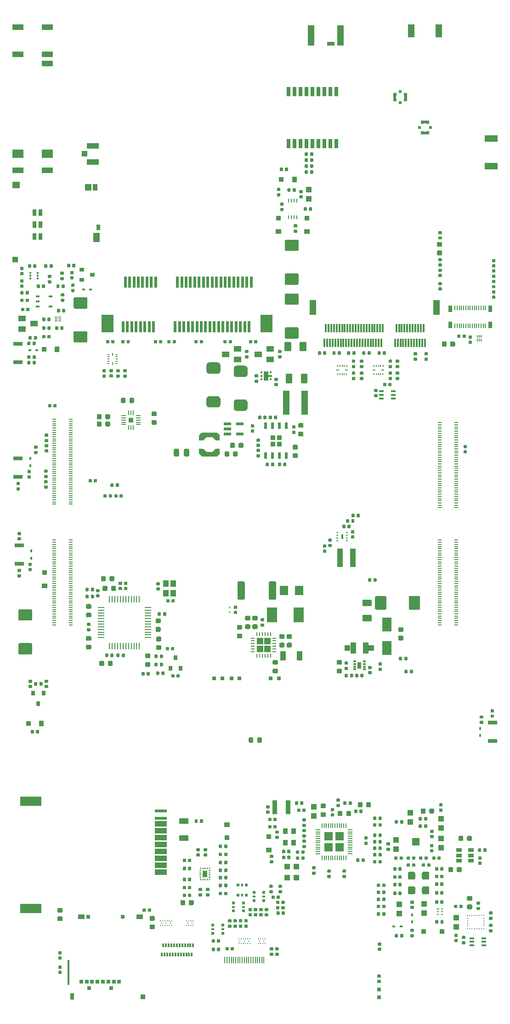
<source format=gbr>
G04 #@! TF.GenerationSoftware,KiCad,Pcbnew,5.0.0*
G04 #@! TF.CreationDate,2018-08-16T00:24:56-04:00*
G04 #@! TF.ProjectId,dvk-mx8m-bsb,64766B2D6D78386D2D6273622E6B6963,v0.1.0*
G04 #@! TF.SameCoordinates,Original*
G04 #@! TF.FileFunction,Paste,Top*
G04 #@! TF.FilePolarity,Positive*
%FSLAX46Y46*%
G04 Gerber Fmt 4.6, Leading zero omitted, Abs format (unit mm)*
G04 Created by KiCad (PCBNEW 5.0.0) date Thu Aug 16 00:24:56 2018*
%MOMM*%
%LPD*%
G01*
G04 APERTURE LIST*
%ADD10R,0.144000X0.216000*%
%ADD11R,0.216000X0.144000*%
%ADD12R,0.210000X0.138000*%
%ADD13R,0.230000X1.200000*%
%ADD14R,0.300000X0.700000*%
%ADD15R,1.200000X2.750000*%
%ADD16R,0.300000X1.500000*%
%ADD17R,0.923998X0.839998*%
%ADD18R,0.190000X0.850000*%
%ADD19R,0.850000X0.190000*%
%ADD20R,0.950000X1.300000*%
%ADD21R,0.200000X0.300000*%
%ADD22R,0.300000X0.200000*%
%ADD23R,2.400000X1.300000*%
%ADD24R,1.300000X2.400000*%
%ADD25R,1.350000X0.750000*%
%ADD26R,1.150000X3.800000*%
%ADD27R,0.600000X2.000000*%
%ADD28R,2.300000X3.200000*%
%ADD29C,0.100000*%
%ADD30C,0.875000*%
%ADD31C,0.590000*%
%ADD32R,1.100000X1.000000*%
%ADD33R,1.400000X1.200000*%
%ADD34R,1.300000X1.750000*%
%ADD35R,0.650000X1.000000*%
%ADD36R,0.800000X1.200000*%
%ADD37R,0.900000X1.200000*%
%ADD38R,1.300000X1.200000*%
%ADD39R,0.700000X0.750000*%
%ADD40R,0.700000X0.650000*%
%ADD41R,0.745000X1.150000*%
%ADD42R,0.950000X0.900000*%
%ADD43R,0.420000X4.630000*%
%ADD44R,1.200000X0.850000*%
%ADD45R,0.650000X0.750000*%
%ADD46R,1.300000X0.850000*%
%ADD47C,2.075000*%
%ADD48R,1.000000X1.100000*%
%ADD49R,0.900000X0.900000*%
%ADD50R,0.900000X1.100000*%
%ADD51R,1.000000X2.000000*%
%ADD52R,1.320000X0.560000*%
%ADD53C,0.830918*%
%ADD54C,0.784920*%
%ADD55R,0.775000X0.890000*%
%ADD56R,2.790000X0.870000*%
%ADD57R,0.720000X1.280000*%
%ADD58R,0.490000X0.300000*%
%ADD59R,1.750000X2.650000*%
%ADD60C,0.975000*%
%ADD61R,0.350000X0.250000*%
%ADD62R,0.400000X0.900000*%
%ADD63R,0.980000X3.400000*%
%ADD64C,1.250000*%
%ADD65R,0.450000X0.370000*%
%ADD66R,1.500000X0.370000*%
%ADD67R,0.900000X1.670000*%
%ADD68R,0.700000X1.200000*%
%ADD69R,0.230000X0.920000*%
%ADD70R,0.230000X0.590000*%
%ADD71O,0.230000X0.330000*%
%ADD72R,0.590000X0.230000*%
%ADD73O,0.330000X0.230000*%
%ADD74R,1.150000X1.150000*%
%ADD75R,1.400000X1.000000*%
%ADD76R,0.480000X0.400000*%
%ADD77R,0.400000X0.480000*%
%ADD78R,1.700000X0.800000*%
%ADD79R,2.000000X1.000000*%
%ADD80R,2.000000X1.500000*%
%ADD81R,0.700000X1.800000*%
%ADD82R,0.800000X1.800000*%
%ADD83C,0.060000*%
%ADD84C,0.080000*%
%ADD85C,0.040000*%
%ADD86R,0.600000X0.550000*%
%ADD87R,0.500000X0.500000*%
%ADD88R,0.500000X1.580000*%
%ADD89R,0.550000X0.600000*%
%ADD90R,1.580000X0.500000*%
%ADD91R,4.000000X1.700000*%
%ADD92R,2.300000X0.500000*%
%ADD93R,2.300000X1.000000*%
%ADD94R,1.300000X0.250000*%
%ADD95R,0.250000X1.300000*%
%ADD96R,0.850000X2.500000*%
%ADD97R,1.000000X1.200000*%
%ADD98R,0.900000X1.000000*%
%ADD99R,1.500000X1.500000*%
%ADD100R,0.840000X0.220000*%
%ADD101R,0.220000X0.840000*%
%ADD102C,0.250000*%
%ADD103R,1.100000X0.900000*%
%ADD104R,0.800000X0.800000*%
%ADD105R,2.200000X1.050000*%
%ADD106R,1.050000X1.000000*%
%ADD107R,0.828000X0.828000*%
%ADD108R,0.600000X1.200000*%
%ADD109R,0.250000X0.360000*%
%ADD110R,1.600000X1.800000*%
%ADD111R,1.905000X2.790000*%
%ADD112R,1.180000X4.400000*%
%ADD113R,0.500000X0.300000*%
%ADD114R,0.300000X0.500000*%
%ADD115R,0.150000X0.500000*%
%ADD116R,0.850000X0.350000*%
%ADD117R,0.170000X0.600000*%
%ADD118R,0.450000X0.170000*%
%ADD119R,0.450000X0.270000*%
%ADD120R,0.450000X0.300000*%
%ADD121R,0.700000X0.450000*%
%ADD122R,0.500000X0.150000*%
%ADD123R,1.060000X0.650000*%
%ADD124R,1.000000X0.700000*%
%ADD125R,0.470000X0.250000*%
%ADD126R,0.440000X0.250000*%
%ADD127R,0.600000X0.170000*%
%ADD128R,0.170000X0.450000*%
%ADD129R,0.270000X0.450000*%
%ADD130R,0.700000X0.200000*%
%ADD131R,0.850000X0.850000*%
%ADD132R,1.750000X1.100000*%
%ADD133R,1.100000X1.750000*%
%ADD134R,0.610000X0.120000*%
%ADD135R,0.120000X0.610000*%
%ADD136R,1.352500X1.352500*%
%ADD137C,1.350000*%
%ADD138R,0.800000X0.900000*%
%ADD139R,0.900000X0.800000*%
%ADD140R,0.200000X0.700000*%
G04 APERTURE END LIST*
D10*
G04 #@! TO.C,U2002*
X147105000Y-225225000D03*
X146675000Y-225225000D03*
X146245000Y-225225000D03*
X145815000Y-225225000D03*
X145385000Y-225225000D03*
X144955000Y-225225000D03*
X144525000Y-225225000D03*
X144095000Y-225225000D03*
X147105000Y-222775000D03*
X146675000Y-222775000D03*
X146245000Y-222775000D03*
X145815000Y-222775000D03*
X145385000Y-222775000D03*
X144955000Y-222775000D03*
X144525000Y-222775000D03*
D11*
X147075000Y-224645000D03*
X144125000Y-224645000D03*
X147075000Y-224215000D03*
X144125000Y-224215000D03*
D12*
X147075000Y-223785000D03*
D11*
X144125000Y-223785000D03*
X147075000Y-223355000D03*
X144125000Y-223355000D03*
D10*
X144095000Y-222775000D03*
G04 #@! TD*
D13*
G04 #@! TO.C,J1901*
X99400000Y-230975000D03*
X99800000Y-230975000D03*
X100200000Y-230975000D03*
X100600000Y-230975000D03*
X101000000Y-230975000D03*
X101400000Y-230975000D03*
X101800000Y-230975000D03*
X102200000Y-230975000D03*
X102600000Y-230975000D03*
X106600000Y-230975000D03*
X106200000Y-230975000D03*
X105800000Y-230975000D03*
X105400000Y-230975000D03*
X105000000Y-230975000D03*
X104600000Y-230975000D03*
X104200000Y-230975000D03*
X103800000Y-230975000D03*
X103400000Y-230975000D03*
X103000000Y-230975000D03*
G04 #@! TD*
D14*
G04 #@! TO.C,J201*
X93550000Y-228240000D03*
X93050000Y-228240000D03*
X92550000Y-228240000D03*
X92050000Y-228240000D03*
X91550000Y-228240000D03*
X91050000Y-228240000D03*
X90550000Y-228240000D03*
X90050000Y-228240000D03*
X89550000Y-228240000D03*
X89050000Y-228240000D03*
X88550000Y-228240000D03*
X88050000Y-228240000D03*
X90300000Y-229940000D03*
X89800000Y-229940000D03*
X89300000Y-229940000D03*
X88300000Y-229940000D03*
X88800000Y-229940000D03*
X87800000Y-229940000D03*
X93300000Y-229940000D03*
X92800000Y-229940000D03*
X92300000Y-229940000D03*
X91800000Y-229940000D03*
X91300000Y-229940000D03*
X90800000Y-229940000D03*
G04 #@! TD*
D15*
G04 #@! TO.C,J1803*
X115615000Y-110870000D03*
X138385000Y-110870000D03*
D16*
X117750000Y-117390000D03*
X118000000Y-114750000D03*
X118250000Y-117390000D03*
X118500000Y-114750000D03*
X118750000Y-117390000D03*
X119000000Y-114750000D03*
X119250000Y-117390000D03*
X119500000Y-114750000D03*
X119750000Y-117390000D03*
X120000000Y-114750000D03*
X120250000Y-117390000D03*
X120500000Y-114750000D03*
X120750000Y-117390000D03*
X121000000Y-114750000D03*
X121250000Y-117390000D03*
X121500000Y-114750000D03*
X121750000Y-117390000D03*
X122000000Y-114750000D03*
X122250000Y-117390000D03*
X122500000Y-114750000D03*
X122750000Y-117390000D03*
X123000000Y-114750000D03*
X123250000Y-117390000D03*
X123500000Y-114750000D03*
X123750000Y-117390000D03*
X124000000Y-114750000D03*
X124250000Y-117390000D03*
X124500000Y-114750000D03*
X124750000Y-117390000D03*
X125000000Y-114750000D03*
X125250000Y-117390000D03*
X125500000Y-114750000D03*
X125750000Y-117390000D03*
X126000000Y-114750000D03*
X126250000Y-117390000D03*
X126500000Y-114750000D03*
X126750000Y-117390000D03*
X127000000Y-114750000D03*
X127250000Y-117390000D03*
X127500000Y-114750000D03*
X127750000Y-117390000D03*
X128000000Y-114750000D03*
X128250000Y-117390000D03*
X128500000Y-114750000D03*
X130750000Y-117390000D03*
X131000000Y-114750000D03*
X131250000Y-117390000D03*
X131500000Y-114750000D03*
X131750000Y-117390000D03*
X132000000Y-114750000D03*
X132250000Y-117390000D03*
X132500000Y-114750000D03*
X132750000Y-117390000D03*
X133000000Y-114750000D03*
X133250000Y-117390000D03*
X133500000Y-114750000D03*
X133750000Y-117390000D03*
X134000000Y-114750000D03*
X134250000Y-117390000D03*
X134500000Y-114750000D03*
X134750000Y-117390000D03*
X135000000Y-114750000D03*
X135250000Y-117390000D03*
X135500000Y-114750000D03*
X135750000Y-117390000D03*
X136000000Y-114750000D03*
X136250000Y-117390000D03*
G04 #@! TD*
D17*
G04 #@! TO.C,U201*
X82100000Y-131640000D03*
D18*
X81700000Y-130290000D03*
X82100000Y-130290000D03*
X82500000Y-130290000D03*
D19*
X83450000Y-130840000D03*
X83450000Y-131240000D03*
X83450000Y-131640000D03*
X83450000Y-132040000D03*
X83450000Y-132440000D03*
D18*
X82500000Y-132990000D03*
X82100000Y-132990000D03*
X81700000Y-132990000D03*
D19*
X80750000Y-132440000D03*
X80750000Y-132040000D03*
X80750000Y-131640000D03*
X80750000Y-131240000D03*
X80750000Y-130840000D03*
G04 #@! TD*
D20*
G04 #@! TO.C,U202*
X95750000Y-215135000D03*
D21*
X94950000Y-216185000D03*
X95750000Y-216185000D03*
X95350000Y-216185000D03*
X96150000Y-216185000D03*
X96550000Y-216185000D03*
X94950000Y-214085000D03*
X95350000Y-214085000D03*
X95750000Y-214085000D03*
X96150000Y-214085000D03*
X96550000Y-214085000D03*
D22*
X96600000Y-214535000D03*
X96600000Y-214935000D03*
X96600000Y-215335000D03*
X96600000Y-215735000D03*
X94900000Y-215735000D03*
X94900000Y-215335000D03*
X94900000Y-214935000D03*
X94900000Y-214535000D03*
G04 #@! TD*
D23*
G04 #@! TO.C,AE1802*
X148500000Y-79850000D03*
X148500000Y-84950000D03*
G04 #@! TD*
D24*
G04 #@! TO.C,AE1801*
X133750000Y-60000000D03*
X138850000Y-60000000D03*
G04 #@! TD*
D25*
G04 #@! TO.C,AE2301*
X118925000Y-62425000D03*
D26*
X120725000Y-60900000D03*
X115275000Y-60900000D03*
G04 #@! TD*
D27*
G04 #@! TO.C,J1502*
X104250000Y-106250000D03*
X103850000Y-114450000D03*
X103450000Y-106250000D03*
X103050000Y-114450000D03*
X102650000Y-106250000D03*
X102250000Y-114450000D03*
X101850000Y-106250000D03*
X101450000Y-114450000D03*
X101050000Y-106250000D03*
X100650000Y-114450000D03*
X100250000Y-106250000D03*
X99850000Y-114450000D03*
X99450000Y-106250000D03*
X99050000Y-114450000D03*
X98650000Y-106250000D03*
X98250000Y-114450000D03*
X97850000Y-106250000D03*
X97450000Y-114450000D03*
X97050000Y-106250000D03*
X96650000Y-114450000D03*
X96250000Y-106250000D03*
X95850000Y-114450000D03*
X95450000Y-106250000D03*
X95050000Y-114450000D03*
X94650000Y-106250000D03*
X94250000Y-114450000D03*
X93850000Y-106250000D03*
X93450000Y-114450000D03*
X93050000Y-106250000D03*
X92650000Y-114450000D03*
X92250000Y-106250000D03*
X91850000Y-114450000D03*
X91450000Y-106250000D03*
X91050000Y-114450000D03*
X90650000Y-106250000D03*
X90250000Y-114450000D03*
X86650000Y-106250000D03*
X86250000Y-114450000D03*
X85850000Y-106250000D03*
X85450000Y-114450000D03*
X85050000Y-106250000D03*
X84650000Y-114450000D03*
X84250000Y-106250000D03*
X83850000Y-114450000D03*
X83450000Y-106250000D03*
X83050000Y-114450000D03*
X82650000Y-106250000D03*
X82250000Y-114450000D03*
X81850000Y-106250000D03*
X81450000Y-114450000D03*
X81050000Y-106250000D03*
X80650000Y-114450000D03*
D28*
X107100000Y-113850000D03*
X77800000Y-113850000D03*
G04 #@! TD*
D29*
G04 #@! TO.C,C301*
G36*
X102362691Y-170901053D02*
X102383926Y-170904203D01*
X102404750Y-170909419D01*
X102424962Y-170916651D01*
X102444368Y-170925830D01*
X102462781Y-170936866D01*
X102480024Y-170949654D01*
X102495930Y-170964070D01*
X102510346Y-170979976D01*
X102523134Y-170997219D01*
X102534170Y-171015632D01*
X102543349Y-171035038D01*
X102550581Y-171055250D01*
X102555797Y-171076074D01*
X102558947Y-171097309D01*
X102560000Y-171118750D01*
X102560000Y-171556250D01*
X102558947Y-171577691D01*
X102555797Y-171598926D01*
X102550581Y-171619750D01*
X102543349Y-171639962D01*
X102534170Y-171659368D01*
X102523134Y-171677781D01*
X102510346Y-171695024D01*
X102495930Y-171710930D01*
X102480024Y-171725346D01*
X102462781Y-171738134D01*
X102444368Y-171749170D01*
X102424962Y-171758349D01*
X102404750Y-171765581D01*
X102383926Y-171770797D01*
X102362691Y-171773947D01*
X102341250Y-171775000D01*
X101828750Y-171775000D01*
X101807309Y-171773947D01*
X101786074Y-171770797D01*
X101765250Y-171765581D01*
X101745038Y-171758349D01*
X101725632Y-171749170D01*
X101707219Y-171738134D01*
X101689976Y-171725346D01*
X101674070Y-171710930D01*
X101659654Y-171695024D01*
X101646866Y-171677781D01*
X101635830Y-171659368D01*
X101626651Y-171639962D01*
X101619419Y-171619750D01*
X101614203Y-171598926D01*
X101611053Y-171577691D01*
X101610000Y-171556250D01*
X101610000Y-171118750D01*
X101611053Y-171097309D01*
X101614203Y-171076074D01*
X101619419Y-171055250D01*
X101626651Y-171035038D01*
X101635830Y-171015632D01*
X101646866Y-170997219D01*
X101659654Y-170979976D01*
X101674070Y-170964070D01*
X101689976Y-170949654D01*
X101707219Y-170936866D01*
X101725632Y-170925830D01*
X101745038Y-170916651D01*
X101765250Y-170909419D01*
X101786074Y-170904203D01*
X101807309Y-170901053D01*
X101828750Y-170900000D01*
X102341250Y-170900000D01*
X102362691Y-170901053D01*
X102362691Y-170901053D01*
G37*
D30*
X102085000Y-171337500D03*
D29*
G36*
X102362691Y-169326053D02*
X102383926Y-169329203D01*
X102404750Y-169334419D01*
X102424962Y-169341651D01*
X102444368Y-169350830D01*
X102462781Y-169361866D01*
X102480024Y-169374654D01*
X102495930Y-169389070D01*
X102510346Y-169404976D01*
X102523134Y-169422219D01*
X102534170Y-169440632D01*
X102543349Y-169460038D01*
X102550581Y-169480250D01*
X102555797Y-169501074D01*
X102558947Y-169522309D01*
X102560000Y-169543750D01*
X102560000Y-169981250D01*
X102558947Y-170002691D01*
X102555797Y-170023926D01*
X102550581Y-170044750D01*
X102543349Y-170064962D01*
X102534170Y-170084368D01*
X102523134Y-170102781D01*
X102510346Y-170120024D01*
X102495930Y-170135930D01*
X102480024Y-170150346D01*
X102462781Y-170163134D01*
X102444368Y-170174170D01*
X102424962Y-170183349D01*
X102404750Y-170190581D01*
X102383926Y-170195797D01*
X102362691Y-170198947D01*
X102341250Y-170200000D01*
X101828750Y-170200000D01*
X101807309Y-170198947D01*
X101786074Y-170195797D01*
X101765250Y-170190581D01*
X101745038Y-170183349D01*
X101725632Y-170174170D01*
X101707219Y-170163134D01*
X101689976Y-170150346D01*
X101674070Y-170135930D01*
X101659654Y-170120024D01*
X101646866Y-170102781D01*
X101635830Y-170084368D01*
X101626651Y-170064962D01*
X101619419Y-170044750D01*
X101614203Y-170023926D01*
X101611053Y-170002691D01*
X101610000Y-169981250D01*
X101610000Y-169543750D01*
X101611053Y-169522309D01*
X101614203Y-169501074D01*
X101619419Y-169480250D01*
X101626651Y-169460038D01*
X101635830Y-169440632D01*
X101646866Y-169422219D01*
X101659654Y-169404976D01*
X101674070Y-169389070D01*
X101689976Y-169374654D01*
X101707219Y-169361866D01*
X101725632Y-169350830D01*
X101745038Y-169341651D01*
X101765250Y-169334419D01*
X101786074Y-169329203D01*
X101807309Y-169326053D01*
X101828750Y-169325000D01*
X102341250Y-169325000D01*
X102362691Y-169326053D01*
X102362691Y-169326053D01*
G37*
D30*
X102085000Y-169762500D03*
G04 #@! TD*
D29*
G04 #@! TO.C,R1719*
G36*
X120471958Y-201257310D02*
X120486276Y-201259434D01*
X120500317Y-201262951D01*
X120513946Y-201267828D01*
X120527031Y-201274017D01*
X120539447Y-201281458D01*
X120551073Y-201290081D01*
X120561798Y-201299802D01*
X120571519Y-201310527D01*
X120580142Y-201322153D01*
X120587583Y-201334569D01*
X120593772Y-201347654D01*
X120598649Y-201361283D01*
X120602166Y-201375324D01*
X120604290Y-201389642D01*
X120605000Y-201404100D01*
X120605000Y-201699100D01*
X120604290Y-201713558D01*
X120602166Y-201727876D01*
X120598649Y-201741917D01*
X120593772Y-201755546D01*
X120587583Y-201768631D01*
X120580142Y-201781047D01*
X120571519Y-201792673D01*
X120561798Y-201803398D01*
X120551073Y-201813119D01*
X120539447Y-201821742D01*
X120527031Y-201829183D01*
X120513946Y-201835372D01*
X120500317Y-201840249D01*
X120486276Y-201843766D01*
X120471958Y-201845890D01*
X120457500Y-201846600D01*
X120112500Y-201846600D01*
X120098042Y-201845890D01*
X120083724Y-201843766D01*
X120069683Y-201840249D01*
X120056054Y-201835372D01*
X120042969Y-201829183D01*
X120030553Y-201821742D01*
X120018927Y-201813119D01*
X120008202Y-201803398D01*
X119998481Y-201792673D01*
X119989858Y-201781047D01*
X119982417Y-201768631D01*
X119976228Y-201755546D01*
X119971351Y-201741917D01*
X119967834Y-201727876D01*
X119965710Y-201713558D01*
X119965000Y-201699100D01*
X119965000Y-201404100D01*
X119965710Y-201389642D01*
X119967834Y-201375324D01*
X119971351Y-201361283D01*
X119976228Y-201347654D01*
X119982417Y-201334569D01*
X119989858Y-201322153D01*
X119998481Y-201310527D01*
X120008202Y-201299802D01*
X120018927Y-201290081D01*
X120030553Y-201281458D01*
X120042969Y-201274017D01*
X120056054Y-201267828D01*
X120069683Y-201262951D01*
X120083724Y-201259434D01*
X120098042Y-201257310D01*
X120112500Y-201256600D01*
X120457500Y-201256600D01*
X120471958Y-201257310D01*
X120471958Y-201257310D01*
G37*
D31*
X120285000Y-201551600D03*
D29*
G36*
X120471958Y-202227310D02*
X120486276Y-202229434D01*
X120500317Y-202232951D01*
X120513946Y-202237828D01*
X120527031Y-202244017D01*
X120539447Y-202251458D01*
X120551073Y-202260081D01*
X120561798Y-202269802D01*
X120571519Y-202280527D01*
X120580142Y-202292153D01*
X120587583Y-202304569D01*
X120593772Y-202317654D01*
X120598649Y-202331283D01*
X120602166Y-202345324D01*
X120604290Y-202359642D01*
X120605000Y-202374100D01*
X120605000Y-202669100D01*
X120604290Y-202683558D01*
X120602166Y-202697876D01*
X120598649Y-202711917D01*
X120593772Y-202725546D01*
X120587583Y-202738631D01*
X120580142Y-202751047D01*
X120571519Y-202762673D01*
X120561798Y-202773398D01*
X120551073Y-202783119D01*
X120539447Y-202791742D01*
X120527031Y-202799183D01*
X120513946Y-202805372D01*
X120500317Y-202810249D01*
X120486276Y-202813766D01*
X120471958Y-202815890D01*
X120457500Y-202816600D01*
X120112500Y-202816600D01*
X120098042Y-202815890D01*
X120083724Y-202813766D01*
X120069683Y-202810249D01*
X120056054Y-202805372D01*
X120042969Y-202799183D01*
X120030553Y-202791742D01*
X120018927Y-202783119D01*
X120008202Y-202773398D01*
X119998481Y-202762673D01*
X119989858Y-202751047D01*
X119982417Y-202738631D01*
X119976228Y-202725546D01*
X119971351Y-202711917D01*
X119967834Y-202697876D01*
X119965710Y-202683558D01*
X119965000Y-202669100D01*
X119965000Y-202374100D01*
X119965710Y-202359642D01*
X119967834Y-202345324D01*
X119971351Y-202331283D01*
X119976228Y-202317654D01*
X119982417Y-202304569D01*
X119989858Y-202292153D01*
X119998481Y-202280527D01*
X120008202Y-202269802D01*
X120018927Y-202260081D01*
X120030553Y-202251458D01*
X120042969Y-202244017D01*
X120056054Y-202237828D01*
X120069683Y-202232951D01*
X120083724Y-202229434D01*
X120098042Y-202227310D01*
X120112500Y-202226600D01*
X120457500Y-202226600D01*
X120471958Y-202227310D01*
X120471958Y-202227310D01*
G37*
D31*
X120285000Y-202521600D03*
G04 #@! TD*
D32*
G04 #@! TO.C,J1503*
X60750000Y-102100000D03*
D33*
X60900000Y-88400000D03*
D34*
X75750000Y-98070000D03*
D35*
X76075000Y-96200000D03*
D36*
X65410000Y-93480000D03*
X65410000Y-95670000D03*
X65410000Y-97860000D03*
X64310000Y-93480000D03*
X64310000Y-95670000D03*
X64310000Y-97860000D03*
D37*
X75500000Y-88800000D03*
D38*
X74250000Y-88800000D03*
G04 #@! TD*
D29*
G04 #@! TO.C,R1714*
G36*
X124646958Y-203280710D02*
X124661276Y-203282834D01*
X124675317Y-203286351D01*
X124688946Y-203291228D01*
X124702031Y-203297417D01*
X124714447Y-203304858D01*
X124726073Y-203313481D01*
X124736798Y-203323202D01*
X124746519Y-203333927D01*
X124755142Y-203345553D01*
X124762583Y-203357969D01*
X124768772Y-203371054D01*
X124773649Y-203384683D01*
X124777166Y-203398724D01*
X124779290Y-203413042D01*
X124780000Y-203427500D01*
X124780000Y-203772500D01*
X124779290Y-203786958D01*
X124777166Y-203801276D01*
X124773649Y-203815317D01*
X124768772Y-203828946D01*
X124762583Y-203842031D01*
X124755142Y-203854447D01*
X124746519Y-203866073D01*
X124736798Y-203876798D01*
X124726073Y-203886519D01*
X124714447Y-203895142D01*
X124702031Y-203902583D01*
X124688946Y-203908772D01*
X124675317Y-203913649D01*
X124661276Y-203917166D01*
X124646958Y-203919290D01*
X124632500Y-203920000D01*
X124337500Y-203920000D01*
X124323042Y-203919290D01*
X124308724Y-203917166D01*
X124294683Y-203913649D01*
X124281054Y-203908772D01*
X124267969Y-203902583D01*
X124255553Y-203895142D01*
X124243927Y-203886519D01*
X124233202Y-203876798D01*
X124223481Y-203866073D01*
X124214858Y-203854447D01*
X124207417Y-203842031D01*
X124201228Y-203828946D01*
X124196351Y-203815317D01*
X124192834Y-203801276D01*
X124190710Y-203786958D01*
X124190000Y-203772500D01*
X124190000Y-203427500D01*
X124190710Y-203413042D01*
X124192834Y-203398724D01*
X124196351Y-203384683D01*
X124201228Y-203371054D01*
X124207417Y-203357969D01*
X124214858Y-203345553D01*
X124223481Y-203333927D01*
X124233202Y-203323202D01*
X124243927Y-203313481D01*
X124255553Y-203304858D01*
X124267969Y-203297417D01*
X124281054Y-203291228D01*
X124294683Y-203286351D01*
X124308724Y-203282834D01*
X124323042Y-203280710D01*
X124337500Y-203280000D01*
X124632500Y-203280000D01*
X124646958Y-203280710D01*
X124646958Y-203280710D01*
G37*
D31*
X124485000Y-203600000D03*
D29*
G36*
X123676958Y-203280710D02*
X123691276Y-203282834D01*
X123705317Y-203286351D01*
X123718946Y-203291228D01*
X123732031Y-203297417D01*
X123744447Y-203304858D01*
X123756073Y-203313481D01*
X123766798Y-203323202D01*
X123776519Y-203333927D01*
X123785142Y-203345553D01*
X123792583Y-203357969D01*
X123798772Y-203371054D01*
X123803649Y-203384683D01*
X123807166Y-203398724D01*
X123809290Y-203413042D01*
X123810000Y-203427500D01*
X123810000Y-203772500D01*
X123809290Y-203786958D01*
X123807166Y-203801276D01*
X123803649Y-203815317D01*
X123798772Y-203828946D01*
X123792583Y-203842031D01*
X123785142Y-203854447D01*
X123776519Y-203866073D01*
X123766798Y-203876798D01*
X123756073Y-203886519D01*
X123744447Y-203895142D01*
X123732031Y-203902583D01*
X123718946Y-203908772D01*
X123705317Y-203913649D01*
X123691276Y-203917166D01*
X123676958Y-203919290D01*
X123662500Y-203920000D01*
X123367500Y-203920000D01*
X123353042Y-203919290D01*
X123338724Y-203917166D01*
X123324683Y-203913649D01*
X123311054Y-203908772D01*
X123297969Y-203902583D01*
X123285553Y-203895142D01*
X123273927Y-203886519D01*
X123263202Y-203876798D01*
X123253481Y-203866073D01*
X123244858Y-203854447D01*
X123237417Y-203842031D01*
X123231228Y-203828946D01*
X123226351Y-203815317D01*
X123222834Y-203801276D01*
X123220710Y-203786958D01*
X123220000Y-203772500D01*
X123220000Y-203427500D01*
X123220710Y-203413042D01*
X123222834Y-203398724D01*
X123226351Y-203384683D01*
X123231228Y-203371054D01*
X123237417Y-203357969D01*
X123244858Y-203345553D01*
X123253481Y-203333927D01*
X123263202Y-203323202D01*
X123273927Y-203313481D01*
X123285553Y-203304858D01*
X123297969Y-203297417D01*
X123311054Y-203291228D01*
X123324683Y-203286351D01*
X123338724Y-203282834D01*
X123353042Y-203280710D01*
X123367500Y-203280000D01*
X123662500Y-203280000D01*
X123676958Y-203280710D01*
X123676958Y-203280710D01*
G37*
D31*
X123515000Y-203600000D03*
G04 #@! TD*
D39*
G04 #@! TO.C,J1001*
X79925000Y-234950000D03*
X78925000Y-234950000D03*
X77925000Y-234950000D03*
X76925000Y-234950000D03*
X75925000Y-234950000D03*
X74925000Y-234950000D03*
X73925000Y-234950000D03*
X72925000Y-234950000D03*
D40*
X78425000Y-236150000D03*
X74425000Y-236150000D03*
D41*
X71240000Y-237650000D03*
D42*
X84275000Y-237725000D03*
D43*
X70577500Y-233240000D03*
D44*
X72987500Y-223050000D03*
D45*
X74225000Y-223000000D03*
X80575000Y-223000000D03*
D46*
X83712500Y-223050000D03*
G04 #@! TD*
D29*
G04 #@! TO.C,C1002*
G36*
X69277691Y-221363553D02*
X69298926Y-221366703D01*
X69319750Y-221371919D01*
X69339962Y-221379151D01*
X69359368Y-221388330D01*
X69377781Y-221399366D01*
X69395024Y-221412154D01*
X69410930Y-221426570D01*
X69425346Y-221442476D01*
X69438134Y-221459719D01*
X69449170Y-221478132D01*
X69458349Y-221497538D01*
X69465581Y-221517750D01*
X69470797Y-221538574D01*
X69473947Y-221559809D01*
X69475000Y-221581250D01*
X69475000Y-222018750D01*
X69473947Y-222040191D01*
X69470797Y-222061426D01*
X69465581Y-222082250D01*
X69458349Y-222102462D01*
X69449170Y-222121868D01*
X69438134Y-222140281D01*
X69425346Y-222157524D01*
X69410930Y-222173430D01*
X69395024Y-222187846D01*
X69377781Y-222200634D01*
X69359368Y-222211670D01*
X69339962Y-222220849D01*
X69319750Y-222228081D01*
X69298926Y-222233297D01*
X69277691Y-222236447D01*
X69256250Y-222237500D01*
X68743750Y-222237500D01*
X68722309Y-222236447D01*
X68701074Y-222233297D01*
X68680250Y-222228081D01*
X68660038Y-222220849D01*
X68640632Y-222211670D01*
X68622219Y-222200634D01*
X68604976Y-222187846D01*
X68589070Y-222173430D01*
X68574654Y-222157524D01*
X68561866Y-222140281D01*
X68550830Y-222121868D01*
X68541651Y-222102462D01*
X68534419Y-222082250D01*
X68529203Y-222061426D01*
X68526053Y-222040191D01*
X68525000Y-222018750D01*
X68525000Y-221581250D01*
X68526053Y-221559809D01*
X68529203Y-221538574D01*
X68534419Y-221517750D01*
X68541651Y-221497538D01*
X68550830Y-221478132D01*
X68561866Y-221459719D01*
X68574654Y-221442476D01*
X68589070Y-221426570D01*
X68604976Y-221412154D01*
X68622219Y-221399366D01*
X68640632Y-221388330D01*
X68660038Y-221379151D01*
X68680250Y-221371919D01*
X68701074Y-221366703D01*
X68722309Y-221363553D01*
X68743750Y-221362500D01*
X69256250Y-221362500D01*
X69277691Y-221363553D01*
X69277691Y-221363553D01*
G37*
D30*
X69000000Y-221800000D03*
D29*
G36*
X69277691Y-222938553D02*
X69298926Y-222941703D01*
X69319750Y-222946919D01*
X69339962Y-222954151D01*
X69359368Y-222963330D01*
X69377781Y-222974366D01*
X69395024Y-222987154D01*
X69410930Y-223001570D01*
X69425346Y-223017476D01*
X69438134Y-223034719D01*
X69449170Y-223053132D01*
X69458349Y-223072538D01*
X69465581Y-223092750D01*
X69470797Y-223113574D01*
X69473947Y-223134809D01*
X69475000Y-223156250D01*
X69475000Y-223593750D01*
X69473947Y-223615191D01*
X69470797Y-223636426D01*
X69465581Y-223657250D01*
X69458349Y-223677462D01*
X69449170Y-223696868D01*
X69438134Y-223715281D01*
X69425346Y-223732524D01*
X69410930Y-223748430D01*
X69395024Y-223762846D01*
X69377781Y-223775634D01*
X69359368Y-223786670D01*
X69339962Y-223795849D01*
X69319750Y-223803081D01*
X69298926Y-223808297D01*
X69277691Y-223811447D01*
X69256250Y-223812500D01*
X68743750Y-223812500D01*
X68722309Y-223811447D01*
X68701074Y-223808297D01*
X68680250Y-223803081D01*
X68660038Y-223795849D01*
X68640632Y-223786670D01*
X68622219Y-223775634D01*
X68604976Y-223762846D01*
X68589070Y-223748430D01*
X68574654Y-223732524D01*
X68561866Y-223715281D01*
X68550830Y-223696868D01*
X68541651Y-223677462D01*
X68534419Y-223657250D01*
X68529203Y-223636426D01*
X68526053Y-223615191D01*
X68525000Y-223593750D01*
X68525000Y-223156250D01*
X68526053Y-223134809D01*
X68529203Y-223113574D01*
X68534419Y-223092750D01*
X68541651Y-223072538D01*
X68550830Y-223053132D01*
X68561866Y-223034719D01*
X68574654Y-223017476D01*
X68589070Y-223001570D01*
X68604976Y-222987154D01*
X68622219Y-222974366D01*
X68640632Y-222963330D01*
X68660038Y-222954151D01*
X68680250Y-222946919D01*
X68701074Y-222941703D01*
X68722309Y-222938553D01*
X68743750Y-222937500D01*
X69256250Y-222937500D01*
X69277691Y-222938553D01*
X69277691Y-222938553D01*
G37*
D30*
X69000000Y-223375000D03*
G04 #@! TD*
D29*
G04 #@! TO.C,C1822*
G36*
X63649504Y-166451204D02*
X63673773Y-166454804D01*
X63697571Y-166460765D01*
X63720671Y-166469030D01*
X63742849Y-166479520D01*
X63763893Y-166492133D01*
X63783598Y-166506747D01*
X63801777Y-166523223D01*
X63818253Y-166541402D01*
X63832867Y-166561107D01*
X63845480Y-166582151D01*
X63855970Y-166604329D01*
X63864235Y-166627429D01*
X63870196Y-166651227D01*
X63873796Y-166675496D01*
X63875000Y-166700000D01*
X63875000Y-168275000D01*
X63873796Y-168299504D01*
X63870196Y-168323773D01*
X63864235Y-168347571D01*
X63855970Y-168370671D01*
X63845480Y-168392849D01*
X63832867Y-168413893D01*
X63818253Y-168433598D01*
X63801777Y-168451777D01*
X63783598Y-168468253D01*
X63763893Y-168482867D01*
X63742849Y-168495480D01*
X63720671Y-168505970D01*
X63697571Y-168514235D01*
X63673773Y-168520196D01*
X63649504Y-168523796D01*
X63625000Y-168525000D01*
X61575000Y-168525000D01*
X61550496Y-168523796D01*
X61526227Y-168520196D01*
X61502429Y-168514235D01*
X61479329Y-168505970D01*
X61457151Y-168495480D01*
X61436107Y-168482867D01*
X61416402Y-168468253D01*
X61398223Y-168451777D01*
X61381747Y-168433598D01*
X61367133Y-168413893D01*
X61354520Y-168392849D01*
X61344030Y-168370671D01*
X61335765Y-168347571D01*
X61329804Y-168323773D01*
X61326204Y-168299504D01*
X61325000Y-168275000D01*
X61325000Y-166700000D01*
X61326204Y-166675496D01*
X61329804Y-166651227D01*
X61335765Y-166627429D01*
X61344030Y-166604329D01*
X61354520Y-166582151D01*
X61367133Y-166561107D01*
X61381747Y-166541402D01*
X61398223Y-166523223D01*
X61416402Y-166506747D01*
X61436107Y-166492133D01*
X61457151Y-166479520D01*
X61479329Y-166469030D01*
X61502429Y-166460765D01*
X61526227Y-166454804D01*
X61550496Y-166451204D01*
X61575000Y-166450000D01*
X63625000Y-166450000D01*
X63649504Y-166451204D01*
X63649504Y-166451204D01*
G37*
D47*
X62600000Y-167487500D03*
D29*
G36*
X63649504Y-172676204D02*
X63673773Y-172679804D01*
X63697571Y-172685765D01*
X63720671Y-172694030D01*
X63742849Y-172704520D01*
X63763893Y-172717133D01*
X63783598Y-172731747D01*
X63801777Y-172748223D01*
X63818253Y-172766402D01*
X63832867Y-172786107D01*
X63845480Y-172807151D01*
X63855970Y-172829329D01*
X63864235Y-172852429D01*
X63870196Y-172876227D01*
X63873796Y-172900496D01*
X63875000Y-172925000D01*
X63875000Y-174500000D01*
X63873796Y-174524504D01*
X63870196Y-174548773D01*
X63864235Y-174572571D01*
X63855970Y-174595671D01*
X63845480Y-174617849D01*
X63832867Y-174638893D01*
X63818253Y-174658598D01*
X63801777Y-174676777D01*
X63783598Y-174693253D01*
X63763893Y-174707867D01*
X63742849Y-174720480D01*
X63720671Y-174730970D01*
X63697571Y-174739235D01*
X63673773Y-174745196D01*
X63649504Y-174748796D01*
X63625000Y-174750000D01*
X61575000Y-174750000D01*
X61550496Y-174748796D01*
X61526227Y-174745196D01*
X61502429Y-174739235D01*
X61479329Y-174730970D01*
X61457151Y-174720480D01*
X61436107Y-174707867D01*
X61416402Y-174693253D01*
X61398223Y-174676777D01*
X61381747Y-174658598D01*
X61367133Y-174638893D01*
X61354520Y-174617849D01*
X61344030Y-174595671D01*
X61335765Y-174572571D01*
X61329804Y-174548773D01*
X61326204Y-174524504D01*
X61325000Y-174500000D01*
X61325000Y-172925000D01*
X61326204Y-172900496D01*
X61329804Y-172876227D01*
X61335765Y-172852429D01*
X61344030Y-172829329D01*
X61354520Y-172807151D01*
X61367133Y-172786107D01*
X61381747Y-172766402D01*
X61398223Y-172748223D01*
X61416402Y-172731747D01*
X61436107Y-172717133D01*
X61457151Y-172704520D01*
X61479329Y-172694030D01*
X61502429Y-172685765D01*
X61526227Y-172679804D01*
X61550496Y-172676204D01*
X61575000Y-172675000D01*
X63625000Y-172675000D01*
X63649504Y-172676204D01*
X63649504Y-172676204D01*
G37*
D47*
X62600000Y-173712500D03*
G04 #@! TD*
D48*
G04 #@! TO.C,FB1601*
X133600000Y-203850000D03*
X133600000Y-205550000D03*
G04 #@! TD*
D29*
G04 #@! TO.C,C201*
G36*
X82477691Y-127541053D02*
X82498926Y-127544203D01*
X82519750Y-127549419D01*
X82539962Y-127556651D01*
X82559368Y-127565830D01*
X82577781Y-127576866D01*
X82595024Y-127589654D01*
X82610930Y-127604070D01*
X82625346Y-127619976D01*
X82638134Y-127637219D01*
X82649170Y-127655632D01*
X82658349Y-127675038D01*
X82665581Y-127695250D01*
X82670797Y-127716074D01*
X82673947Y-127737309D01*
X82675000Y-127758750D01*
X82675000Y-128271250D01*
X82673947Y-128292691D01*
X82670797Y-128313926D01*
X82665581Y-128334750D01*
X82658349Y-128354962D01*
X82649170Y-128374368D01*
X82638134Y-128392781D01*
X82625346Y-128410024D01*
X82610930Y-128425930D01*
X82595024Y-128440346D01*
X82577781Y-128453134D01*
X82559368Y-128464170D01*
X82539962Y-128473349D01*
X82519750Y-128480581D01*
X82498926Y-128485797D01*
X82477691Y-128488947D01*
X82456250Y-128490000D01*
X82018750Y-128490000D01*
X81997309Y-128488947D01*
X81976074Y-128485797D01*
X81955250Y-128480581D01*
X81935038Y-128473349D01*
X81915632Y-128464170D01*
X81897219Y-128453134D01*
X81879976Y-128440346D01*
X81864070Y-128425930D01*
X81849654Y-128410024D01*
X81836866Y-128392781D01*
X81825830Y-128374368D01*
X81816651Y-128354962D01*
X81809419Y-128334750D01*
X81804203Y-128313926D01*
X81801053Y-128292691D01*
X81800000Y-128271250D01*
X81800000Y-127758750D01*
X81801053Y-127737309D01*
X81804203Y-127716074D01*
X81809419Y-127695250D01*
X81816651Y-127675038D01*
X81825830Y-127655632D01*
X81836866Y-127637219D01*
X81849654Y-127619976D01*
X81864070Y-127604070D01*
X81879976Y-127589654D01*
X81897219Y-127576866D01*
X81915632Y-127565830D01*
X81935038Y-127556651D01*
X81955250Y-127549419D01*
X81976074Y-127544203D01*
X81997309Y-127541053D01*
X82018750Y-127540000D01*
X82456250Y-127540000D01*
X82477691Y-127541053D01*
X82477691Y-127541053D01*
G37*
D30*
X82237500Y-128015000D03*
D29*
G36*
X80902691Y-127541053D02*
X80923926Y-127544203D01*
X80944750Y-127549419D01*
X80964962Y-127556651D01*
X80984368Y-127565830D01*
X81002781Y-127576866D01*
X81020024Y-127589654D01*
X81035930Y-127604070D01*
X81050346Y-127619976D01*
X81063134Y-127637219D01*
X81074170Y-127655632D01*
X81083349Y-127675038D01*
X81090581Y-127695250D01*
X81095797Y-127716074D01*
X81098947Y-127737309D01*
X81100000Y-127758750D01*
X81100000Y-128271250D01*
X81098947Y-128292691D01*
X81095797Y-128313926D01*
X81090581Y-128334750D01*
X81083349Y-128354962D01*
X81074170Y-128374368D01*
X81063134Y-128392781D01*
X81050346Y-128410024D01*
X81035930Y-128425930D01*
X81020024Y-128440346D01*
X81002781Y-128453134D01*
X80984368Y-128464170D01*
X80964962Y-128473349D01*
X80944750Y-128480581D01*
X80923926Y-128485797D01*
X80902691Y-128488947D01*
X80881250Y-128490000D01*
X80443750Y-128490000D01*
X80422309Y-128488947D01*
X80401074Y-128485797D01*
X80380250Y-128480581D01*
X80360038Y-128473349D01*
X80340632Y-128464170D01*
X80322219Y-128453134D01*
X80304976Y-128440346D01*
X80289070Y-128425930D01*
X80274654Y-128410024D01*
X80261866Y-128392781D01*
X80250830Y-128374368D01*
X80241651Y-128354962D01*
X80234419Y-128334750D01*
X80229203Y-128313926D01*
X80226053Y-128292691D01*
X80225000Y-128271250D01*
X80225000Y-127758750D01*
X80226053Y-127737309D01*
X80229203Y-127716074D01*
X80234419Y-127695250D01*
X80241651Y-127675038D01*
X80250830Y-127655632D01*
X80261866Y-127637219D01*
X80274654Y-127619976D01*
X80289070Y-127604070D01*
X80304976Y-127589654D01*
X80322219Y-127576866D01*
X80340632Y-127565830D01*
X80360038Y-127556651D01*
X80380250Y-127549419D01*
X80401074Y-127544203D01*
X80422309Y-127541053D01*
X80443750Y-127540000D01*
X80881250Y-127540000D01*
X80902691Y-127541053D01*
X80902691Y-127541053D01*
G37*
D30*
X80662500Y-128015000D03*
G04 #@! TD*
D49*
G04 #@! TO.C,D1502*
X66100000Y-118600000D03*
D50*
X68500000Y-118600000D03*
G04 #@! TD*
D29*
G04 #@! TO.C,C414*
G36*
X139386958Y-202135710D02*
X139401276Y-202137834D01*
X139415317Y-202141351D01*
X139428946Y-202146228D01*
X139442031Y-202152417D01*
X139454447Y-202159858D01*
X139466073Y-202168481D01*
X139476798Y-202178202D01*
X139486519Y-202188927D01*
X139495142Y-202200553D01*
X139502583Y-202212969D01*
X139508772Y-202226054D01*
X139513649Y-202239683D01*
X139517166Y-202253724D01*
X139519290Y-202268042D01*
X139520000Y-202282500D01*
X139520000Y-202577500D01*
X139519290Y-202591958D01*
X139517166Y-202606276D01*
X139513649Y-202620317D01*
X139508772Y-202633946D01*
X139502583Y-202647031D01*
X139495142Y-202659447D01*
X139486519Y-202671073D01*
X139476798Y-202681798D01*
X139466073Y-202691519D01*
X139454447Y-202700142D01*
X139442031Y-202707583D01*
X139428946Y-202713772D01*
X139415317Y-202718649D01*
X139401276Y-202722166D01*
X139386958Y-202724290D01*
X139372500Y-202725000D01*
X139027500Y-202725000D01*
X139013042Y-202724290D01*
X138998724Y-202722166D01*
X138984683Y-202718649D01*
X138971054Y-202713772D01*
X138957969Y-202707583D01*
X138945553Y-202700142D01*
X138933927Y-202691519D01*
X138923202Y-202681798D01*
X138913481Y-202671073D01*
X138904858Y-202659447D01*
X138897417Y-202647031D01*
X138891228Y-202633946D01*
X138886351Y-202620317D01*
X138882834Y-202606276D01*
X138880710Y-202591958D01*
X138880000Y-202577500D01*
X138880000Y-202282500D01*
X138880710Y-202268042D01*
X138882834Y-202253724D01*
X138886351Y-202239683D01*
X138891228Y-202226054D01*
X138897417Y-202212969D01*
X138904858Y-202200553D01*
X138913481Y-202188927D01*
X138923202Y-202178202D01*
X138933927Y-202168481D01*
X138945553Y-202159858D01*
X138957969Y-202152417D01*
X138971054Y-202146228D01*
X138984683Y-202141351D01*
X138998724Y-202137834D01*
X139013042Y-202135710D01*
X139027500Y-202135000D01*
X139372500Y-202135000D01*
X139386958Y-202135710D01*
X139386958Y-202135710D01*
G37*
D31*
X139200000Y-202430000D03*
D29*
G36*
X139386958Y-203105710D02*
X139401276Y-203107834D01*
X139415317Y-203111351D01*
X139428946Y-203116228D01*
X139442031Y-203122417D01*
X139454447Y-203129858D01*
X139466073Y-203138481D01*
X139476798Y-203148202D01*
X139486519Y-203158927D01*
X139495142Y-203170553D01*
X139502583Y-203182969D01*
X139508772Y-203196054D01*
X139513649Y-203209683D01*
X139517166Y-203223724D01*
X139519290Y-203238042D01*
X139520000Y-203252500D01*
X139520000Y-203547500D01*
X139519290Y-203561958D01*
X139517166Y-203576276D01*
X139513649Y-203590317D01*
X139508772Y-203603946D01*
X139502583Y-203617031D01*
X139495142Y-203629447D01*
X139486519Y-203641073D01*
X139476798Y-203651798D01*
X139466073Y-203661519D01*
X139454447Y-203670142D01*
X139442031Y-203677583D01*
X139428946Y-203683772D01*
X139415317Y-203688649D01*
X139401276Y-203692166D01*
X139386958Y-203694290D01*
X139372500Y-203695000D01*
X139027500Y-203695000D01*
X139013042Y-203694290D01*
X138998724Y-203692166D01*
X138984683Y-203688649D01*
X138971054Y-203683772D01*
X138957969Y-203677583D01*
X138945553Y-203670142D01*
X138933927Y-203661519D01*
X138923202Y-203651798D01*
X138913481Y-203641073D01*
X138904858Y-203629447D01*
X138897417Y-203617031D01*
X138891228Y-203603946D01*
X138886351Y-203590317D01*
X138882834Y-203576276D01*
X138880710Y-203561958D01*
X138880000Y-203547500D01*
X138880000Y-203252500D01*
X138880710Y-203238042D01*
X138882834Y-203223724D01*
X138886351Y-203209683D01*
X138891228Y-203196054D01*
X138897417Y-203182969D01*
X138904858Y-203170553D01*
X138913481Y-203158927D01*
X138923202Y-203148202D01*
X138933927Y-203138481D01*
X138945553Y-203129858D01*
X138957969Y-203122417D01*
X138971054Y-203116228D01*
X138984683Y-203111351D01*
X138998724Y-203107834D01*
X139013042Y-203105710D01*
X139027500Y-203105000D01*
X139372500Y-203105000D01*
X139386958Y-203105710D01*
X139386958Y-203105710D01*
G37*
D31*
X139200000Y-203400000D03*
G04 #@! TD*
D29*
G04 #@! TO.C,C410*
G36*
X142186958Y-227090710D02*
X142201276Y-227092834D01*
X142215317Y-227096351D01*
X142228946Y-227101228D01*
X142242031Y-227107417D01*
X142254447Y-227114858D01*
X142266073Y-227123481D01*
X142276798Y-227133202D01*
X142286519Y-227143927D01*
X142295142Y-227155553D01*
X142302583Y-227167969D01*
X142308772Y-227181054D01*
X142313649Y-227194683D01*
X142317166Y-227208724D01*
X142319290Y-227223042D01*
X142320000Y-227237500D01*
X142320000Y-227532500D01*
X142319290Y-227546958D01*
X142317166Y-227561276D01*
X142313649Y-227575317D01*
X142308772Y-227588946D01*
X142302583Y-227602031D01*
X142295142Y-227614447D01*
X142286519Y-227626073D01*
X142276798Y-227636798D01*
X142266073Y-227646519D01*
X142254447Y-227655142D01*
X142242031Y-227662583D01*
X142228946Y-227668772D01*
X142215317Y-227673649D01*
X142201276Y-227677166D01*
X142186958Y-227679290D01*
X142172500Y-227680000D01*
X141827500Y-227680000D01*
X141813042Y-227679290D01*
X141798724Y-227677166D01*
X141784683Y-227673649D01*
X141771054Y-227668772D01*
X141757969Y-227662583D01*
X141745553Y-227655142D01*
X141733927Y-227646519D01*
X141723202Y-227636798D01*
X141713481Y-227626073D01*
X141704858Y-227614447D01*
X141697417Y-227602031D01*
X141691228Y-227588946D01*
X141686351Y-227575317D01*
X141682834Y-227561276D01*
X141680710Y-227546958D01*
X141680000Y-227532500D01*
X141680000Y-227237500D01*
X141680710Y-227223042D01*
X141682834Y-227208724D01*
X141686351Y-227194683D01*
X141691228Y-227181054D01*
X141697417Y-227167969D01*
X141704858Y-227155553D01*
X141713481Y-227143927D01*
X141723202Y-227133202D01*
X141733927Y-227123481D01*
X141745553Y-227114858D01*
X141757969Y-227107417D01*
X141771054Y-227101228D01*
X141784683Y-227096351D01*
X141798724Y-227092834D01*
X141813042Y-227090710D01*
X141827500Y-227090000D01*
X142172500Y-227090000D01*
X142186958Y-227090710D01*
X142186958Y-227090710D01*
G37*
D31*
X142000000Y-227385000D03*
D29*
G36*
X142186958Y-226120710D02*
X142201276Y-226122834D01*
X142215317Y-226126351D01*
X142228946Y-226131228D01*
X142242031Y-226137417D01*
X142254447Y-226144858D01*
X142266073Y-226153481D01*
X142276798Y-226163202D01*
X142286519Y-226173927D01*
X142295142Y-226185553D01*
X142302583Y-226197969D01*
X142308772Y-226211054D01*
X142313649Y-226224683D01*
X142317166Y-226238724D01*
X142319290Y-226253042D01*
X142320000Y-226267500D01*
X142320000Y-226562500D01*
X142319290Y-226576958D01*
X142317166Y-226591276D01*
X142313649Y-226605317D01*
X142308772Y-226618946D01*
X142302583Y-226632031D01*
X142295142Y-226644447D01*
X142286519Y-226656073D01*
X142276798Y-226666798D01*
X142266073Y-226676519D01*
X142254447Y-226685142D01*
X142242031Y-226692583D01*
X142228946Y-226698772D01*
X142215317Y-226703649D01*
X142201276Y-226707166D01*
X142186958Y-226709290D01*
X142172500Y-226710000D01*
X141827500Y-226710000D01*
X141813042Y-226709290D01*
X141798724Y-226707166D01*
X141784683Y-226703649D01*
X141771054Y-226698772D01*
X141757969Y-226692583D01*
X141745553Y-226685142D01*
X141733927Y-226676519D01*
X141723202Y-226666798D01*
X141713481Y-226656073D01*
X141704858Y-226644447D01*
X141697417Y-226632031D01*
X141691228Y-226618946D01*
X141686351Y-226605317D01*
X141682834Y-226591276D01*
X141680710Y-226576958D01*
X141680000Y-226562500D01*
X141680000Y-226267500D01*
X141680710Y-226253042D01*
X141682834Y-226238724D01*
X141686351Y-226224683D01*
X141691228Y-226211054D01*
X141697417Y-226197969D01*
X141704858Y-226185553D01*
X141713481Y-226173927D01*
X141723202Y-226163202D01*
X141733927Y-226153481D01*
X141745553Y-226144858D01*
X141757969Y-226137417D01*
X141771054Y-226131228D01*
X141784683Y-226126351D01*
X141798724Y-226122834D01*
X141813042Y-226120710D01*
X141827500Y-226120000D01*
X142172500Y-226120000D01*
X142186958Y-226120710D01*
X142186958Y-226120710D01*
G37*
D31*
X142000000Y-226415000D03*
G04 #@! TD*
D29*
G04 #@! TO.C,C406*
G36*
X129686958Y-209320710D02*
X129701276Y-209322834D01*
X129715317Y-209326351D01*
X129728946Y-209331228D01*
X129742031Y-209337417D01*
X129754447Y-209344858D01*
X129766073Y-209353481D01*
X129776798Y-209363202D01*
X129786519Y-209373927D01*
X129795142Y-209385553D01*
X129802583Y-209397969D01*
X129808772Y-209411054D01*
X129813649Y-209424683D01*
X129817166Y-209438724D01*
X129819290Y-209453042D01*
X129820000Y-209467500D01*
X129820000Y-209762500D01*
X129819290Y-209776958D01*
X129817166Y-209791276D01*
X129813649Y-209805317D01*
X129808772Y-209818946D01*
X129802583Y-209832031D01*
X129795142Y-209844447D01*
X129786519Y-209856073D01*
X129776798Y-209866798D01*
X129766073Y-209876519D01*
X129754447Y-209885142D01*
X129742031Y-209892583D01*
X129728946Y-209898772D01*
X129715317Y-209903649D01*
X129701276Y-209907166D01*
X129686958Y-209909290D01*
X129672500Y-209910000D01*
X129327500Y-209910000D01*
X129313042Y-209909290D01*
X129298724Y-209907166D01*
X129284683Y-209903649D01*
X129271054Y-209898772D01*
X129257969Y-209892583D01*
X129245553Y-209885142D01*
X129233927Y-209876519D01*
X129223202Y-209866798D01*
X129213481Y-209856073D01*
X129204858Y-209844447D01*
X129197417Y-209832031D01*
X129191228Y-209818946D01*
X129186351Y-209805317D01*
X129182834Y-209791276D01*
X129180710Y-209776958D01*
X129180000Y-209762500D01*
X129180000Y-209467500D01*
X129180710Y-209453042D01*
X129182834Y-209438724D01*
X129186351Y-209424683D01*
X129191228Y-209411054D01*
X129197417Y-209397969D01*
X129204858Y-209385553D01*
X129213481Y-209373927D01*
X129223202Y-209363202D01*
X129233927Y-209353481D01*
X129245553Y-209344858D01*
X129257969Y-209337417D01*
X129271054Y-209331228D01*
X129284683Y-209326351D01*
X129298724Y-209322834D01*
X129313042Y-209320710D01*
X129327500Y-209320000D01*
X129672500Y-209320000D01*
X129686958Y-209320710D01*
X129686958Y-209320710D01*
G37*
D31*
X129500000Y-209615000D03*
D29*
G36*
X129686958Y-210290710D02*
X129701276Y-210292834D01*
X129715317Y-210296351D01*
X129728946Y-210301228D01*
X129742031Y-210307417D01*
X129754447Y-210314858D01*
X129766073Y-210323481D01*
X129776798Y-210333202D01*
X129786519Y-210343927D01*
X129795142Y-210355553D01*
X129802583Y-210367969D01*
X129808772Y-210381054D01*
X129813649Y-210394683D01*
X129817166Y-210408724D01*
X129819290Y-210423042D01*
X129820000Y-210437500D01*
X129820000Y-210732500D01*
X129819290Y-210746958D01*
X129817166Y-210761276D01*
X129813649Y-210775317D01*
X129808772Y-210788946D01*
X129802583Y-210802031D01*
X129795142Y-210814447D01*
X129786519Y-210826073D01*
X129776798Y-210836798D01*
X129766073Y-210846519D01*
X129754447Y-210855142D01*
X129742031Y-210862583D01*
X129728946Y-210868772D01*
X129715317Y-210873649D01*
X129701276Y-210877166D01*
X129686958Y-210879290D01*
X129672500Y-210880000D01*
X129327500Y-210880000D01*
X129313042Y-210879290D01*
X129298724Y-210877166D01*
X129284683Y-210873649D01*
X129271054Y-210868772D01*
X129257969Y-210862583D01*
X129245553Y-210855142D01*
X129233927Y-210846519D01*
X129223202Y-210836798D01*
X129213481Y-210826073D01*
X129204858Y-210814447D01*
X129197417Y-210802031D01*
X129191228Y-210788946D01*
X129186351Y-210775317D01*
X129182834Y-210761276D01*
X129180710Y-210746958D01*
X129180000Y-210732500D01*
X129180000Y-210437500D01*
X129180710Y-210423042D01*
X129182834Y-210408724D01*
X129186351Y-210394683D01*
X129191228Y-210381054D01*
X129197417Y-210367969D01*
X129204858Y-210355553D01*
X129213481Y-210343927D01*
X129223202Y-210333202D01*
X129233927Y-210323481D01*
X129245553Y-210314858D01*
X129257969Y-210307417D01*
X129271054Y-210301228D01*
X129284683Y-210296351D01*
X129298724Y-210292834D01*
X129313042Y-210290710D01*
X129327500Y-210290000D01*
X129672500Y-210290000D01*
X129686958Y-210290710D01*
X129686958Y-210290710D01*
G37*
D31*
X129500000Y-210585000D03*
G04 #@! TD*
D29*
G04 #@! TO.C,C418*
G36*
X113626958Y-89314310D02*
X113641276Y-89316434D01*
X113655317Y-89319951D01*
X113668946Y-89324828D01*
X113682031Y-89331017D01*
X113694447Y-89338458D01*
X113706073Y-89347081D01*
X113716798Y-89356802D01*
X113726519Y-89367527D01*
X113735142Y-89379153D01*
X113742583Y-89391569D01*
X113748772Y-89404654D01*
X113753649Y-89418283D01*
X113757166Y-89432324D01*
X113759290Y-89446642D01*
X113760000Y-89461100D01*
X113760000Y-89756100D01*
X113759290Y-89770558D01*
X113757166Y-89784876D01*
X113753649Y-89798917D01*
X113748772Y-89812546D01*
X113742583Y-89825631D01*
X113735142Y-89838047D01*
X113726519Y-89849673D01*
X113716798Y-89860398D01*
X113706073Y-89870119D01*
X113694447Y-89878742D01*
X113682031Y-89886183D01*
X113668946Y-89892372D01*
X113655317Y-89897249D01*
X113641276Y-89900766D01*
X113626958Y-89902890D01*
X113612500Y-89903600D01*
X113267500Y-89903600D01*
X113253042Y-89902890D01*
X113238724Y-89900766D01*
X113224683Y-89897249D01*
X113211054Y-89892372D01*
X113197969Y-89886183D01*
X113185553Y-89878742D01*
X113173927Y-89870119D01*
X113163202Y-89860398D01*
X113153481Y-89849673D01*
X113144858Y-89838047D01*
X113137417Y-89825631D01*
X113131228Y-89812546D01*
X113126351Y-89798917D01*
X113122834Y-89784876D01*
X113120710Y-89770558D01*
X113120000Y-89756100D01*
X113120000Y-89461100D01*
X113120710Y-89446642D01*
X113122834Y-89432324D01*
X113126351Y-89418283D01*
X113131228Y-89404654D01*
X113137417Y-89391569D01*
X113144858Y-89379153D01*
X113153481Y-89367527D01*
X113163202Y-89356802D01*
X113173927Y-89347081D01*
X113185553Y-89338458D01*
X113197969Y-89331017D01*
X113211054Y-89324828D01*
X113224683Y-89319951D01*
X113238724Y-89316434D01*
X113253042Y-89314310D01*
X113267500Y-89313600D01*
X113612500Y-89313600D01*
X113626958Y-89314310D01*
X113626958Y-89314310D01*
G37*
D31*
X113440000Y-89608600D03*
D29*
G36*
X113626958Y-90284310D02*
X113641276Y-90286434D01*
X113655317Y-90289951D01*
X113668946Y-90294828D01*
X113682031Y-90301017D01*
X113694447Y-90308458D01*
X113706073Y-90317081D01*
X113716798Y-90326802D01*
X113726519Y-90337527D01*
X113735142Y-90349153D01*
X113742583Y-90361569D01*
X113748772Y-90374654D01*
X113753649Y-90388283D01*
X113757166Y-90402324D01*
X113759290Y-90416642D01*
X113760000Y-90431100D01*
X113760000Y-90726100D01*
X113759290Y-90740558D01*
X113757166Y-90754876D01*
X113753649Y-90768917D01*
X113748772Y-90782546D01*
X113742583Y-90795631D01*
X113735142Y-90808047D01*
X113726519Y-90819673D01*
X113716798Y-90830398D01*
X113706073Y-90840119D01*
X113694447Y-90848742D01*
X113682031Y-90856183D01*
X113668946Y-90862372D01*
X113655317Y-90867249D01*
X113641276Y-90870766D01*
X113626958Y-90872890D01*
X113612500Y-90873600D01*
X113267500Y-90873600D01*
X113253042Y-90872890D01*
X113238724Y-90870766D01*
X113224683Y-90867249D01*
X113211054Y-90862372D01*
X113197969Y-90856183D01*
X113185553Y-90848742D01*
X113173927Y-90840119D01*
X113163202Y-90830398D01*
X113153481Y-90819673D01*
X113144858Y-90808047D01*
X113137417Y-90795631D01*
X113131228Y-90782546D01*
X113126351Y-90768917D01*
X113122834Y-90754876D01*
X113120710Y-90740558D01*
X113120000Y-90726100D01*
X113120000Y-90431100D01*
X113120710Y-90416642D01*
X113122834Y-90402324D01*
X113126351Y-90388283D01*
X113131228Y-90374654D01*
X113137417Y-90361569D01*
X113144858Y-90349153D01*
X113153481Y-90337527D01*
X113163202Y-90326802D01*
X113173927Y-90317081D01*
X113185553Y-90308458D01*
X113197969Y-90301017D01*
X113211054Y-90294828D01*
X113224683Y-90289951D01*
X113238724Y-90286434D01*
X113253042Y-90284310D01*
X113267500Y-90283600D01*
X113612500Y-90283600D01*
X113626958Y-90284310D01*
X113626958Y-90284310D01*
G37*
D31*
X113440000Y-90578600D03*
G04 #@! TD*
D29*
G04 #@! TO.C,C455*
G36*
X135144504Y-163986204D02*
X135168773Y-163989804D01*
X135192571Y-163995765D01*
X135215671Y-164004030D01*
X135237849Y-164014520D01*
X135258893Y-164027133D01*
X135278598Y-164041747D01*
X135296777Y-164058223D01*
X135313253Y-164076402D01*
X135327867Y-164096107D01*
X135340480Y-164117151D01*
X135350970Y-164139329D01*
X135359235Y-164162429D01*
X135365196Y-164186227D01*
X135368796Y-164210496D01*
X135370000Y-164235000D01*
X135370000Y-166285000D01*
X135368796Y-166309504D01*
X135365196Y-166333773D01*
X135359235Y-166357571D01*
X135350970Y-166380671D01*
X135340480Y-166402849D01*
X135327867Y-166423893D01*
X135313253Y-166443598D01*
X135296777Y-166461777D01*
X135278598Y-166478253D01*
X135258893Y-166492867D01*
X135237849Y-166505480D01*
X135215671Y-166515970D01*
X135192571Y-166524235D01*
X135168773Y-166530196D01*
X135144504Y-166533796D01*
X135120000Y-166535000D01*
X133545000Y-166535000D01*
X133520496Y-166533796D01*
X133496227Y-166530196D01*
X133472429Y-166524235D01*
X133449329Y-166515970D01*
X133427151Y-166505480D01*
X133406107Y-166492867D01*
X133386402Y-166478253D01*
X133368223Y-166461777D01*
X133351747Y-166443598D01*
X133337133Y-166423893D01*
X133324520Y-166402849D01*
X133314030Y-166380671D01*
X133305765Y-166357571D01*
X133299804Y-166333773D01*
X133296204Y-166309504D01*
X133295000Y-166285000D01*
X133295000Y-164235000D01*
X133296204Y-164210496D01*
X133299804Y-164186227D01*
X133305765Y-164162429D01*
X133314030Y-164139329D01*
X133324520Y-164117151D01*
X133337133Y-164096107D01*
X133351747Y-164076402D01*
X133368223Y-164058223D01*
X133386402Y-164041747D01*
X133406107Y-164027133D01*
X133427151Y-164014520D01*
X133449329Y-164004030D01*
X133472429Y-163995765D01*
X133496227Y-163989804D01*
X133520496Y-163986204D01*
X133545000Y-163985000D01*
X135120000Y-163985000D01*
X135144504Y-163986204D01*
X135144504Y-163986204D01*
G37*
D47*
X134332500Y-165260000D03*
D29*
G36*
X128919504Y-163986204D02*
X128943773Y-163989804D01*
X128967571Y-163995765D01*
X128990671Y-164004030D01*
X129012849Y-164014520D01*
X129033893Y-164027133D01*
X129053598Y-164041747D01*
X129071777Y-164058223D01*
X129088253Y-164076402D01*
X129102867Y-164096107D01*
X129115480Y-164117151D01*
X129125970Y-164139329D01*
X129134235Y-164162429D01*
X129140196Y-164186227D01*
X129143796Y-164210496D01*
X129145000Y-164235000D01*
X129145000Y-166285000D01*
X129143796Y-166309504D01*
X129140196Y-166333773D01*
X129134235Y-166357571D01*
X129125970Y-166380671D01*
X129115480Y-166402849D01*
X129102867Y-166423893D01*
X129088253Y-166443598D01*
X129071777Y-166461777D01*
X129053598Y-166478253D01*
X129033893Y-166492867D01*
X129012849Y-166505480D01*
X128990671Y-166515970D01*
X128967571Y-166524235D01*
X128943773Y-166530196D01*
X128919504Y-166533796D01*
X128895000Y-166535000D01*
X127320000Y-166535000D01*
X127295496Y-166533796D01*
X127271227Y-166530196D01*
X127247429Y-166524235D01*
X127224329Y-166515970D01*
X127202151Y-166505480D01*
X127181107Y-166492867D01*
X127161402Y-166478253D01*
X127143223Y-166461777D01*
X127126747Y-166443598D01*
X127112133Y-166423893D01*
X127099520Y-166402849D01*
X127089030Y-166380671D01*
X127080765Y-166357571D01*
X127074804Y-166333773D01*
X127071204Y-166309504D01*
X127070000Y-166285000D01*
X127070000Y-164235000D01*
X127071204Y-164210496D01*
X127074804Y-164186227D01*
X127080765Y-164162429D01*
X127089030Y-164139329D01*
X127099520Y-164117151D01*
X127112133Y-164096107D01*
X127126747Y-164076402D01*
X127143223Y-164058223D01*
X127161402Y-164041747D01*
X127181107Y-164027133D01*
X127202151Y-164014520D01*
X127224329Y-164004030D01*
X127247429Y-163995765D01*
X127271227Y-163989804D01*
X127295496Y-163986204D01*
X127320000Y-163985000D01*
X128895000Y-163985000D01*
X128919504Y-163986204D01*
X128919504Y-163986204D01*
G37*
D47*
X128107500Y-165260000D03*
G04 #@! TD*
D29*
G04 #@! TO.C,C458*
G36*
X101037691Y-135826053D02*
X101058926Y-135829203D01*
X101079750Y-135834419D01*
X101099962Y-135841651D01*
X101119368Y-135850830D01*
X101137781Y-135861866D01*
X101155024Y-135874654D01*
X101170930Y-135889070D01*
X101185346Y-135904976D01*
X101198134Y-135922219D01*
X101209170Y-135940632D01*
X101218349Y-135960038D01*
X101225581Y-135980250D01*
X101230797Y-136001074D01*
X101233947Y-136022309D01*
X101235000Y-136043750D01*
X101235000Y-136556250D01*
X101233947Y-136577691D01*
X101230797Y-136598926D01*
X101225581Y-136619750D01*
X101218349Y-136639962D01*
X101209170Y-136659368D01*
X101198134Y-136677781D01*
X101185346Y-136695024D01*
X101170930Y-136710930D01*
X101155024Y-136725346D01*
X101137781Y-136738134D01*
X101119368Y-136749170D01*
X101099962Y-136758349D01*
X101079750Y-136765581D01*
X101058926Y-136770797D01*
X101037691Y-136773947D01*
X101016250Y-136775000D01*
X100578750Y-136775000D01*
X100557309Y-136773947D01*
X100536074Y-136770797D01*
X100515250Y-136765581D01*
X100495038Y-136758349D01*
X100475632Y-136749170D01*
X100457219Y-136738134D01*
X100439976Y-136725346D01*
X100424070Y-136710930D01*
X100409654Y-136695024D01*
X100396866Y-136677781D01*
X100385830Y-136659368D01*
X100376651Y-136639962D01*
X100369419Y-136619750D01*
X100364203Y-136598926D01*
X100361053Y-136577691D01*
X100360000Y-136556250D01*
X100360000Y-136043750D01*
X100361053Y-136022309D01*
X100364203Y-136001074D01*
X100369419Y-135980250D01*
X100376651Y-135960038D01*
X100385830Y-135940632D01*
X100396866Y-135922219D01*
X100409654Y-135904976D01*
X100424070Y-135889070D01*
X100439976Y-135874654D01*
X100457219Y-135861866D01*
X100475632Y-135850830D01*
X100495038Y-135841651D01*
X100515250Y-135834419D01*
X100536074Y-135829203D01*
X100557309Y-135826053D01*
X100578750Y-135825000D01*
X101016250Y-135825000D01*
X101037691Y-135826053D01*
X101037691Y-135826053D01*
G37*
D30*
X100797500Y-136300000D03*
D29*
G36*
X102612691Y-135826053D02*
X102633926Y-135829203D01*
X102654750Y-135834419D01*
X102674962Y-135841651D01*
X102694368Y-135850830D01*
X102712781Y-135861866D01*
X102730024Y-135874654D01*
X102745930Y-135889070D01*
X102760346Y-135904976D01*
X102773134Y-135922219D01*
X102784170Y-135940632D01*
X102793349Y-135960038D01*
X102800581Y-135980250D01*
X102805797Y-136001074D01*
X102808947Y-136022309D01*
X102810000Y-136043750D01*
X102810000Y-136556250D01*
X102808947Y-136577691D01*
X102805797Y-136598926D01*
X102800581Y-136619750D01*
X102793349Y-136639962D01*
X102784170Y-136659368D01*
X102773134Y-136677781D01*
X102760346Y-136695024D01*
X102745930Y-136710930D01*
X102730024Y-136725346D01*
X102712781Y-136738134D01*
X102694368Y-136749170D01*
X102674962Y-136758349D01*
X102654750Y-136765581D01*
X102633926Y-136770797D01*
X102612691Y-136773947D01*
X102591250Y-136775000D01*
X102153750Y-136775000D01*
X102132309Y-136773947D01*
X102111074Y-136770797D01*
X102090250Y-136765581D01*
X102070038Y-136758349D01*
X102050632Y-136749170D01*
X102032219Y-136738134D01*
X102014976Y-136725346D01*
X101999070Y-136710930D01*
X101984654Y-136695024D01*
X101971866Y-136677781D01*
X101960830Y-136659368D01*
X101951651Y-136639962D01*
X101944419Y-136619750D01*
X101939203Y-136598926D01*
X101936053Y-136577691D01*
X101935000Y-136556250D01*
X101935000Y-136043750D01*
X101936053Y-136022309D01*
X101939203Y-136001074D01*
X101944419Y-135980250D01*
X101951651Y-135960038D01*
X101960830Y-135940632D01*
X101971866Y-135922219D01*
X101984654Y-135904976D01*
X101999070Y-135889070D01*
X102014976Y-135874654D01*
X102032219Y-135861866D01*
X102050632Y-135850830D01*
X102070038Y-135841651D01*
X102090250Y-135834419D01*
X102111074Y-135829203D01*
X102132309Y-135826053D01*
X102153750Y-135825000D01*
X102591250Y-135825000D01*
X102612691Y-135826053D01*
X102612691Y-135826053D01*
G37*
D30*
X102372500Y-136300000D03*
G04 #@! TD*
D32*
G04 #@! TO.C,L403*
X126410000Y-173575000D03*
X122010000Y-173575000D03*
D51*
X125360000Y-173575000D03*
X123060000Y-173575000D03*
G04 #@! TD*
D29*
G04 #@! TO.C,R417*
G36*
X132897958Y-175203710D02*
X132912276Y-175205834D01*
X132926317Y-175209351D01*
X132939946Y-175214228D01*
X132953031Y-175220417D01*
X132965447Y-175227858D01*
X132977073Y-175236481D01*
X132987798Y-175246202D01*
X132997519Y-175256927D01*
X133006142Y-175268553D01*
X133013583Y-175280969D01*
X133019772Y-175294054D01*
X133024649Y-175307683D01*
X133028166Y-175321724D01*
X133030290Y-175336042D01*
X133031000Y-175350500D01*
X133031000Y-175695500D01*
X133030290Y-175709958D01*
X133028166Y-175724276D01*
X133024649Y-175738317D01*
X133019772Y-175751946D01*
X133013583Y-175765031D01*
X133006142Y-175777447D01*
X132997519Y-175789073D01*
X132987798Y-175799798D01*
X132977073Y-175809519D01*
X132965447Y-175818142D01*
X132953031Y-175825583D01*
X132939946Y-175831772D01*
X132926317Y-175836649D01*
X132912276Y-175840166D01*
X132897958Y-175842290D01*
X132883500Y-175843000D01*
X132588500Y-175843000D01*
X132574042Y-175842290D01*
X132559724Y-175840166D01*
X132545683Y-175836649D01*
X132532054Y-175831772D01*
X132518969Y-175825583D01*
X132506553Y-175818142D01*
X132494927Y-175809519D01*
X132484202Y-175799798D01*
X132474481Y-175789073D01*
X132465858Y-175777447D01*
X132458417Y-175765031D01*
X132452228Y-175751946D01*
X132447351Y-175738317D01*
X132443834Y-175724276D01*
X132441710Y-175709958D01*
X132441000Y-175695500D01*
X132441000Y-175350500D01*
X132441710Y-175336042D01*
X132443834Y-175321724D01*
X132447351Y-175307683D01*
X132452228Y-175294054D01*
X132458417Y-175280969D01*
X132465858Y-175268553D01*
X132474481Y-175256927D01*
X132484202Y-175246202D01*
X132494927Y-175236481D01*
X132506553Y-175227858D01*
X132518969Y-175220417D01*
X132532054Y-175214228D01*
X132545683Y-175209351D01*
X132559724Y-175205834D01*
X132574042Y-175203710D01*
X132588500Y-175203000D01*
X132883500Y-175203000D01*
X132897958Y-175203710D01*
X132897958Y-175203710D01*
G37*
D31*
X132736000Y-175523000D03*
D29*
G36*
X131927958Y-175203710D02*
X131942276Y-175205834D01*
X131956317Y-175209351D01*
X131969946Y-175214228D01*
X131983031Y-175220417D01*
X131995447Y-175227858D01*
X132007073Y-175236481D01*
X132017798Y-175246202D01*
X132027519Y-175256927D01*
X132036142Y-175268553D01*
X132043583Y-175280969D01*
X132049772Y-175294054D01*
X132054649Y-175307683D01*
X132058166Y-175321724D01*
X132060290Y-175336042D01*
X132061000Y-175350500D01*
X132061000Y-175695500D01*
X132060290Y-175709958D01*
X132058166Y-175724276D01*
X132054649Y-175738317D01*
X132049772Y-175751946D01*
X132043583Y-175765031D01*
X132036142Y-175777447D01*
X132027519Y-175789073D01*
X132017798Y-175799798D01*
X132007073Y-175809519D01*
X131995447Y-175818142D01*
X131983031Y-175825583D01*
X131969946Y-175831772D01*
X131956317Y-175836649D01*
X131942276Y-175840166D01*
X131927958Y-175842290D01*
X131913500Y-175843000D01*
X131618500Y-175843000D01*
X131604042Y-175842290D01*
X131589724Y-175840166D01*
X131575683Y-175836649D01*
X131562054Y-175831772D01*
X131548969Y-175825583D01*
X131536553Y-175818142D01*
X131524927Y-175809519D01*
X131514202Y-175799798D01*
X131504481Y-175789073D01*
X131495858Y-175777447D01*
X131488417Y-175765031D01*
X131482228Y-175751946D01*
X131477351Y-175738317D01*
X131473834Y-175724276D01*
X131471710Y-175709958D01*
X131471000Y-175695500D01*
X131471000Y-175350500D01*
X131471710Y-175336042D01*
X131473834Y-175321724D01*
X131477351Y-175307683D01*
X131482228Y-175294054D01*
X131488417Y-175280969D01*
X131495858Y-175268553D01*
X131504481Y-175256927D01*
X131514202Y-175246202D01*
X131524927Y-175236481D01*
X131536553Y-175227858D01*
X131548969Y-175220417D01*
X131562054Y-175214228D01*
X131575683Y-175209351D01*
X131589724Y-175205834D01*
X131604042Y-175203710D01*
X131618500Y-175203000D01*
X131913500Y-175203000D01*
X131927958Y-175203710D01*
X131927958Y-175203710D01*
G37*
D31*
X131766000Y-175523000D03*
G04 #@! TD*
D29*
G04 #@! TO.C,C457*
G36*
X121951958Y-177030710D02*
X121966276Y-177032834D01*
X121980317Y-177036351D01*
X121993946Y-177041228D01*
X122007031Y-177047417D01*
X122019447Y-177054858D01*
X122031073Y-177063481D01*
X122041798Y-177073202D01*
X122051519Y-177083927D01*
X122060142Y-177095553D01*
X122067583Y-177107969D01*
X122073772Y-177121054D01*
X122078649Y-177134683D01*
X122082166Y-177148724D01*
X122084290Y-177163042D01*
X122085000Y-177177500D01*
X122085000Y-177472500D01*
X122084290Y-177486958D01*
X122082166Y-177501276D01*
X122078649Y-177515317D01*
X122073772Y-177528946D01*
X122067583Y-177542031D01*
X122060142Y-177554447D01*
X122051519Y-177566073D01*
X122041798Y-177576798D01*
X122031073Y-177586519D01*
X122019447Y-177595142D01*
X122007031Y-177602583D01*
X121993946Y-177608772D01*
X121980317Y-177613649D01*
X121966276Y-177617166D01*
X121951958Y-177619290D01*
X121937500Y-177620000D01*
X121592500Y-177620000D01*
X121578042Y-177619290D01*
X121563724Y-177617166D01*
X121549683Y-177613649D01*
X121536054Y-177608772D01*
X121522969Y-177602583D01*
X121510553Y-177595142D01*
X121498927Y-177586519D01*
X121488202Y-177576798D01*
X121478481Y-177566073D01*
X121469858Y-177554447D01*
X121462417Y-177542031D01*
X121456228Y-177528946D01*
X121451351Y-177515317D01*
X121447834Y-177501276D01*
X121445710Y-177486958D01*
X121445000Y-177472500D01*
X121445000Y-177177500D01*
X121445710Y-177163042D01*
X121447834Y-177148724D01*
X121451351Y-177134683D01*
X121456228Y-177121054D01*
X121462417Y-177107969D01*
X121469858Y-177095553D01*
X121478481Y-177083927D01*
X121488202Y-177073202D01*
X121498927Y-177063481D01*
X121510553Y-177054858D01*
X121522969Y-177047417D01*
X121536054Y-177041228D01*
X121549683Y-177036351D01*
X121563724Y-177032834D01*
X121578042Y-177030710D01*
X121592500Y-177030000D01*
X121937500Y-177030000D01*
X121951958Y-177030710D01*
X121951958Y-177030710D01*
G37*
D31*
X121765000Y-177325000D03*
D29*
G36*
X121951958Y-176060710D02*
X121966276Y-176062834D01*
X121980317Y-176066351D01*
X121993946Y-176071228D01*
X122007031Y-176077417D01*
X122019447Y-176084858D01*
X122031073Y-176093481D01*
X122041798Y-176103202D01*
X122051519Y-176113927D01*
X122060142Y-176125553D01*
X122067583Y-176137969D01*
X122073772Y-176151054D01*
X122078649Y-176164683D01*
X122082166Y-176178724D01*
X122084290Y-176193042D01*
X122085000Y-176207500D01*
X122085000Y-176502500D01*
X122084290Y-176516958D01*
X122082166Y-176531276D01*
X122078649Y-176545317D01*
X122073772Y-176558946D01*
X122067583Y-176572031D01*
X122060142Y-176584447D01*
X122051519Y-176596073D01*
X122041798Y-176606798D01*
X122031073Y-176616519D01*
X122019447Y-176625142D01*
X122007031Y-176632583D01*
X121993946Y-176638772D01*
X121980317Y-176643649D01*
X121966276Y-176647166D01*
X121951958Y-176649290D01*
X121937500Y-176650000D01*
X121592500Y-176650000D01*
X121578042Y-176649290D01*
X121563724Y-176647166D01*
X121549683Y-176643649D01*
X121536054Y-176638772D01*
X121522969Y-176632583D01*
X121510553Y-176625142D01*
X121498927Y-176616519D01*
X121488202Y-176606798D01*
X121478481Y-176596073D01*
X121469858Y-176584447D01*
X121462417Y-176572031D01*
X121456228Y-176558946D01*
X121451351Y-176545317D01*
X121447834Y-176531276D01*
X121445710Y-176516958D01*
X121445000Y-176502500D01*
X121445000Y-176207500D01*
X121445710Y-176193042D01*
X121447834Y-176178724D01*
X121451351Y-176164683D01*
X121456228Y-176151054D01*
X121462417Y-176137969D01*
X121469858Y-176125553D01*
X121478481Y-176113927D01*
X121488202Y-176103202D01*
X121498927Y-176093481D01*
X121510553Y-176084858D01*
X121522969Y-176077417D01*
X121536054Y-176071228D01*
X121549683Y-176066351D01*
X121563724Y-176062834D01*
X121578042Y-176060710D01*
X121592500Y-176060000D01*
X121937500Y-176060000D01*
X121951958Y-176060710D01*
X121951958Y-176060710D01*
G37*
D31*
X121765000Y-176355000D03*
G04 #@! TD*
D52*
G04 #@! TO.C,U406*
X102170000Y-132300000D03*
X102170000Y-134200000D03*
X99830000Y-134200000D03*
X99830000Y-133250000D03*
X99830000Y-132300000D03*
G04 #@! TD*
D53*
G04 #@! TO.C,L404*
X95387500Y-137457500D03*
D29*
G36*
X94800000Y-137465000D02*
X95380000Y-136870000D01*
X95975000Y-137450000D01*
X95395000Y-138045000D01*
X94800000Y-137465000D01*
X94800000Y-137465000D01*
G37*
D53*
X97712500Y-137457500D03*
D29*
G36*
X97720000Y-136870000D02*
X98300000Y-137465000D01*
X97705000Y-138045000D01*
X97125000Y-137450000D01*
X97720000Y-136870000D01*
X97720000Y-136870000D01*
G37*
D53*
X95387500Y-134782500D03*
D29*
G36*
X95395000Y-134195000D02*
X95975000Y-134790000D01*
X95380000Y-135370000D01*
X94800000Y-134775000D01*
X95395000Y-134195000D01*
X95395000Y-134195000D01*
G37*
D53*
X97712500Y-134782500D03*
D29*
G36*
X97125000Y-134790000D02*
X97705000Y-134195000D01*
X98300000Y-134775000D01*
X97720000Y-135370000D01*
X97125000Y-134790000D01*
X97125000Y-134790000D01*
G37*
D54*
X95160000Y-137765000D03*
D29*
G36*
X94605000Y-137760000D02*
X95165000Y-137210000D01*
X95715000Y-137770000D01*
X95155000Y-138320000D01*
X94605000Y-137760000D01*
X94605000Y-137760000D01*
G37*
D54*
X97940000Y-137765000D03*
D29*
G36*
X97935000Y-137210000D02*
X98495000Y-137760000D01*
X97945000Y-138320000D01*
X97385000Y-137770000D01*
X97935000Y-137210000D01*
X97935000Y-137210000D01*
G37*
D54*
X95160000Y-134475000D03*
D29*
G36*
X95155000Y-133920000D02*
X95715000Y-134470000D01*
X95165000Y-135030000D01*
X94605000Y-134480000D01*
X95155000Y-133920000D01*
X95155000Y-133920000D01*
G37*
D54*
X97940000Y-134475000D03*
D29*
G36*
X97385000Y-134470000D02*
X97945000Y-133920000D01*
X98495000Y-134480000D01*
X97935000Y-135030000D01*
X97385000Y-134470000D01*
X97385000Y-134470000D01*
G37*
D55*
X94992500Y-137315000D03*
X98107500Y-137315000D03*
X94992500Y-134925000D03*
X98107500Y-134925000D03*
D56*
X96550000Y-137885000D03*
X96550000Y-134355000D03*
G04 #@! TD*
D29*
G04 #@! TO.C,C459*
G36*
X124821958Y-178305710D02*
X124836276Y-178307834D01*
X124850317Y-178311351D01*
X124863946Y-178316228D01*
X124877031Y-178322417D01*
X124889447Y-178329858D01*
X124901073Y-178338481D01*
X124911798Y-178348202D01*
X124921519Y-178358927D01*
X124930142Y-178370553D01*
X124937583Y-178382969D01*
X124943772Y-178396054D01*
X124948649Y-178409683D01*
X124952166Y-178423724D01*
X124954290Y-178438042D01*
X124955000Y-178452500D01*
X124955000Y-178797500D01*
X124954290Y-178811958D01*
X124952166Y-178826276D01*
X124948649Y-178840317D01*
X124943772Y-178853946D01*
X124937583Y-178867031D01*
X124930142Y-178879447D01*
X124921519Y-178891073D01*
X124911798Y-178901798D01*
X124901073Y-178911519D01*
X124889447Y-178920142D01*
X124877031Y-178927583D01*
X124863946Y-178933772D01*
X124850317Y-178938649D01*
X124836276Y-178942166D01*
X124821958Y-178944290D01*
X124807500Y-178945000D01*
X124512500Y-178945000D01*
X124498042Y-178944290D01*
X124483724Y-178942166D01*
X124469683Y-178938649D01*
X124456054Y-178933772D01*
X124442969Y-178927583D01*
X124430553Y-178920142D01*
X124418927Y-178911519D01*
X124408202Y-178901798D01*
X124398481Y-178891073D01*
X124389858Y-178879447D01*
X124382417Y-178867031D01*
X124376228Y-178853946D01*
X124371351Y-178840317D01*
X124367834Y-178826276D01*
X124365710Y-178811958D01*
X124365000Y-178797500D01*
X124365000Y-178452500D01*
X124365710Y-178438042D01*
X124367834Y-178423724D01*
X124371351Y-178409683D01*
X124376228Y-178396054D01*
X124382417Y-178382969D01*
X124389858Y-178370553D01*
X124398481Y-178358927D01*
X124408202Y-178348202D01*
X124418927Y-178338481D01*
X124430553Y-178329858D01*
X124442969Y-178322417D01*
X124456054Y-178316228D01*
X124469683Y-178311351D01*
X124483724Y-178307834D01*
X124498042Y-178305710D01*
X124512500Y-178305000D01*
X124807500Y-178305000D01*
X124821958Y-178305710D01*
X124821958Y-178305710D01*
G37*
D31*
X124660000Y-178625000D03*
D29*
G36*
X123851958Y-178305710D02*
X123866276Y-178307834D01*
X123880317Y-178311351D01*
X123893946Y-178316228D01*
X123907031Y-178322417D01*
X123919447Y-178329858D01*
X123931073Y-178338481D01*
X123941798Y-178348202D01*
X123951519Y-178358927D01*
X123960142Y-178370553D01*
X123967583Y-178382969D01*
X123973772Y-178396054D01*
X123978649Y-178409683D01*
X123982166Y-178423724D01*
X123984290Y-178438042D01*
X123985000Y-178452500D01*
X123985000Y-178797500D01*
X123984290Y-178811958D01*
X123982166Y-178826276D01*
X123978649Y-178840317D01*
X123973772Y-178853946D01*
X123967583Y-178867031D01*
X123960142Y-178879447D01*
X123951519Y-178891073D01*
X123941798Y-178901798D01*
X123931073Y-178911519D01*
X123919447Y-178920142D01*
X123907031Y-178927583D01*
X123893946Y-178933772D01*
X123880317Y-178938649D01*
X123866276Y-178942166D01*
X123851958Y-178944290D01*
X123837500Y-178945000D01*
X123542500Y-178945000D01*
X123528042Y-178944290D01*
X123513724Y-178942166D01*
X123499683Y-178938649D01*
X123486054Y-178933772D01*
X123472969Y-178927583D01*
X123460553Y-178920142D01*
X123448927Y-178911519D01*
X123438202Y-178901798D01*
X123428481Y-178891073D01*
X123419858Y-178879447D01*
X123412417Y-178867031D01*
X123406228Y-178853946D01*
X123401351Y-178840317D01*
X123397834Y-178826276D01*
X123395710Y-178811958D01*
X123395000Y-178797500D01*
X123395000Y-178452500D01*
X123395710Y-178438042D01*
X123397834Y-178423724D01*
X123401351Y-178409683D01*
X123406228Y-178396054D01*
X123412417Y-178382969D01*
X123419858Y-178370553D01*
X123428481Y-178358927D01*
X123438202Y-178348202D01*
X123448927Y-178338481D01*
X123460553Y-178329858D01*
X123472969Y-178322417D01*
X123486054Y-178316228D01*
X123499683Y-178311351D01*
X123513724Y-178307834D01*
X123528042Y-178305710D01*
X123542500Y-178305000D01*
X123837500Y-178305000D01*
X123851958Y-178305710D01*
X123851958Y-178305710D01*
G37*
D31*
X123690000Y-178625000D03*
G04 #@! TD*
D29*
G04 #@! TO.C,R418*
G36*
X128196958Y-177175710D02*
X128211276Y-177177834D01*
X128225317Y-177181351D01*
X128238946Y-177186228D01*
X128252031Y-177192417D01*
X128264447Y-177199858D01*
X128276073Y-177208481D01*
X128286798Y-177218202D01*
X128296519Y-177228927D01*
X128305142Y-177240553D01*
X128312583Y-177252969D01*
X128318772Y-177266054D01*
X128323649Y-177279683D01*
X128327166Y-177293724D01*
X128329290Y-177308042D01*
X128330000Y-177322500D01*
X128330000Y-177617500D01*
X128329290Y-177631958D01*
X128327166Y-177646276D01*
X128323649Y-177660317D01*
X128318772Y-177673946D01*
X128312583Y-177687031D01*
X128305142Y-177699447D01*
X128296519Y-177711073D01*
X128286798Y-177721798D01*
X128276073Y-177731519D01*
X128264447Y-177740142D01*
X128252031Y-177747583D01*
X128238946Y-177753772D01*
X128225317Y-177758649D01*
X128211276Y-177762166D01*
X128196958Y-177764290D01*
X128182500Y-177765000D01*
X127837500Y-177765000D01*
X127823042Y-177764290D01*
X127808724Y-177762166D01*
X127794683Y-177758649D01*
X127781054Y-177753772D01*
X127767969Y-177747583D01*
X127755553Y-177740142D01*
X127743927Y-177731519D01*
X127733202Y-177721798D01*
X127723481Y-177711073D01*
X127714858Y-177699447D01*
X127707417Y-177687031D01*
X127701228Y-177673946D01*
X127696351Y-177660317D01*
X127692834Y-177646276D01*
X127690710Y-177631958D01*
X127690000Y-177617500D01*
X127690000Y-177322500D01*
X127690710Y-177308042D01*
X127692834Y-177293724D01*
X127696351Y-177279683D01*
X127701228Y-177266054D01*
X127707417Y-177252969D01*
X127714858Y-177240553D01*
X127723481Y-177228927D01*
X127733202Y-177218202D01*
X127743927Y-177208481D01*
X127755553Y-177199858D01*
X127767969Y-177192417D01*
X127781054Y-177186228D01*
X127794683Y-177181351D01*
X127808724Y-177177834D01*
X127823042Y-177175710D01*
X127837500Y-177175000D01*
X128182500Y-177175000D01*
X128196958Y-177175710D01*
X128196958Y-177175710D01*
G37*
D31*
X128010000Y-177470000D03*
D29*
G36*
X128196958Y-176205710D02*
X128211276Y-176207834D01*
X128225317Y-176211351D01*
X128238946Y-176216228D01*
X128252031Y-176222417D01*
X128264447Y-176229858D01*
X128276073Y-176238481D01*
X128286798Y-176248202D01*
X128296519Y-176258927D01*
X128305142Y-176270553D01*
X128312583Y-176282969D01*
X128318772Y-176296054D01*
X128323649Y-176309683D01*
X128327166Y-176323724D01*
X128329290Y-176338042D01*
X128330000Y-176352500D01*
X128330000Y-176647500D01*
X128329290Y-176661958D01*
X128327166Y-176676276D01*
X128323649Y-176690317D01*
X128318772Y-176703946D01*
X128312583Y-176717031D01*
X128305142Y-176729447D01*
X128296519Y-176741073D01*
X128286798Y-176751798D01*
X128276073Y-176761519D01*
X128264447Y-176770142D01*
X128252031Y-176777583D01*
X128238946Y-176783772D01*
X128225317Y-176788649D01*
X128211276Y-176792166D01*
X128196958Y-176794290D01*
X128182500Y-176795000D01*
X127837500Y-176795000D01*
X127823042Y-176794290D01*
X127808724Y-176792166D01*
X127794683Y-176788649D01*
X127781054Y-176783772D01*
X127767969Y-176777583D01*
X127755553Y-176770142D01*
X127743927Y-176761519D01*
X127733202Y-176751798D01*
X127723481Y-176741073D01*
X127714858Y-176729447D01*
X127707417Y-176717031D01*
X127701228Y-176703946D01*
X127696351Y-176690317D01*
X127692834Y-176676276D01*
X127690710Y-176661958D01*
X127690000Y-176647500D01*
X127690000Y-176352500D01*
X127690710Y-176338042D01*
X127692834Y-176323724D01*
X127696351Y-176309683D01*
X127701228Y-176296054D01*
X127707417Y-176282969D01*
X127714858Y-176270553D01*
X127723481Y-176258927D01*
X127733202Y-176248202D01*
X127743927Y-176238481D01*
X127755553Y-176229858D01*
X127767969Y-176222417D01*
X127781054Y-176216228D01*
X127794683Y-176211351D01*
X127808724Y-176207834D01*
X127823042Y-176205710D01*
X127837500Y-176205000D01*
X128182500Y-176205000D01*
X128196958Y-176205710D01*
X128196958Y-176205710D01*
G37*
D31*
X128010000Y-176500000D03*
G04 #@! TD*
D29*
G04 #@! TO.C,C456*
G36*
X120777691Y-177351053D02*
X120798926Y-177354203D01*
X120819750Y-177359419D01*
X120839962Y-177366651D01*
X120859368Y-177375830D01*
X120877781Y-177386866D01*
X120895024Y-177399654D01*
X120910930Y-177414070D01*
X120925346Y-177429976D01*
X120938134Y-177447219D01*
X120949170Y-177465632D01*
X120958349Y-177485038D01*
X120965581Y-177505250D01*
X120970797Y-177526074D01*
X120973947Y-177547309D01*
X120975000Y-177568750D01*
X120975000Y-178006250D01*
X120973947Y-178027691D01*
X120970797Y-178048926D01*
X120965581Y-178069750D01*
X120958349Y-178089962D01*
X120949170Y-178109368D01*
X120938134Y-178127781D01*
X120925346Y-178145024D01*
X120910930Y-178160930D01*
X120895024Y-178175346D01*
X120877781Y-178188134D01*
X120859368Y-178199170D01*
X120839962Y-178208349D01*
X120819750Y-178215581D01*
X120798926Y-178220797D01*
X120777691Y-178223947D01*
X120756250Y-178225000D01*
X120243750Y-178225000D01*
X120222309Y-178223947D01*
X120201074Y-178220797D01*
X120180250Y-178215581D01*
X120160038Y-178208349D01*
X120140632Y-178199170D01*
X120122219Y-178188134D01*
X120104976Y-178175346D01*
X120089070Y-178160930D01*
X120074654Y-178145024D01*
X120061866Y-178127781D01*
X120050830Y-178109368D01*
X120041651Y-178089962D01*
X120034419Y-178069750D01*
X120029203Y-178048926D01*
X120026053Y-178027691D01*
X120025000Y-178006250D01*
X120025000Y-177568750D01*
X120026053Y-177547309D01*
X120029203Y-177526074D01*
X120034419Y-177505250D01*
X120041651Y-177485038D01*
X120050830Y-177465632D01*
X120061866Y-177447219D01*
X120074654Y-177429976D01*
X120089070Y-177414070D01*
X120104976Y-177399654D01*
X120122219Y-177386866D01*
X120140632Y-177375830D01*
X120160038Y-177366651D01*
X120180250Y-177359419D01*
X120201074Y-177354203D01*
X120222309Y-177351053D01*
X120243750Y-177350000D01*
X120756250Y-177350000D01*
X120777691Y-177351053D01*
X120777691Y-177351053D01*
G37*
D30*
X120500000Y-177787500D03*
D29*
G36*
X120777691Y-175776053D02*
X120798926Y-175779203D01*
X120819750Y-175784419D01*
X120839962Y-175791651D01*
X120859368Y-175800830D01*
X120877781Y-175811866D01*
X120895024Y-175824654D01*
X120910930Y-175839070D01*
X120925346Y-175854976D01*
X120938134Y-175872219D01*
X120949170Y-175890632D01*
X120958349Y-175910038D01*
X120965581Y-175930250D01*
X120970797Y-175951074D01*
X120973947Y-175972309D01*
X120975000Y-175993750D01*
X120975000Y-176431250D01*
X120973947Y-176452691D01*
X120970797Y-176473926D01*
X120965581Y-176494750D01*
X120958349Y-176514962D01*
X120949170Y-176534368D01*
X120938134Y-176552781D01*
X120925346Y-176570024D01*
X120910930Y-176585930D01*
X120895024Y-176600346D01*
X120877781Y-176613134D01*
X120859368Y-176624170D01*
X120839962Y-176633349D01*
X120819750Y-176640581D01*
X120798926Y-176645797D01*
X120777691Y-176648947D01*
X120756250Y-176650000D01*
X120243750Y-176650000D01*
X120222309Y-176648947D01*
X120201074Y-176645797D01*
X120180250Y-176640581D01*
X120160038Y-176633349D01*
X120140632Y-176624170D01*
X120122219Y-176613134D01*
X120104976Y-176600346D01*
X120089070Y-176585930D01*
X120074654Y-176570024D01*
X120061866Y-176552781D01*
X120050830Y-176534368D01*
X120041651Y-176514962D01*
X120034419Y-176494750D01*
X120029203Y-176473926D01*
X120026053Y-176452691D01*
X120025000Y-176431250D01*
X120025000Y-175993750D01*
X120026053Y-175972309D01*
X120029203Y-175951074D01*
X120034419Y-175930250D01*
X120041651Y-175910038D01*
X120050830Y-175890632D01*
X120061866Y-175872219D01*
X120074654Y-175854976D01*
X120089070Y-175839070D01*
X120104976Y-175824654D01*
X120122219Y-175811866D01*
X120140632Y-175800830D01*
X120160038Y-175791651D01*
X120180250Y-175784419D01*
X120201074Y-175779203D01*
X120222309Y-175776053D01*
X120243750Y-175775000D01*
X120756250Y-175775000D01*
X120777691Y-175776053D01*
X120777691Y-175776053D01*
G37*
D30*
X120500000Y-176212500D03*
G04 #@! TD*
D57*
G04 #@! TO.C,U407*
X124200000Y-176750000D03*
D58*
X125105000Y-176000000D03*
X125105000Y-176500000D03*
X125105000Y-177000000D03*
X125105000Y-177500000D03*
X123295000Y-177500000D03*
X123295000Y-177000000D03*
X123295000Y-176500000D03*
X123295000Y-176000000D03*
G04 #@! TD*
D59*
G04 #@! TO.C,D401*
X129285000Y-173575000D03*
X129285000Y-169275000D03*
G04 #@! TD*
D29*
G04 #@! TO.C,C460*
G36*
X101577691Y-137371053D02*
X101598926Y-137374203D01*
X101619750Y-137379419D01*
X101639962Y-137386651D01*
X101659368Y-137395830D01*
X101677781Y-137406866D01*
X101695024Y-137419654D01*
X101710930Y-137434070D01*
X101725346Y-137449976D01*
X101738134Y-137467219D01*
X101749170Y-137485632D01*
X101758349Y-137505038D01*
X101765581Y-137525250D01*
X101770797Y-137546074D01*
X101773947Y-137567309D01*
X101775000Y-137588750D01*
X101775000Y-138101250D01*
X101773947Y-138122691D01*
X101770797Y-138143926D01*
X101765581Y-138164750D01*
X101758349Y-138184962D01*
X101749170Y-138204368D01*
X101738134Y-138222781D01*
X101725346Y-138240024D01*
X101710930Y-138255930D01*
X101695024Y-138270346D01*
X101677781Y-138283134D01*
X101659368Y-138294170D01*
X101639962Y-138303349D01*
X101619750Y-138310581D01*
X101598926Y-138315797D01*
X101577691Y-138318947D01*
X101556250Y-138320000D01*
X101118750Y-138320000D01*
X101097309Y-138318947D01*
X101076074Y-138315797D01*
X101055250Y-138310581D01*
X101035038Y-138303349D01*
X101015632Y-138294170D01*
X100997219Y-138283134D01*
X100979976Y-138270346D01*
X100964070Y-138255930D01*
X100949654Y-138240024D01*
X100936866Y-138222781D01*
X100925830Y-138204368D01*
X100916651Y-138184962D01*
X100909419Y-138164750D01*
X100904203Y-138143926D01*
X100901053Y-138122691D01*
X100900000Y-138101250D01*
X100900000Y-137588750D01*
X100901053Y-137567309D01*
X100904203Y-137546074D01*
X100909419Y-137525250D01*
X100916651Y-137505038D01*
X100925830Y-137485632D01*
X100936866Y-137467219D01*
X100949654Y-137449976D01*
X100964070Y-137434070D01*
X100979976Y-137419654D01*
X100997219Y-137406866D01*
X101015632Y-137395830D01*
X101035038Y-137386651D01*
X101055250Y-137379419D01*
X101076074Y-137374203D01*
X101097309Y-137371053D01*
X101118750Y-137370000D01*
X101556250Y-137370000D01*
X101577691Y-137371053D01*
X101577691Y-137371053D01*
G37*
D30*
X101337500Y-137845000D03*
D29*
G36*
X100002691Y-137371053D02*
X100023926Y-137374203D01*
X100044750Y-137379419D01*
X100064962Y-137386651D01*
X100084368Y-137395830D01*
X100102781Y-137406866D01*
X100120024Y-137419654D01*
X100135930Y-137434070D01*
X100150346Y-137449976D01*
X100163134Y-137467219D01*
X100174170Y-137485632D01*
X100183349Y-137505038D01*
X100190581Y-137525250D01*
X100195797Y-137546074D01*
X100198947Y-137567309D01*
X100200000Y-137588750D01*
X100200000Y-138101250D01*
X100198947Y-138122691D01*
X100195797Y-138143926D01*
X100190581Y-138164750D01*
X100183349Y-138184962D01*
X100174170Y-138204368D01*
X100163134Y-138222781D01*
X100150346Y-138240024D01*
X100135930Y-138255930D01*
X100120024Y-138270346D01*
X100102781Y-138283134D01*
X100084368Y-138294170D01*
X100064962Y-138303349D01*
X100044750Y-138310581D01*
X100023926Y-138315797D01*
X100002691Y-138318947D01*
X99981250Y-138320000D01*
X99543750Y-138320000D01*
X99522309Y-138318947D01*
X99501074Y-138315797D01*
X99480250Y-138310581D01*
X99460038Y-138303349D01*
X99440632Y-138294170D01*
X99422219Y-138283134D01*
X99404976Y-138270346D01*
X99389070Y-138255930D01*
X99374654Y-138240024D01*
X99361866Y-138222781D01*
X99350830Y-138204368D01*
X99341651Y-138184962D01*
X99334419Y-138164750D01*
X99329203Y-138143926D01*
X99326053Y-138122691D01*
X99325000Y-138101250D01*
X99325000Y-137588750D01*
X99326053Y-137567309D01*
X99329203Y-137546074D01*
X99334419Y-137525250D01*
X99341651Y-137505038D01*
X99350830Y-137485632D01*
X99361866Y-137467219D01*
X99374654Y-137449976D01*
X99389070Y-137434070D01*
X99404976Y-137419654D01*
X99422219Y-137406866D01*
X99440632Y-137395830D01*
X99460038Y-137386651D01*
X99480250Y-137379419D01*
X99501074Y-137374203D01*
X99522309Y-137371053D01*
X99543750Y-137370000D01*
X99981250Y-137370000D01*
X100002691Y-137371053D01*
X100002691Y-137371053D01*
G37*
D30*
X99762500Y-137845000D03*
G04 #@! TD*
D29*
G04 #@! TO.C,R416*
G36*
X126311958Y-177820710D02*
X126326276Y-177822834D01*
X126340317Y-177826351D01*
X126353946Y-177831228D01*
X126367031Y-177837417D01*
X126379447Y-177844858D01*
X126391073Y-177853481D01*
X126401798Y-177863202D01*
X126411519Y-177873927D01*
X126420142Y-177885553D01*
X126427583Y-177897969D01*
X126433772Y-177911054D01*
X126438649Y-177924683D01*
X126442166Y-177938724D01*
X126444290Y-177953042D01*
X126445000Y-177967500D01*
X126445000Y-178262500D01*
X126444290Y-178276958D01*
X126442166Y-178291276D01*
X126438649Y-178305317D01*
X126433772Y-178318946D01*
X126427583Y-178332031D01*
X126420142Y-178344447D01*
X126411519Y-178356073D01*
X126401798Y-178366798D01*
X126391073Y-178376519D01*
X126379447Y-178385142D01*
X126367031Y-178392583D01*
X126353946Y-178398772D01*
X126340317Y-178403649D01*
X126326276Y-178407166D01*
X126311958Y-178409290D01*
X126297500Y-178410000D01*
X125952500Y-178410000D01*
X125938042Y-178409290D01*
X125923724Y-178407166D01*
X125909683Y-178403649D01*
X125896054Y-178398772D01*
X125882969Y-178392583D01*
X125870553Y-178385142D01*
X125858927Y-178376519D01*
X125848202Y-178366798D01*
X125838481Y-178356073D01*
X125829858Y-178344447D01*
X125822417Y-178332031D01*
X125816228Y-178318946D01*
X125811351Y-178305317D01*
X125807834Y-178291276D01*
X125805710Y-178276958D01*
X125805000Y-178262500D01*
X125805000Y-177967500D01*
X125805710Y-177953042D01*
X125807834Y-177938724D01*
X125811351Y-177924683D01*
X125816228Y-177911054D01*
X125822417Y-177897969D01*
X125829858Y-177885553D01*
X125838481Y-177873927D01*
X125848202Y-177863202D01*
X125858927Y-177853481D01*
X125870553Y-177844858D01*
X125882969Y-177837417D01*
X125896054Y-177831228D01*
X125909683Y-177826351D01*
X125923724Y-177822834D01*
X125938042Y-177820710D01*
X125952500Y-177820000D01*
X126297500Y-177820000D01*
X126311958Y-177820710D01*
X126311958Y-177820710D01*
G37*
D31*
X126125000Y-178115000D03*
D29*
G36*
X126311958Y-176850710D02*
X126326276Y-176852834D01*
X126340317Y-176856351D01*
X126353946Y-176861228D01*
X126367031Y-176867417D01*
X126379447Y-176874858D01*
X126391073Y-176883481D01*
X126401798Y-176893202D01*
X126411519Y-176903927D01*
X126420142Y-176915553D01*
X126427583Y-176927969D01*
X126433772Y-176941054D01*
X126438649Y-176954683D01*
X126442166Y-176968724D01*
X126444290Y-176983042D01*
X126445000Y-176997500D01*
X126445000Y-177292500D01*
X126444290Y-177306958D01*
X126442166Y-177321276D01*
X126438649Y-177335317D01*
X126433772Y-177348946D01*
X126427583Y-177362031D01*
X126420142Y-177374447D01*
X126411519Y-177386073D01*
X126401798Y-177396798D01*
X126391073Y-177406519D01*
X126379447Y-177415142D01*
X126367031Y-177422583D01*
X126353946Y-177428772D01*
X126340317Y-177433649D01*
X126326276Y-177437166D01*
X126311958Y-177439290D01*
X126297500Y-177440000D01*
X125952500Y-177440000D01*
X125938042Y-177439290D01*
X125923724Y-177437166D01*
X125909683Y-177433649D01*
X125896054Y-177428772D01*
X125882969Y-177422583D01*
X125870553Y-177415142D01*
X125858927Y-177406519D01*
X125848202Y-177396798D01*
X125838481Y-177386073D01*
X125829858Y-177374447D01*
X125822417Y-177362031D01*
X125816228Y-177348946D01*
X125811351Y-177335317D01*
X125807834Y-177321276D01*
X125805710Y-177306958D01*
X125805000Y-177292500D01*
X125805000Y-176997500D01*
X125805710Y-176983042D01*
X125807834Y-176968724D01*
X125811351Y-176954683D01*
X125816228Y-176941054D01*
X125822417Y-176927969D01*
X125829858Y-176915553D01*
X125838481Y-176903927D01*
X125848202Y-176893202D01*
X125858927Y-176883481D01*
X125870553Y-176874858D01*
X125882969Y-176867417D01*
X125896054Y-176861228D01*
X125909683Y-176856351D01*
X125923724Y-176852834D01*
X125938042Y-176850710D01*
X125952500Y-176850000D01*
X126297500Y-176850000D01*
X126311958Y-176850710D01*
X126311958Y-176850710D01*
G37*
D31*
X126125000Y-177145000D03*
G04 #@! TD*
D29*
G04 #@! TO.C,R415*
G36*
X122896958Y-178305710D02*
X122911276Y-178307834D01*
X122925317Y-178311351D01*
X122938946Y-178316228D01*
X122952031Y-178322417D01*
X122964447Y-178329858D01*
X122976073Y-178338481D01*
X122986798Y-178348202D01*
X122996519Y-178358927D01*
X123005142Y-178370553D01*
X123012583Y-178382969D01*
X123018772Y-178396054D01*
X123023649Y-178409683D01*
X123027166Y-178423724D01*
X123029290Y-178438042D01*
X123030000Y-178452500D01*
X123030000Y-178797500D01*
X123029290Y-178811958D01*
X123027166Y-178826276D01*
X123023649Y-178840317D01*
X123018772Y-178853946D01*
X123012583Y-178867031D01*
X123005142Y-178879447D01*
X122996519Y-178891073D01*
X122986798Y-178901798D01*
X122976073Y-178911519D01*
X122964447Y-178920142D01*
X122952031Y-178927583D01*
X122938946Y-178933772D01*
X122925317Y-178938649D01*
X122911276Y-178942166D01*
X122896958Y-178944290D01*
X122882500Y-178945000D01*
X122587500Y-178945000D01*
X122573042Y-178944290D01*
X122558724Y-178942166D01*
X122544683Y-178938649D01*
X122531054Y-178933772D01*
X122517969Y-178927583D01*
X122505553Y-178920142D01*
X122493927Y-178911519D01*
X122483202Y-178901798D01*
X122473481Y-178891073D01*
X122464858Y-178879447D01*
X122457417Y-178867031D01*
X122451228Y-178853946D01*
X122446351Y-178840317D01*
X122442834Y-178826276D01*
X122440710Y-178811958D01*
X122440000Y-178797500D01*
X122440000Y-178452500D01*
X122440710Y-178438042D01*
X122442834Y-178423724D01*
X122446351Y-178409683D01*
X122451228Y-178396054D01*
X122457417Y-178382969D01*
X122464858Y-178370553D01*
X122473481Y-178358927D01*
X122483202Y-178348202D01*
X122493927Y-178338481D01*
X122505553Y-178329858D01*
X122517969Y-178322417D01*
X122531054Y-178316228D01*
X122544683Y-178311351D01*
X122558724Y-178307834D01*
X122573042Y-178305710D01*
X122587500Y-178305000D01*
X122882500Y-178305000D01*
X122896958Y-178305710D01*
X122896958Y-178305710D01*
G37*
D31*
X122735000Y-178625000D03*
D29*
G36*
X121926958Y-178305710D02*
X121941276Y-178307834D01*
X121955317Y-178311351D01*
X121968946Y-178316228D01*
X121982031Y-178322417D01*
X121994447Y-178329858D01*
X122006073Y-178338481D01*
X122016798Y-178348202D01*
X122026519Y-178358927D01*
X122035142Y-178370553D01*
X122042583Y-178382969D01*
X122048772Y-178396054D01*
X122053649Y-178409683D01*
X122057166Y-178423724D01*
X122059290Y-178438042D01*
X122060000Y-178452500D01*
X122060000Y-178797500D01*
X122059290Y-178811958D01*
X122057166Y-178826276D01*
X122053649Y-178840317D01*
X122048772Y-178853946D01*
X122042583Y-178867031D01*
X122035142Y-178879447D01*
X122026519Y-178891073D01*
X122016798Y-178901798D01*
X122006073Y-178911519D01*
X121994447Y-178920142D01*
X121982031Y-178927583D01*
X121968946Y-178933772D01*
X121955317Y-178938649D01*
X121941276Y-178942166D01*
X121926958Y-178944290D01*
X121912500Y-178945000D01*
X121617500Y-178945000D01*
X121603042Y-178944290D01*
X121588724Y-178942166D01*
X121574683Y-178938649D01*
X121561054Y-178933772D01*
X121547969Y-178927583D01*
X121535553Y-178920142D01*
X121523927Y-178911519D01*
X121513202Y-178901798D01*
X121503481Y-178891073D01*
X121494858Y-178879447D01*
X121487417Y-178867031D01*
X121481228Y-178853946D01*
X121476351Y-178840317D01*
X121472834Y-178826276D01*
X121470710Y-178811958D01*
X121470000Y-178797500D01*
X121470000Y-178452500D01*
X121470710Y-178438042D01*
X121472834Y-178423724D01*
X121476351Y-178409683D01*
X121481228Y-178396054D01*
X121487417Y-178382969D01*
X121494858Y-178370553D01*
X121503481Y-178358927D01*
X121513202Y-178348202D01*
X121523927Y-178338481D01*
X121535553Y-178329858D01*
X121547969Y-178322417D01*
X121561054Y-178316228D01*
X121574683Y-178311351D01*
X121588724Y-178307834D01*
X121603042Y-178305710D01*
X121617500Y-178305000D01*
X121912500Y-178305000D01*
X121926958Y-178305710D01*
X121926958Y-178305710D01*
G37*
D31*
X121765000Y-178625000D03*
G04 #@! TD*
D29*
G04 #@! TO.C,R419*
G36*
X90730142Y-136921174D02*
X90753803Y-136924684D01*
X90777007Y-136930496D01*
X90799529Y-136938554D01*
X90821153Y-136948782D01*
X90841670Y-136961079D01*
X90860883Y-136975329D01*
X90878607Y-136991393D01*
X90894671Y-137009117D01*
X90908921Y-137028330D01*
X90921218Y-137048847D01*
X90931446Y-137070471D01*
X90939504Y-137092993D01*
X90945316Y-137116197D01*
X90948826Y-137139858D01*
X90950000Y-137163750D01*
X90950000Y-138076250D01*
X90948826Y-138100142D01*
X90945316Y-138123803D01*
X90939504Y-138147007D01*
X90931446Y-138169529D01*
X90921218Y-138191153D01*
X90908921Y-138211670D01*
X90894671Y-138230883D01*
X90878607Y-138248607D01*
X90860883Y-138264671D01*
X90841670Y-138278921D01*
X90821153Y-138291218D01*
X90799529Y-138301446D01*
X90777007Y-138309504D01*
X90753803Y-138315316D01*
X90730142Y-138318826D01*
X90706250Y-138320000D01*
X90218750Y-138320000D01*
X90194858Y-138318826D01*
X90171197Y-138315316D01*
X90147993Y-138309504D01*
X90125471Y-138301446D01*
X90103847Y-138291218D01*
X90083330Y-138278921D01*
X90064117Y-138264671D01*
X90046393Y-138248607D01*
X90030329Y-138230883D01*
X90016079Y-138211670D01*
X90003782Y-138191153D01*
X89993554Y-138169529D01*
X89985496Y-138147007D01*
X89979684Y-138123803D01*
X89976174Y-138100142D01*
X89975000Y-138076250D01*
X89975000Y-137163750D01*
X89976174Y-137139858D01*
X89979684Y-137116197D01*
X89985496Y-137092993D01*
X89993554Y-137070471D01*
X90003782Y-137048847D01*
X90016079Y-137028330D01*
X90030329Y-137009117D01*
X90046393Y-136991393D01*
X90064117Y-136975329D01*
X90083330Y-136961079D01*
X90103847Y-136948782D01*
X90125471Y-136938554D01*
X90147993Y-136930496D01*
X90171197Y-136924684D01*
X90194858Y-136921174D01*
X90218750Y-136920000D01*
X90706250Y-136920000D01*
X90730142Y-136921174D01*
X90730142Y-136921174D01*
G37*
D60*
X90462500Y-137620000D03*
D29*
G36*
X92605142Y-136921174D02*
X92628803Y-136924684D01*
X92652007Y-136930496D01*
X92674529Y-136938554D01*
X92696153Y-136948782D01*
X92716670Y-136961079D01*
X92735883Y-136975329D01*
X92753607Y-136991393D01*
X92769671Y-137009117D01*
X92783921Y-137028330D01*
X92796218Y-137048847D01*
X92806446Y-137070471D01*
X92814504Y-137092993D01*
X92820316Y-137116197D01*
X92823826Y-137139858D01*
X92825000Y-137163750D01*
X92825000Y-138076250D01*
X92823826Y-138100142D01*
X92820316Y-138123803D01*
X92814504Y-138147007D01*
X92806446Y-138169529D01*
X92796218Y-138191153D01*
X92783921Y-138211670D01*
X92769671Y-138230883D01*
X92753607Y-138248607D01*
X92735883Y-138264671D01*
X92716670Y-138278921D01*
X92696153Y-138291218D01*
X92674529Y-138301446D01*
X92652007Y-138309504D01*
X92628803Y-138315316D01*
X92605142Y-138318826D01*
X92581250Y-138320000D01*
X92093750Y-138320000D01*
X92069858Y-138318826D01*
X92046197Y-138315316D01*
X92022993Y-138309504D01*
X92000471Y-138301446D01*
X91978847Y-138291218D01*
X91958330Y-138278921D01*
X91939117Y-138264671D01*
X91921393Y-138248607D01*
X91905329Y-138230883D01*
X91891079Y-138211670D01*
X91878782Y-138191153D01*
X91868554Y-138169529D01*
X91860496Y-138147007D01*
X91854684Y-138123803D01*
X91851174Y-138100142D01*
X91850000Y-138076250D01*
X91850000Y-137163750D01*
X91851174Y-137139858D01*
X91854684Y-137116197D01*
X91860496Y-137092993D01*
X91868554Y-137070471D01*
X91878782Y-137048847D01*
X91891079Y-137028330D01*
X91905329Y-137009117D01*
X91921393Y-136991393D01*
X91939117Y-136975329D01*
X91958330Y-136961079D01*
X91978847Y-136948782D01*
X92000471Y-136938554D01*
X92022993Y-136930496D01*
X92046197Y-136924684D01*
X92069858Y-136921174D01*
X92093750Y-136920000D01*
X92581250Y-136920000D01*
X92605142Y-136921174D01*
X92605142Y-136921174D01*
G37*
D60*
X92337500Y-137620000D03*
G04 #@! TD*
D48*
G04 #@! TO.C,FB1603*
X139200000Y-206650000D03*
X139200000Y-204950000D03*
G04 #@! TD*
D29*
G04 #@! TO.C,C1202*
G36*
X149136958Y-102965710D02*
X149151276Y-102967834D01*
X149165317Y-102971351D01*
X149178946Y-102976228D01*
X149192031Y-102982417D01*
X149204447Y-102989858D01*
X149216073Y-102998481D01*
X149226798Y-103008202D01*
X149236519Y-103018927D01*
X149245142Y-103030553D01*
X149252583Y-103042969D01*
X149258772Y-103056054D01*
X149263649Y-103069683D01*
X149267166Y-103083724D01*
X149269290Y-103098042D01*
X149270000Y-103112500D01*
X149270000Y-103407500D01*
X149269290Y-103421958D01*
X149267166Y-103436276D01*
X149263649Y-103450317D01*
X149258772Y-103463946D01*
X149252583Y-103477031D01*
X149245142Y-103489447D01*
X149236519Y-103501073D01*
X149226798Y-103511798D01*
X149216073Y-103521519D01*
X149204447Y-103530142D01*
X149192031Y-103537583D01*
X149178946Y-103543772D01*
X149165317Y-103548649D01*
X149151276Y-103552166D01*
X149136958Y-103554290D01*
X149122500Y-103555000D01*
X148777500Y-103555000D01*
X148763042Y-103554290D01*
X148748724Y-103552166D01*
X148734683Y-103548649D01*
X148721054Y-103543772D01*
X148707969Y-103537583D01*
X148695553Y-103530142D01*
X148683927Y-103521519D01*
X148673202Y-103511798D01*
X148663481Y-103501073D01*
X148654858Y-103489447D01*
X148647417Y-103477031D01*
X148641228Y-103463946D01*
X148636351Y-103450317D01*
X148632834Y-103436276D01*
X148630710Y-103421958D01*
X148630000Y-103407500D01*
X148630000Y-103112500D01*
X148630710Y-103098042D01*
X148632834Y-103083724D01*
X148636351Y-103069683D01*
X148641228Y-103056054D01*
X148647417Y-103042969D01*
X148654858Y-103030553D01*
X148663481Y-103018927D01*
X148673202Y-103008202D01*
X148683927Y-102998481D01*
X148695553Y-102989858D01*
X148707969Y-102982417D01*
X148721054Y-102976228D01*
X148734683Y-102971351D01*
X148748724Y-102967834D01*
X148763042Y-102965710D01*
X148777500Y-102965000D01*
X149122500Y-102965000D01*
X149136958Y-102965710D01*
X149136958Y-102965710D01*
G37*
D31*
X148950000Y-103260000D03*
D29*
G36*
X149136958Y-101995710D02*
X149151276Y-101997834D01*
X149165317Y-102001351D01*
X149178946Y-102006228D01*
X149192031Y-102012417D01*
X149204447Y-102019858D01*
X149216073Y-102028481D01*
X149226798Y-102038202D01*
X149236519Y-102048927D01*
X149245142Y-102060553D01*
X149252583Y-102072969D01*
X149258772Y-102086054D01*
X149263649Y-102099683D01*
X149267166Y-102113724D01*
X149269290Y-102128042D01*
X149270000Y-102142500D01*
X149270000Y-102437500D01*
X149269290Y-102451958D01*
X149267166Y-102466276D01*
X149263649Y-102480317D01*
X149258772Y-102493946D01*
X149252583Y-102507031D01*
X149245142Y-102519447D01*
X149236519Y-102531073D01*
X149226798Y-102541798D01*
X149216073Y-102551519D01*
X149204447Y-102560142D01*
X149192031Y-102567583D01*
X149178946Y-102573772D01*
X149165317Y-102578649D01*
X149151276Y-102582166D01*
X149136958Y-102584290D01*
X149122500Y-102585000D01*
X148777500Y-102585000D01*
X148763042Y-102584290D01*
X148748724Y-102582166D01*
X148734683Y-102578649D01*
X148721054Y-102573772D01*
X148707969Y-102567583D01*
X148695553Y-102560142D01*
X148683927Y-102551519D01*
X148673202Y-102541798D01*
X148663481Y-102531073D01*
X148654858Y-102519447D01*
X148647417Y-102507031D01*
X148641228Y-102493946D01*
X148636351Y-102480317D01*
X148632834Y-102466276D01*
X148630710Y-102451958D01*
X148630000Y-102437500D01*
X148630000Y-102142500D01*
X148630710Y-102128042D01*
X148632834Y-102113724D01*
X148636351Y-102099683D01*
X148641228Y-102086054D01*
X148647417Y-102072969D01*
X148654858Y-102060553D01*
X148663481Y-102048927D01*
X148673202Y-102038202D01*
X148683927Y-102028481D01*
X148695553Y-102019858D01*
X148707969Y-102012417D01*
X148721054Y-102006228D01*
X148734683Y-102001351D01*
X148748724Y-101997834D01*
X148763042Y-101995710D01*
X148777500Y-101995000D01*
X149122500Y-101995000D01*
X149136958Y-101995710D01*
X149136958Y-101995710D01*
G37*
D31*
X148950000Y-102290000D03*
G04 #@! TD*
D29*
G04 #@! TO.C,C1203*
G36*
X149136958Y-103920710D02*
X149151276Y-103922834D01*
X149165317Y-103926351D01*
X149178946Y-103931228D01*
X149192031Y-103937417D01*
X149204447Y-103944858D01*
X149216073Y-103953481D01*
X149226798Y-103963202D01*
X149236519Y-103973927D01*
X149245142Y-103985553D01*
X149252583Y-103997969D01*
X149258772Y-104011054D01*
X149263649Y-104024683D01*
X149267166Y-104038724D01*
X149269290Y-104053042D01*
X149270000Y-104067500D01*
X149270000Y-104362500D01*
X149269290Y-104376958D01*
X149267166Y-104391276D01*
X149263649Y-104405317D01*
X149258772Y-104418946D01*
X149252583Y-104432031D01*
X149245142Y-104444447D01*
X149236519Y-104456073D01*
X149226798Y-104466798D01*
X149216073Y-104476519D01*
X149204447Y-104485142D01*
X149192031Y-104492583D01*
X149178946Y-104498772D01*
X149165317Y-104503649D01*
X149151276Y-104507166D01*
X149136958Y-104509290D01*
X149122500Y-104510000D01*
X148777500Y-104510000D01*
X148763042Y-104509290D01*
X148748724Y-104507166D01*
X148734683Y-104503649D01*
X148721054Y-104498772D01*
X148707969Y-104492583D01*
X148695553Y-104485142D01*
X148683927Y-104476519D01*
X148673202Y-104466798D01*
X148663481Y-104456073D01*
X148654858Y-104444447D01*
X148647417Y-104432031D01*
X148641228Y-104418946D01*
X148636351Y-104405317D01*
X148632834Y-104391276D01*
X148630710Y-104376958D01*
X148630000Y-104362500D01*
X148630000Y-104067500D01*
X148630710Y-104053042D01*
X148632834Y-104038724D01*
X148636351Y-104024683D01*
X148641228Y-104011054D01*
X148647417Y-103997969D01*
X148654858Y-103985553D01*
X148663481Y-103973927D01*
X148673202Y-103963202D01*
X148683927Y-103953481D01*
X148695553Y-103944858D01*
X148707969Y-103937417D01*
X148721054Y-103931228D01*
X148734683Y-103926351D01*
X148748724Y-103922834D01*
X148763042Y-103920710D01*
X148777500Y-103920000D01*
X149122500Y-103920000D01*
X149136958Y-103920710D01*
X149136958Y-103920710D01*
G37*
D31*
X148950000Y-104215000D03*
D29*
G36*
X149136958Y-104890710D02*
X149151276Y-104892834D01*
X149165317Y-104896351D01*
X149178946Y-104901228D01*
X149192031Y-104907417D01*
X149204447Y-104914858D01*
X149216073Y-104923481D01*
X149226798Y-104933202D01*
X149236519Y-104943927D01*
X149245142Y-104955553D01*
X149252583Y-104967969D01*
X149258772Y-104981054D01*
X149263649Y-104994683D01*
X149267166Y-105008724D01*
X149269290Y-105023042D01*
X149270000Y-105037500D01*
X149270000Y-105332500D01*
X149269290Y-105346958D01*
X149267166Y-105361276D01*
X149263649Y-105375317D01*
X149258772Y-105388946D01*
X149252583Y-105402031D01*
X149245142Y-105414447D01*
X149236519Y-105426073D01*
X149226798Y-105436798D01*
X149216073Y-105446519D01*
X149204447Y-105455142D01*
X149192031Y-105462583D01*
X149178946Y-105468772D01*
X149165317Y-105473649D01*
X149151276Y-105477166D01*
X149136958Y-105479290D01*
X149122500Y-105480000D01*
X148777500Y-105480000D01*
X148763042Y-105479290D01*
X148748724Y-105477166D01*
X148734683Y-105473649D01*
X148721054Y-105468772D01*
X148707969Y-105462583D01*
X148695553Y-105455142D01*
X148683927Y-105446519D01*
X148673202Y-105436798D01*
X148663481Y-105426073D01*
X148654858Y-105414447D01*
X148647417Y-105402031D01*
X148641228Y-105388946D01*
X148636351Y-105375317D01*
X148632834Y-105361276D01*
X148630710Y-105346958D01*
X148630000Y-105332500D01*
X148630000Y-105037500D01*
X148630710Y-105023042D01*
X148632834Y-105008724D01*
X148636351Y-104994683D01*
X148641228Y-104981054D01*
X148647417Y-104967969D01*
X148654858Y-104955553D01*
X148663481Y-104943927D01*
X148673202Y-104933202D01*
X148683927Y-104923481D01*
X148695553Y-104914858D01*
X148707969Y-104907417D01*
X148721054Y-104901228D01*
X148734683Y-104896351D01*
X148748724Y-104892834D01*
X148763042Y-104890710D01*
X148777500Y-104890000D01*
X149122500Y-104890000D01*
X149136958Y-104890710D01*
X149136958Y-104890710D01*
G37*
D31*
X148950000Y-105185000D03*
G04 #@! TD*
D29*
G04 #@! TO.C,C1209*
G36*
X139236958Y-96860710D02*
X139251276Y-96862834D01*
X139265317Y-96866351D01*
X139278946Y-96871228D01*
X139292031Y-96877417D01*
X139304447Y-96884858D01*
X139316073Y-96893481D01*
X139326798Y-96903202D01*
X139336519Y-96913927D01*
X139345142Y-96925553D01*
X139352583Y-96937969D01*
X139358772Y-96951054D01*
X139363649Y-96964683D01*
X139367166Y-96978724D01*
X139369290Y-96993042D01*
X139370000Y-97007500D01*
X139370000Y-97302500D01*
X139369290Y-97316958D01*
X139367166Y-97331276D01*
X139363649Y-97345317D01*
X139358772Y-97358946D01*
X139352583Y-97372031D01*
X139345142Y-97384447D01*
X139336519Y-97396073D01*
X139326798Y-97406798D01*
X139316073Y-97416519D01*
X139304447Y-97425142D01*
X139292031Y-97432583D01*
X139278946Y-97438772D01*
X139265317Y-97443649D01*
X139251276Y-97447166D01*
X139236958Y-97449290D01*
X139222500Y-97450000D01*
X138877500Y-97450000D01*
X138863042Y-97449290D01*
X138848724Y-97447166D01*
X138834683Y-97443649D01*
X138821054Y-97438772D01*
X138807969Y-97432583D01*
X138795553Y-97425142D01*
X138783927Y-97416519D01*
X138773202Y-97406798D01*
X138763481Y-97396073D01*
X138754858Y-97384447D01*
X138747417Y-97372031D01*
X138741228Y-97358946D01*
X138736351Y-97345317D01*
X138732834Y-97331276D01*
X138730710Y-97316958D01*
X138730000Y-97302500D01*
X138730000Y-97007500D01*
X138730710Y-96993042D01*
X138732834Y-96978724D01*
X138736351Y-96964683D01*
X138741228Y-96951054D01*
X138747417Y-96937969D01*
X138754858Y-96925553D01*
X138763481Y-96913927D01*
X138773202Y-96903202D01*
X138783927Y-96893481D01*
X138795553Y-96884858D01*
X138807969Y-96877417D01*
X138821054Y-96871228D01*
X138834683Y-96866351D01*
X138848724Y-96862834D01*
X138863042Y-96860710D01*
X138877500Y-96860000D01*
X139222500Y-96860000D01*
X139236958Y-96860710D01*
X139236958Y-96860710D01*
G37*
D31*
X139050000Y-97155000D03*
D29*
G36*
X139236958Y-97830710D02*
X139251276Y-97832834D01*
X139265317Y-97836351D01*
X139278946Y-97841228D01*
X139292031Y-97847417D01*
X139304447Y-97854858D01*
X139316073Y-97863481D01*
X139326798Y-97873202D01*
X139336519Y-97883927D01*
X139345142Y-97895553D01*
X139352583Y-97907969D01*
X139358772Y-97921054D01*
X139363649Y-97934683D01*
X139367166Y-97948724D01*
X139369290Y-97963042D01*
X139370000Y-97977500D01*
X139370000Y-98272500D01*
X139369290Y-98286958D01*
X139367166Y-98301276D01*
X139363649Y-98315317D01*
X139358772Y-98328946D01*
X139352583Y-98342031D01*
X139345142Y-98354447D01*
X139336519Y-98366073D01*
X139326798Y-98376798D01*
X139316073Y-98386519D01*
X139304447Y-98395142D01*
X139292031Y-98402583D01*
X139278946Y-98408772D01*
X139265317Y-98413649D01*
X139251276Y-98417166D01*
X139236958Y-98419290D01*
X139222500Y-98420000D01*
X138877500Y-98420000D01*
X138863042Y-98419290D01*
X138848724Y-98417166D01*
X138834683Y-98413649D01*
X138821054Y-98408772D01*
X138807969Y-98402583D01*
X138795553Y-98395142D01*
X138783927Y-98386519D01*
X138773202Y-98376798D01*
X138763481Y-98366073D01*
X138754858Y-98354447D01*
X138747417Y-98342031D01*
X138741228Y-98328946D01*
X138736351Y-98315317D01*
X138732834Y-98301276D01*
X138730710Y-98286958D01*
X138730000Y-98272500D01*
X138730000Y-97977500D01*
X138730710Y-97963042D01*
X138732834Y-97948724D01*
X138736351Y-97934683D01*
X138741228Y-97921054D01*
X138747417Y-97907969D01*
X138754858Y-97895553D01*
X138763481Y-97883927D01*
X138773202Y-97873202D01*
X138783927Y-97863481D01*
X138795553Y-97854858D01*
X138807969Y-97847417D01*
X138821054Y-97841228D01*
X138834683Y-97836351D01*
X138848724Y-97832834D01*
X138863042Y-97830710D01*
X138877500Y-97830000D01*
X139222500Y-97830000D01*
X139236958Y-97830710D01*
X139236958Y-97830710D01*
G37*
D31*
X139050000Y-98125000D03*
G04 #@! TD*
D29*
G04 #@! TO.C,C1205*
G36*
X149136958Y-105835710D02*
X149151276Y-105837834D01*
X149165317Y-105841351D01*
X149178946Y-105846228D01*
X149192031Y-105852417D01*
X149204447Y-105859858D01*
X149216073Y-105868481D01*
X149226798Y-105878202D01*
X149236519Y-105888927D01*
X149245142Y-105900553D01*
X149252583Y-105912969D01*
X149258772Y-105926054D01*
X149263649Y-105939683D01*
X149267166Y-105953724D01*
X149269290Y-105968042D01*
X149270000Y-105982500D01*
X149270000Y-106277500D01*
X149269290Y-106291958D01*
X149267166Y-106306276D01*
X149263649Y-106320317D01*
X149258772Y-106333946D01*
X149252583Y-106347031D01*
X149245142Y-106359447D01*
X149236519Y-106371073D01*
X149226798Y-106381798D01*
X149216073Y-106391519D01*
X149204447Y-106400142D01*
X149192031Y-106407583D01*
X149178946Y-106413772D01*
X149165317Y-106418649D01*
X149151276Y-106422166D01*
X149136958Y-106424290D01*
X149122500Y-106425000D01*
X148777500Y-106425000D01*
X148763042Y-106424290D01*
X148748724Y-106422166D01*
X148734683Y-106418649D01*
X148721054Y-106413772D01*
X148707969Y-106407583D01*
X148695553Y-106400142D01*
X148683927Y-106391519D01*
X148673202Y-106381798D01*
X148663481Y-106371073D01*
X148654858Y-106359447D01*
X148647417Y-106347031D01*
X148641228Y-106333946D01*
X148636351Y-106320317D01*
X148632834Y-106306276D01*
X148630710Y-106291958D01*
X148630000Y-106277500D01*
X148630000Y-105982500D01*
X148630710Y-105968042D01*
X148632834Y-105953724D01*
X148636351Y-105939683D01*
X148641228Y-105926054D01*
X148647417Y-105912969D01*
X148654858Y-105900553D01*
X148663481Y-105888927D01*
X148673202Y-105878202D01*
X148683927Y-105868481D01*
X148695553Y-105859858D01*
X148707969Y-105852417D01*
X148721054Y-105846228D01*
X148734683Y-105841351D01*
X148748724Y-105837834D01*
X148763042Y-105835710D01*
X148777500Y-105835000D01*
X149122500Y-105835000D01*
X149136958Y-105835710D01*
X149136958Y-105835710D01*
G37*
D31*
X148950000Y-106130000D03*
D29*
G36*
X149136958Y-106805710D02*
X149151276Y-106807834D01*
X149165317Y-106811351D01*
X149178946Y-106816228D01*
X149192031Y-106822417D01*
X149204447Y-106829858D01*
X149216073Y-106838481D01*
X149226798Y-106848202D01*
X149236519Y-106858927D01*
X149245142Y-106870553D01*
X149252583Y-106882969D01*
X149258772Y-106896054D01*
X149263649Y-106909683D01*
X149267166Y-106923724D01*
X149269290Y-106938042D01*
X149270000Y-106952500D01*
X149270000Y-107247500D01*
X149269290Y-107261958D01*
X149267166Y-107276276D01*
X149263649Y-107290317D01*
X149258772Y-107303946D01*
X149252583Y-107317031D01*
X149245142Y-107329447D01*
X149236519Y-107341073D01*
X149226798Y-107351798D01*
X149216073Y-107361519D01*
X149204447Y-107370142D01*
X149192031Y-107377583D01*
X149178946Y-107383772D01*
X149165317Y-107388649D01*
X149151276Y-107392166D01*
X149136958Y-107394290D01*
X149122500Y-107395000D01*
X148777500Y-107395000D01*
X148763042Y-107394290D01*
X148748724Y-107392166D01*
X148734683Y-107388649D01*
X148721054Y-107383772D01*
X148707969Y-107377583D01*
X148695553Y-107370142D01*
X148683927Y-107361519D01*
X148673202Y-107351798D01*
X148663481Y-107341073D01*
X148654858Y-107329447D01*
X148647417Y-107317031D01*
X148641228Y-107303946D01*
X148636351Y-107290317D01*
X148632834Y-107276276D01*
X148630710Y-107261958D01*
X148630000Y-107247500D01*
X148630000Y-106952500D01*
X148630710Y-106938042D01*
X148632834Y-106923724D01*
X148636351Y-106909683D01*
X148641228Y-106896054D01*
X148647417Y-106882969D01*
X148654858Y-106870553D01*
X148663481Y-106858927D01*
X148673202Y-106848202D01*
X148683927Y-106838481D01*
X148695553Y-106829858D01*
X148707969Y-106822417D01*
X148721054Y-106816228D01*
X148734683Y-106811351D01*
X148748724Y-106807834D01*
X148763042Y-106805710D01*
X148777500Y-106805000D01*
X149122500Y-106805000D01*
X149136958Y-106805710D01*
X149136958Y-106805710D01*
G37*
D31*
X148950000Y-107100000D03*
G04 #@! TD*
D29*
G04 #@! TO.C,C1204*
G36*
X149136958Y-107770710D02*
X149151276Y-107772834D01*
X149165317Y-107776351D01*
X149178946Y-107781228D01*
X149192031Y-107787417D01*
X149204447Y-107794858D01*
X149216073Y-107803481D01*
X149226798Y-107813202D01*
X149236519Y-107823927D01*
X149245142Y-107835553D01*
X149252583Y-107847969D01*
X149258772Y-107861054D01*
X149263649Y-107874683D01*
X149267166Y-107888724D01*
X149269290Y-107903042D01*
X149270000Y-107917500D01*
X149270000Y-108212500D01*
X149269290Y-108226958D01*
X149267166Y-108241276D01*
X149263649Y-108255317D01*
X149258772Y-108268946D01*
X149252583Y-108282031D01*
X149245142Y-108294447D01*
X149236519Y-108306073D01*
X149226798Y-108316798D01*
X149216073Y-108326519D01*
X149204447Y-108335142D01*
X149192031Y-108342583D01*
X149178946Y-108348772D01*
X149165317Y-108353649D01*
X149151276Y-108357166D01*
X149136958Y-108359290D01*
X149122500Y-108360000D01*
X148777500Y-108360000D01*
X148763042Y-108359290D01*
X148748724Y-108357166D01*
X148734683Y-108353649D01*
X148721054Y-108348772D01*
X148707969Y-108342583D01*
X148695553Y-108335142D01*
X148683927Y-108326519D01*
X148673202Y-108316798D01*
X148663481Y-108306073D01*
X148654858Y-108294447D01*
X148647417Y-108282031D01*
X148641228Y-108268946D01*
X148636351Y-108255317D01*
X148632834Y-108241276D01*
X148630710Y-108226958D01*
X148630000Y-108212500D01*
X148630000Y-107917500D01*
X148630710Y-107903042D01*
X148632834Y-107888724D01*
X148636351Y-107874683D01*
X148641228Y-107861054D01*
X148647417Y-107847969D01*
X148654858Y-107835553D01*
X148663481Y-107823927D01*
X148673202Y-107813202D01*
X148683927Y-107803481D01*
X148695553Y-107794858D01*
X148707969Y-107787417D01*
X148721054Y-107781228D01*
X148734683Y-107776351D01*
X148748724Y-107772834D01*
X148763042Y-107770710D01*
X148777500Y-107770000D01*
X149122500Y-107770000D01*
X149136958Y-107770710D01*
X149136958Y-107770710D01*
G37*
D31*
X148950000Y-108065000D03*
D29*
G36*
X149136958Y-108740710D02*
X149151276Y-108742834D01*
X149165317Y-108746351D01*
X149178946Y-108751228D01*
X149192031Y-108757417D01*
X149204447Y-108764858D01*
X149216073Y-108773481D01*
X149226798Y-108783202D01*
X149236519Y-108793927D01*
X149245142Y-108805553D01*
X149252583Y-108817969D01*
X149258772Y-108831054D01*
X149263649Y-108844683D01*
X149267166Y-108858724D01*
X149269290Y-108873042D01*
X149270000Y-108887500D01*
X149270000Y-109182500D01*
X149269290Y-109196958D01*
X149267166Y-109211276D01*
X149263649Y-109225317D01*
X149258772Y-109238946D01*
X149252583Y-109252031D01*
X149245142Y-109264447D01*
X149236519Y-109276073D01*
X149226798Y-109286798D01*
X149216073Y-109296519D01*
X149204447Y-109305142D01*
X149192031Y-109312583D01*
X149178946Y-109318772D01*
X149165317Y-109323649D01*
X149151276Y-109327166D01*
X149136958Y-109329290D01*
X149122500Y-109330000D01*
X148777500Y-109330000D01*
X148763042Y-109329290D01*
X148748724Y-109327166D01*
X148734683Y-109323649D01*
X148721054Y-109318772D01*
X148707969Y-109312583D01*
X148695553Y-109305142D01*
X148683927Y-109296519D01*
X148673202Y-109286798D01*
X148663481Y-109276073D01*
X148654858Y-109264447D01*
X148647417Y-109252031D01*
X148641228Y-109238946D01*
X148636351Y-109225317D01*
X148632834Y-109211276D01*
X148630710Y-109196958D01*
X148630000Y-109182500D01*
X148630000Y-108887500D01*
X148630710Y-108873042D01*
X148632834Y-108858724D01*
X148636351Y-108844683D01*
X148641228Y-108831054D01*
X148647417Y-108817969D01*
X148654858Y-108805553D01*
X148663481Y-108793927D01*
X148673202Y-108783202D01*
X148683927Y-108773481D01*
X148695553Y-108764858D01*
X148707969Y-108757417D01*
X148721054Y-108751228D01*
X148734683Y-108746351D01*
X148748724Y-108742834D01*
X148763042Y-108740710D01*
X148777500Y-108740000D01*
X149122500Y-108740000D01*
X149136958Y-108740710D01*
X149136958Y-108740710D01*
G37*
D31*
X148950000Y-109035000D03*
G04 #@! TD*
D29*
G04 #@! TO.C,C1821*
G36*
X98097096Y-121022498D02*
X98147453Y-121029968D01*
X98196835Y-121042337D01*
X98244767Y-121059487D01*
X98290787Y-121081253D01*
X98334452Y-121107425D01*
X98375342Y-121137751D01*
X98413062Y-121171938D01*
X98447249Y-121209658D01*
X98477575Y-121250548D01*
X98503747Y-121294213D01*
X98525513Y-121340233D01*
X98542663Y-121388165D01*
X98555032Y-121437547D01*
X98562502Y-121487904D01*
X98565000Y-121538750D01*
X98565000Y-122576250D01*
X98562502Y-122627096D01*
X98555032Y-122677453D01*
X98542663Y-122726835D01*
X98525513Y-122774767D01*
X98503747Y-122820787D01*
X98477575Y-122864452D01*
X98447249Y-122905342D01*
X98413062Y-122943062D01*
X98375342Y-122977249D01*
X98334452Y-123007575D01*
X98290787Y-123033747D01*
X98244767Y-123055513D01*
X98196835Y-123072663D01*
X98147453Y-123085032D01*
X98097096Y-123092502D01*
X98046250Y-123095000D01*
X96533750Y-123095000D01*
X96482904Y-123092502D01*
X96432547Y-123085032D01*
X96383165Y-123072663D01*
X96335233Y-123055513D01*
X96289213Y-123033747D01*
X96245548Y-123007575D01*
X96204658Y-122977249D01*
X96166938Y-122943062D01*
X96132751Y-122905342D01*
X96102425Y-122864452D01*
X96076253Y-122820787D01*
X96054487Y-122774767D01*
X96037337Y-122726835D01*
X96024968Y-122677453D01*
X96017498Y-122627096D01*
X96015000Y-122576250D01*
X96015000Y-121538750D01*
X96017498Y-121487904D01*
X96024968Y-121437547D01*
X96037337Y-121388165D01*
X96054487Y-121340233D01*
X96076253Y-121294213D01*
X96102425Y-121250548D01*
X96132751Y-121209658D01*
X96166938Y-121171938D01*
X96204658Y-121137751D01*
X96245548Y-121107425D01*
X96289213Y-121081253D01*
X96335233Y-121059487D01*
X96383165Y-121042337D01*
X96432547Y-121029968D01*
X96482904Y-121022498D01*
X96533750Y-121020000D01*
X98046250Y-121020000D01*
X98097096Y-121022498D01*
X98097096Y-121022498D01*
G37*
D47*
X97290000Y-122057500D03*
D29*
G36*
X98097096Y-127247498D02*
X98147453Y-127254968D01*
X98196835Y-127267337D01*
X98244767Y-127284487D01*
X98290787Y-127306253D01*
X98334452Y-127332425D01*
X98375342Y-127362751D01*
X98413062Y-127396938D01*
X98447249Y-127434658D01*
X98477575Y-127475548D01*
X98503747Y-127519213D01*
X98525513Y-127565233D01*
X98542663Y-127613165D01*
X98555032Y-127662547D01*
X98562502Y-127712904D01*
X98565000Y-127763750D01*
X98565000Y-128801250D01*
X98562502Y-128852096D01*
X98555032Y-128902453D01*
X98542663Y-128951835D01*
X98525513Y-128999767D01*
X98503747Y-129045787D01*
X98477575Y-129089452D01*
X98447249Y-129130342D01*
X98413062Y-129168062D01*
X98375342Y-129202249D01*
X98334452Y-129232575D01*
X98290787Y-129258747D01*
X98244767Y-129280513D01*
X98196835Y-129297663D01*
X98147453Y-129310032D01*
X98097096Y-129317502D01*
X98046250Y-129320000D01*
X96533750Y-129320000D01*
X96482904Y-129317502D01*
X96432547Y-129310032D01*
X96383165Y-129297663D01*
X96335233Y-129280513D01*
X96289213Y-129258747D01*
X96245548Y-129232575D01*
X96204658Y-129202249D01*
X96166938Y-129168062D01*
X96132751Y-129130342D01*
X96102425Y-129089452D01*
X96076253Y-129045787D01*
X96054487Y-128999767D01*
X96037337Y-128951835D01*
X96024968Y-128902453D01*
X96017498Y-128852096D01*
X96015000Y-128801250D01*
X96015000Y-127763750D01*
X96017498Y-127712904D01*
X96024968Y-127662547D01*
X96037337Y-127613165D01*
X96054487Y-127565233D01*
X96076253Y-127519213D01*
X96102425Y-127475548D01*
X96132751Y-127434658D01*
X96166938Y-127396938D01*
X96204658Y-127362751D01*
X96245548Y-127332425D01*
X96289213Y-127306253D01*
X96335233Y-127284487D01*
X96383165Y-127267337D01*
X96432547Y-127254968D01*
X96482904Y-127247498D01*
X96533750Y-127245000D01*
X98046250Y-127245000D01*
X98097096Y-127247498D01*
X98097096Y-127247498D01*
G37*
D47*
X97290000Y-128282500D03*
G04 #@! TD*
D61*
G04 #@! TO.C,U402*
X121925000Y-153825000D03*
X121925000Y-153325000D03*
X121925000Y-152825000D03*
X121925000Y-152325000D03*
X120125000Y-152325000D03*
X120125000Y-152825000D03*
X120125000Y-153325000D03*
X120125000Y-153825000D03*
D62*
X121025000Y-153075000D03*
G04 #@! TD*
D63*
G04 #@! TO.C,L401*
X120630000Y-157000000D03*
X123000000Y-157000000D03*
G04 #@! TD*
D29*
G04 #@! TO.C,R414*
G36*
X126249504Y-167436204D02*
X126273773Y-167439804D01*
X126297571Y-167445765D01*
X126320671Y-167454030D01*
X126342849Y-167464520D01*
X126363893Y-167477133D01*
X126383598Y-167491747D01*
X126401777Y-167508223D01*
X126418253Y-167526402D01*
X126432867Y-167546107D01*
X126445480Y-167567151D01*
X126455970Y-167589329D01*
X126464235Y-167612429D01*
X126470196Y-167636227D01*
X126473796Y-167660496D01*
X126475000Y-167685000D01*
X126475000Y-168435000D01*
X126473796Y-168459504D01*
X126470196Y-168483773D01*
X126464235Y-168507571D01*
X126455970Y-168530671D01*
X126445480Y-168552849D01*
X126432867Y-168573893D01*
X126418253Y-168593598D01*
X126401777Y-168611777D01*
X126383598Y-168628253D01*
X126363893Y-168642867D01*
X126342849Y-168655480D01*
X126320671Y-168665970D01*
X126297571Y-168674235D01*
X126273773Y-168680196D01*
X126249504Y-168683796D01*
X126225000Y-168685000D01*
X124975000Y-168685000D01*
X124950496Y-168683796D01*
X124926227Y-168680196D01*
X124902429Y-168674235D01*
X124879329Y-168665970D01*
X124857151Y-168655480D01*
X124836107Y-168642867D01*
X124816402Y-168628253D01*
X124798223Y-168611777D01*
X124781747Y-168593598D01*
X124767133Y-168573893D01*
X124754520Y-168552849D01*
X124744030Y-168530671D01*
X124735765Y-168507571D01*
X124729804Y-168483773D01*
X124726204Y-168459504D01*
X124725000Y-168435000D01*
X124725000Y-167685000D01*
X124726204Y-167660496D01*
X124729804Y-167636227D01*
X124735765Y-167612429D01*
X124744030Y-167589329D01*
X124754520Y-167567151D01*
X124767133Y-167546107D01*
X124781747Y-167526402D01*
X124798223Y-167508223D01*
X124816402Y-167491747D01*
X124836107Y-167477133D01*
X124857151Y-167464520D01*
X124879329Y-167454030D01*
X124902429Y-167445765D01*
X124926227Y-167439804D01*
X124950496Y-167436204D01*
X124975000Y-167435000D01*
X126225000Y-167435000D01*
X126249504Y-167436204D01*
X126249504Y-167436204D01*
G37*
D64*
X125600000Y-168060000D03*
D29*
G36*
X126249504Y-164636204D02*
X126273773Y-164639804D01*
X126297571Y-164645765D01*
X126320671Y-164654030D01*
X126342849Y-164664520D01*
X126363893Y-164677133D01*
X126383598Y-164691747D01*
X126401777Y-164708223D01*
X126418253Y-164726402D01*
X126432867Y-164746107D01*
X126445480Y-164767151D01*
X126455970Y-164789329D01*
X126464235Y-164812429D01*
X126470196Y-164836227D01*
X126473796Y-164860496D01*
X126475000Y-164885000D01*
X126475000Y-165635000D01*
X126473796Y-165659504D01*
X126470196Y-165683773D01*
X126464235Y-165707571D01*
X126455970Y-165730671D01*
X126445480Y-165752849D01*
X126432867Y-165773893D01*
X126418253Y-165793598D01*
X126401777Y-165811777D01*
X126383598Y-165828253D01*
X126363893Y-165842867D01*
X126342849Y-165855480D01*
X126320671Y-165865970D01*
X126297571Y-165874235D01*
X126273773Y-165880196D01*
X126249504Y-165883796D01*
X126225000Y-165885000D01*
X124975000Y-165885000D01*
X124950496Y-165883796D01*
X124926227Y-165880196D01*
X124902429Y-165874235D01*
X124879329Y-165865970D01*
X124857151Y-165855480D01*
X124836107Y-165842867D01*
X124816402Y-165828253D01*
X124798223Y-165811777D01*
X124781747Y-165793598D01*
X124767133Y-165773893D01*
X124754520Y-165752849D01*
X124744030Y-165730671D01*
X124735765Y-165707571D01*
X124729804Y-165683773D01*
X124726204Y-165659504D01*
X124725000Y-165635000D01*
X124725000Y-164885000D01*
X124726204Y-164860496D01*
X124729804Y-164836227D01*
X124735765Y-164812429D01*
X124744030Y-164789329D01*
X124754520Y-164767151D01*
X124767133Y-164746107D01*
X124781747Y-164726402D01*
X124798223Y-164708223D01*
X124816402Y-164691747D01*
X124836107Y-164677133D01*
X124857151Y-164664520D01*
X124879329Y-164654030D01*
X124902429Y-164645765D01*
X124926227Y-164639804D01*
X124950496Y-164636204D01*
X124975000Y-164635000D01*
X126225000Y-164635000D01*
X126249504Y-164636204D01*
X126249504Y-164636204D01*
G37*
D64*
X125600000Y-165260000D03*
G04 #@! TD*
D29*
G04 #@! TO.C,R105*
G36*
X66711958Y-135090710D02*
X66726276Y-135092834D01*
X66740317Y-135096351D01*
X66753946Y-135101228D01*
X66767031Y-135107417D01*
X66779447Y-135114858D01*
X66791073Y-135123481D01*
X66801798Y-135133202D01*
X66811519Y-135143927D01*
X66820142Y-135155553D01*
X66827583Y-135167969D01*
X66833772Y-135181054D01*
X66838649Y-135194683D01*
X66842166Y-135208724D01*
X66844290Y-135223042D01*
X66845000Y-135237500D01*
X66845000Y-135532500D01*
X66844290Y-135546958D01*
X66842166Y-135561276D01*
X66838649Y-135575317D01*
X66833772Y-135588946D01*
X66827583Y-135602031D01*
X66820142Y-135614447D01*
X66811519Y-135626073D01*
X66801798Y-135636798D01*
X66791073Y-135646519D01*
X66779447Y-135655142D01*
X66767031Y-135662583D01*
X66753946Y-135668772D01*
X66740317Y-135673649D01*
X66726276Y-135677166D01*
X66711958Y-135679290D01*
X66697500Y-135680000D01*
X66352500Y-135680000D01*
X66338042Y-135679290D01*
X66323724Y-135677166D01*
X66309683Y-135673649D01*
X66296054Y-135668772D01*
X66282969Y-135662583D01*
X66270553Y-135655142D01*
X66258927Y-135646519D01*
X66248202Y-135636798D01*
X66238481Y-135626073D01*
X66229858Y-135614447D01*
X66222417Y-135602031D01*
X66216228Y-135588946D01*
X66211351Y-135575317D01*
X66207834Y-135561276D01*
X66205710Y-135546958D01*
X66205000Y-135532500D01*
X66205000Y-135237500D01*
X66205710Y-135223042D01*
X66207834Y-135208724D01*
X66211351Y-135194683D01*
X66216228Y-135181054D01*
X66222417Y-135167969D01*
X66229858Y-135155553D01*
X66238481Y-135143927D01*
X66248202Y-135133202D01*
X66258927Y-135123481D01*
X66270553Y-135114858D01*
X66282969Y-135107417D01*
X66296054Y-135101228D01*
X66309683Y-135096351D01*
X66323724Y-135092834D01*
X66338042Y-135090710D01*
X66352500Y-135090000D01*
X66697500Y-135090000D01*
X66711958Y-135090710D01*
X66711958Y-135090710D01*
G37*
D31*
X66525000Y-135385000D03*
D29*
G36*
X66711958Y-134120710D02*
X66726276Y-134122834D01*
X66740317Y-134126351D01*
X66753946Y-134131228D01*
X66767031Y-134137417D01*
X66779447Y-134144858D01*
X66791073Y-134153481D01*
X66801798Y-134163202D01*
X66811519Y-134173927D01*
X66820142Y-134185553D01*
X66827583Y-134197969D01*
X66833772Y-134211054D01*
X66838649Y-134224683D01*
X66842166Y-134238724D01*
X66844290Y-134253042D01*
X66845000Y-134267500D01*
X66845000Y-134562500D01*
X66844290Y-134576958D01*
X66842166Y-134591276D01*
X66838649Y-134605317D01*
X66833772Y-134618946D01*
X66827583Y-134632031D01*
X66820142Y-134644447D01*
X66811519Y-134656073D01*
X66801798Y-134666798D01*
X66791073Y-134676519D01*
X66779447Y-134685142D01*
X66767031Y-134692583D01*
X66753946Y-134698772D01*
X66740317Y-134703649D01*
X66726276Y-134707166D01*
X66711958Y-134709290D01*
X66697500Y-134710000D01*
X66352500Y-134710000D01*
X66338042Y-134709290D01*
X66323724Y-134707166D01*
X66309683Y-134703649D01*
X66296054Y-134698772D01*
X66282969Y-134692583D01*
X66270553Y-134685142D01*
X66258927Y-134676519D01*
X66248202Y-134666798D01*
X66238481Y-134656073D01*
X66229858Y-134644447D01*
X66222417Y-134632031D01*
X66216228Y-134618946D01*
X66211351Y-134605317D01*
X66207834Y-134591276D01*
X66205710Y-134576958D01*
X66205000Y-134562500D01*
X66205000Y-134267500D01*
X66205710Y-134253042D01*
X66207834Y-134238724D01*
X66211351Y-134224683D01*
X66216228Y-134211054D01*
X66222417Y-134197969D01*
X66229858Y-134185553D01*
X66238481Y-134173927D01*
X66248202Y-134163202D01*
X66258927Y-134153481D01*
X66270553Y-134144858D01*
X66282969Y-134137417D01*
X66296054Y-134131228D01*
X66309683Y-134126351D01*
X66323724Y-134122834D01*
X66338042Y-134120710D01*
X66352500Y-134120000D01*
X66697500Y-134120000D01*
X66711958Y-134120710D01*
X66711958Y-134120710D01*
G37*
D31*
X66525000Y-134415000D03*
G04 #@! TD*
D29*
G04 #@! TO.C,R106*
G36*
X66711958Y-137015710D02*
X66726276Y-137017834D01*
X66740317Y-137021351D01*
X66753946Y-137026228D01*
X66767031Y-137032417D01*
X66779447Y-137039858D01*
X66791073Y-137048481D01*
X66801798Y-137058202D01*
X66811519Y-137068927D01*
X66820142Y-137080553D01*
X66827583Y-137092969D01*
X66833772Y-137106054D01*
X66838649Y-137119683D01*
X66842166Y-137133724D01*
X66844290Y-137148042D01*
X66845000Y-137162500D01*
X66845000Y-137457500D01*
X66844290Y-137471958D01*
X66842166Y-137486276D01*
X66838649Y-137500317D01*
X66833772Y-137513946D01*
X66827583Y-137527031D01*
X66820142Y-137539447D01*
X66811519Y-137551073D01*
X66801798Y-137561798D01*
X66791073Y-137571519D01*
X66779447Y-137580142D01*
X66767031Y-137587583D01*
X66753946Y-137593772D01*
X66740317Y-137598649D01*
X66726276Y-137602166D01*
X66711958Y-137604290D01*
X66697500Y-137605000D01*
X66352500Y-137605000D01*
X66338042Y-137604290D01*
X66323724Y-137602166D01*
X66309683Y-137598649D01*
X66296054Y-137593772D01*
X66282969Y-137587583D01*
X66270553Y-137580142D01*
X66258927Y-137571519D01*
X66248202Y-137561798D01*
X66238481Y-137551073D01*
X66229858Y-137539447D01*
X66222417Y-137527031D01*
X66216228Y-137513946D01*
X66211351Y-137500317D01*
X66207834Y-137486276D01*
X66205710Y-137471958D01*
X66205000Y-137457500D01*
X66205000Y-137162500D01*
X66205710Y-137148042D01*
X66207834Y-137133724D01*
X66211351Y-137119683D01*
X66216228Y-137106054D01*
X66222417Y-137092969D01*
X66229858Y-137080553D01*
X66238481Y-137068927D01*
X66248202Y-137058202D01*
X66258927Y-137048481D01*
X66270553Y-137039858D01*
X66282969Y-137032417D01*
X66296054Y-137026228D01*
X66309683Y-137021351D01*
X66323724Y-137017834D01*
X66338042Y-137015710D01*
X66352500Y-137015000D01*
X66697500Y-137015000D01*
X66711958Y-137015710D01*
X66711958Y-137015710D01*
G37*
D31*
X66525000Y-137310000D03*
D29*
G36*
X66711958Y-136045710D02*
X66726276Y-136047834D01*
X66740317Y-136051351D01*
X66753946Y-136056228D01*
X66767031Y-136062417D01*
X66779447Y-136069858D01*
X66791073Y-136078481D01*
X66801798Y-136088202D01*
X66811519Y-136098927D01*
X66820142Y-136110553D01*
X66827583Y-136122969D01*
X66833772Y-136136054D01*
X66838649Y-136149683D01*
X66842166Y-136163724D01*
X66844290Y-136178042D01*
X66845000Y-136192500D01*
X66845000Y-136487500D01*
X66844290Y-136501958D01*
X66842166Y-136516276D01*
X66838649Y-136530317D01*
X66833772Y-136543946D01*
X66827583Y-136557031D01*
X66820142Y-136569447D01*
X66811519Y-136581073D01*
X66801798Y-136591798D01*
X66791073Y-136601519D01*
X66779447Y-136610142D01*
X66767031Y-136617583D01*
X66753946Y-136623772D01*
X66740317Y-136628649D01*
X66726276Y-136632166D01*
X66711958Y-136634290D01*
X66697500Y-136635000D01*
X66352500Y-136635000D01*
X66338042Y-136634290D01*
X66323724Y-136632166D01*
X66309683Y-136628649D01*
X66296054Y-136623772D01*
X66282969Y-136617583D01*
X66270553Y-136610142D01*
X66258927Y-136601519D01*
X66248202Y-136591798D01*
X66238481Y-136581073D01*
X66229858Y-136569447D01*
X66222417Y-136557031D01*
X66216228Y-136543946D01*
X66211351Y-136530317D01*
X66207834Y-136516276D01*
X66205710Y-136501958D01*
X66205000Y-136487500D01*
X66205000Y-136192500D01*
X66205710Y-136178042D01*
X66207834Y-136163724D01*
X66211351Y-136149683D01*
X66216228Y-136136054D01*
X66222417Y-136122969D01*
X66229858Y-136110553D01*
X66238481Y-136098927D01*
X66248202Y-136088202D01*
X66258927Y-136078481D01*
X66270553Y-136069858D01*
X66282969Y-136062417D01*
X66296054Y-136056228D01*
X66309683Y-136051351D01*
X66323724Y-136047834D01*
X66338042Y-136045710D01*
X66352500Y-136045000D01*
X66697500Y-136045000D01*
X66711958Y-136045710D01*
X66711958Y-136045710D01*
G37*
D31*
X66525000Y-136340000D03*
G04 #@! TD*
D29*
G04 #@! TO.C,R404*
G36*
X122176958Y-149880710D02*
X122191276Y-149882834D01*
X122205317Y-149886351D01*
X122218946Y-149891228D01*
X122232031Y-149897417D01*
X122244447Y-149904858D01*
X122256073Y-149913481D01*
X122266798Y-149923202D01*
X122276519Y-149933927D01*
X122285142Y-149945553D01*
X122292583Y-149957969D01*
X122298772Y-149971054D01*
X122303649Y-149984683D01*
X122307166Y-149998724D01*
X122309290Y-150013042D01*
X122310000Y-150027500D01*
X122310000Y-150372500D01*
X122309290Y-150386958D01*
X122307166Y-150401276D01*
X122303649Y-150415317D01*
X122298772Y-150428946D01*
X122292583Y-150442031D01*
X122285142Y-150454447D01*
X122276519Y-150466073D01*
X122266798Y-150476798D01*
X122256073Y-150486519D01*
X122244447Y-150495142D01*
X122232031Y-150502583D01*
X122218946Y-150508772D01*
X122205317Y-150513649D01*
X122191276Y-150517166D01*
X122176958Y-150519290D01*
X122162500Y-150520000D01*
X121867500Y-150520000D01*
X121853042Y-150519290D01*
X121838724Y-150517166D01*
X121824683Y-150513649D01*
X121811054Y-150508772D01*
X121797969Y-150502583D01*
X121785553Y-150495142D01*
X121773927Y-150486519D01*
X121763202Y-150476798D01*
X121753481Y-150466073D01*
X121744858Y-150454447D01*
X121737417Y-150442031D01*
X121731228Y-150428946D01*
X121726351Y-150415317D01*
X121722834Y-150401276D01*
X121720710Y-150386958D01*
X121720000Y-150372500D01*
X121720000Y-150027500D01*
X121720710Y-150013042D01*
X121722834Y-149998724D01*
X121726351Y-149984683D01*
X121731228Y-149971054D01*
X121737417Y-149957969D01*
X121744858Y-149945553D01*
X121753481Y-149933927D01*
X121763202Y-149923202D01*
X121773927Y-149913481D01*
X121785553Y-149904858D01*
X121797969Y-149897417D01*
X121811054Y-149891228D01*
X121824683Y-149886351D01*
X121838724Y-149882834D01*
X121853042Y-149880710D01*
X121867500Y-149880000D01*
X122162500Y-149880000D01*
X122176958Y-149880710D01*
X122176958Y-149880710D01*
G37*
D31*
X122015000Y-150200000D03*
D29*
G36*
X123146958Y-149880710D02*
X123161276Y-149882834D01*
X123175317Y-149886351D01*
X123188946Y-149891228D01*
X123202031Y-149897417D01*
X123214447Y-149904858D01*
X123226073Y-149913481D01*
X123236798Y-149923202D01*
X123246519Y-149933927D01*
X123255142Y-149945553D01*
X123262583Y-149957969D01*
X123268772Y-149971054D01*
X123273649Y-149984683D01*
X123277166Y-149998724D01*
X123279290Y-150013042D01*
X123280000Y-150027500D01*
X123280000Y-150372500D01*
X123279290Y-150386958D01*
X123277166Y-150401276D01*
X123273649Y-150415317D01*
X123268772Y-150428946D01*
X123262583Y-150442031D01*
X123255142Y-150454447D01*
X123246519Y-150466073D01*
X123236798Y-150476798D01*
X123226073Y-150486519D01*
X123214447Y-150495142D01*
X123202031Y-150502583D01*
X123188946Y-150508772D01*
X123175317Y-150513649D01*
X123161276Y-150517166D01*
X123146958Y-150519290D01*
X123132500Y-150520000D01*
X122837500Y-150520000D01*
X122823042Y-150519290D01*
X122808724Y-150517166D01*
X122794683Y-150513649D01*
X122781054Y-150508772D01*
X122767969Y-150502583D01*
X122755553Y-150495142D01*
X122743927Y-150486519D01*
X122733202Y-150476798D01*
X122723481Y-150466073D01*
X122714858Y-150454447D01*
X122707417Y-150442031D01*
X122701228Y-150428946D01*
X122696351Y-150415317D01*
X122692834Y-150401276D01*
X122690710Y-150386958D01*
X122690000Y-150372500D01*
X122690000Y-150027500D01*
X122690710Y-150013042D01*
X122692834Y-149998724D01*
X122696351Y-149984683D01*
X122701228Y-149971054D01*
X122707417Y-149957969D01*
X122714858Y-149945553D01*
X122723481Y-149933927D01*
X122733202Y-149923202D01*
X122743927Y-149913481D01*
X122755553Y-149904858D01*
X122767969Y-149897417D01*
X122781054Y-149891228D01*
X122794683Y-149886351D01*
X122808724Y-149882834D01*
X122823042Y-149880710D01*
X122837500Y-149880000D01*
X123132500Y-149880000D01*
X123146958Y-149880710D01*
X123146958Y-149880710D01*
G37*
D31*
X122985000Y-150200000D03*
G04 #@! TD*
D29*
G04 #@! TO.C,R408*
G36*
X122446958Y-150880710D02*
X122461276Y-150882834D01*
X122475317Y-150886351D01*
X122488946Y-150891228D01*
X122502031Y-150897417D01*
X122514447Y-150904858D01*
X122526073Y-150913481D01*
X122536798Y-150923202D01*
X122546519Y-150933927D01*
X122555142Y-150945553D01*
X122562583Y-150957969D01*
X122568772Y-150971054D01*
X122573649Y-150984683D01*
X122577166Y-150998724D01*
X122579290Y-151013042D01*
X122580000Y-151027500D01*
X122580000Y-151372500D01*
X122579290Y-151386958D01*
X122577166Y-151401276D01*
X122573649Y-151415317D01*
X122568772Y-151428946D01*
X122562583Y-151442031D01*
X122555142Y-151454447D01*
X122546519Y-151466073D01*
X122536798Y-151476798D01*
X122526073Y-151486519D01*
X122514447Y-151495142D01*
X122502031Y-151502583D01*
X122488946Y-151508772D01*
X122475317Y-151513649D01*
X122461276Y-151517166D01*
X122446958Y-151519290D01*
X122432500Y-151520000D01*
X122137500Y-151520000D01*
X122123042Y-151519290D01*
X122108724Y-151517166D01*
X122094683Y-151513649D01*
X122081054Y-151508772D01*
X122067969Y-151502583D01*
X122055553Y-151495142D01*
X122043927Y-151486519D01*
X122033202Y-151476798D01*
X122023481Y-151466073D01*
X122014858Y-151454447D01*
X122007417Y-151442031D01*
X122001228Y-151428946D01*
X121996351Y-151415317D01*
X121992834Y-151401276D01*
X121990710Y-151386958D01*
X121990000Y-151372500D01*
X121990000Y-151027500D01*
X121990710Y-151013042D01*
X121992834Y-150998724D01*
X121996351Y-150984683D01*
X122001228Y-150971054D01*
X122007417Y-150957969D01*
X122014858Y-150945553D01*
X122023481Y-150933927D01*
X122033202Y-150923202D01*
X122043927Y-150913481D01*
X122055553Y-150904858D01*
X122067969Y-150897417D01*
X122081054Y-150891228D01*
X122094683Y-150886351D01*
X122108724Y-150882834D01*
X122123042Y-150880710D01*
X122137500Y-150880000D01*
X122432500Y-150880000D01*
X122446958Y-150880710D01*
X122446958Y-150880710D01*
G37*
D31*
X122285000Y-151200000D03*
D29*
G36*
X121476958Y-150880710D02*
X121491276Y-150882834D01*
X121505317Y-150886351D01*
X121518946Y-150891228D01*
X121532031Y-150897417D01*
X121544447Y-150904858D01*
X121556073Y-150913481D01*
X121566798Y-150923202D01*
X121576519Y-150933927D01*
X121585142Y-150945553D01*
X121592583Y-150957969D01*
X121598772Y-150971054D01*
X121603649Y-150984683D01*
X121607166Y-150998724D01*
X121609290Y-151013042D01*
X121610000Y-151027500D01*
X121610000Y-151372500D01*
X121609290Y-151386958D01*
X121607166Y-151401276D01*
X121603649Y-151415317D01*
X121598772Y-151428946D01*
X121592583Y-151442031D01*
X121585142Y-151454447D01*
X121576519Y-151466073D01*
X121566798Y-151476798D01*
X121556073Y-151486519D01*
X121544447Y-151495142D01*
X121532031Y-151502583D01*
X121518946Y-151508772D01*
X121505317Y-151513649D01*
X121491276Y-151517166D01*
X121476958Y-151519290D01*
X121462500Y-151520000D01*
X121167500Y-151520000D01*
X121153042Y-151519290D01*
X121138724Y-151517166D01*
X121124683Y-151513649D01*
X121111054Y-151508772D01*
X121097969Y-151502583D01*
X121085553Y-151495142D01*
X121073927Y-151486519D01*
X121063202Y-151476798D01*
X121053481Y-151466073D01*
X121044858Y-151454447D01*
X121037417Y-151442031D01*
X121031228Y-151428946D01*
X121026351Y-151415317D01*
X121022834Y-151401276D01*
X121020710Y-151386958D01*
X121020000Y-151372500D01*
X121020000Y-151027500D01*
X121020710Y-151013042D01*
X121022834Y-150998724D01*
X121026351Y-150984683D01*
X121031228Y-150971054D01*
X121037417Y-150957969D01*
X121044858Y-150945553D01*
X121053481Y-150933927D01*
X121063202Y-150923202D01*
X121073927Y-150913481D01*
X121085553Y-150904858D01*
X121097969Y-150897417D01*
X121111054Y-150891228D01*
X121124683Y-150886351D01*
X121138724Y-150882834D01*
X121153042Y-150880710D01*
X121167500Y-150880000D01*
X121462500Y-150880000D01*
X121476958Y-150880710D01*
X121476958Y-150880710D01*
G37*
D31*
X121315000Y-151200000D03*
G04 #@! TD*
D29*
G04 #@! TO.C,R409*
G36*
X118961958Y-153420710D02*
X118976276Y-153422834D01*
X118990317Y-153426351D01*
X119003946Y-153431228D01*
X119017031Y-153437417D01*
X119029447Y-153444858D01*
X119041073Y-153453481D01*
X119051798Y-153463202D01*
X119061519Y-153473927D01*
X119070142Y-153485553D01*
X119077583Y-153497969D01*
X119083772Y-153511054D01*
X119088649Y-153524683D01*
X119092166Y-153538724D01*
X119094290Y-153553042D01*
X119095000Y-153567500D01*
X119095000Y-153862500D01*
X119094290Y-153876958D01*
X119092166Y-153891276D01*
X119088649Y-153905317D01*
X119083772Y-153918946D01*
X119077583Y-153932031D01*
X119070142Y-153944447D01*
X119061519Y-153956073D01*
X119051798Y-153966798D01*
X119041073Y-153976519D01*
X119029447Y-153985142D01*
X119017031Y-153992583D01*
X119003946Y-153998772D01*
X118990317Y-154003649D01*
X118976276Y-154007166D01*
X118961958Y-154009290D01*
X118947500Y-154010000D01*
X118602500Y-154010000D01*
X118588042Y-154009290D01*
X118573724Y-154007166D01*
X118559683Y-154003649D01*
X118546054Y-153998772D01*
X118532969Y-153992583D01*
X118520553Y-153985142D01*
X118508927Y-153976519D01*
X118498202Y-153966798D01*
X118488481Y-153956073D01*
X118479858Y-153944447D01*
X118472417Y-153932031D01*
X118466228Y-153918946D01*
X118461351Y-153905317D01*
X118457834Y-153891276D01*
X118455710Y-153876958D01*
X118455000Y-153862500D01*
X118455000Y-153567500D01*
X118455710Y-153553042D01*
X118457834Y-153538724D01*
X118461351Y-153524683D01*
X118466228Y-153511054D01*
X118472417Y-153497969D01*
X118479858Y-153485553D01*
X118488481Y-153473927D01*
X118498202Y-153463202D01*
X118508927Y-153453481D01*
X118520553Y-153444858D01*
X118532969Y-153437417D01*
X118546054Y-153431228D01*
X118559683Y-153426351D01*
X118573724Y-153422834D01*
X118588042Y-153420710D01*
X118602500Y-153420000D01*
X118947500Y-153420000D01*
X118961958Y-153420710D01*
X118961958Y-153420710D01*
G37*
D31*
X118775000Y-153715000D03*
D29*
G36*
X118961958Y-154390710D02*
X118976276Y-154392834D01*
X118990317Y-154396351D01*
X119003946Y-154401228D01*
X119017031Y-154407417D01*
X119029447Y-154414858D01*
X119041073Y-154423481D01*
X119051798Y-154433202D01*
X119061519Y-154443927D01*
X119070142Y-154455553D01*
X119077583Y-154467969D01*
X119083772Y-154481054D01*
X119088649Y-154494683D01*
X119092166Y-154508724D01*
X119094290Y-154523042D01*
X119095000Y-154537500D01*
X119095000Y-154832500D01*
X119094290Y-154846958D01*
X119092166Y-154861276D01*
X119088649Y-154875317D01*
X119083772Y-154888946D01*
X119077583Y-154902031D01*
X119070142Y-154914447D01*
X119061519Y-154926073D01*
X119051798Y-154936798D01*
X119041073Y-154946519D01*
X119029447Y-154955142D01*
X119017031Y-154962583D01*
X119003946Y-154968772D01*
X118990317Y-154973649D01*
X118976276Y-154977166D01*
X118961958Y-154979290D01*
X118947500Y-154980000D01*
X118602500Y-154980000D01*
X118588042Y-154979290D01*
X118573724Y-154977166D01*
X118559683Y-154973649D01*
X118546054Y-154968772D01*
X118532969Y-154962583D01*
X118520553Y-154955142D01*
X118508927Y-154946519D01*
X118498202Y-154936798D01*
X118488481Y-154926073D01*
X118479858Y-154914447D01*
X118472417Y-154902031D01*
X118466228Y-154888946D01*
X118461351Y-154875317D01*
X118457834Y-154861276D01*
X118455710Y-154846958D01*
X118455000Y-154832500D01*
X118455000Y-154537500D01*
X118455710Y-154523042D01*
X118457834Y-154508724D01*
X118461351Y-154494683D01*
X118466228Y-154481054D01*
X118472417Y-154467969D01*
X118479858Y-154455553D01*
X118488481Y-154443927D01*
X118498202Y-154433202D01*
X118508927Y-154423481D01*
X118520553Y-154414858D01*
X118532969Y-154407417D01*
X118546054Y-154401228D01*
X118559683Y-154396351D01*
X118573724Y-154392834D01*
X118588042Y-154390710D01*
X118602500Y-154390000D01*
X118947500Y-154390000D01*
X118961958Y-154390710D01*
X118961958Y-154390710D01*
G37*
D31*
X118775000Y-154685000D03*
G04 #@! TD*
D29*
G04 #@! TO.C,R410*
G36*
X117961958Y-155465710D02*
X117976276Y-155467834D01*
X117990317Y-155471351D01*
X118003946Y-155476228D01*
X118017031Y-155482417D01*
X118029447Y-155489858D01*
X118041073Y-155498481D01*
X118051798Y-155508202D01*
X118061519Y-155518927D01*
X118070142Y-155530553D01*
X118077583Y-155542969D01*
X118083772Y-155556054D01*
X118088649Y-155569683D01*
X118092166Y-155583724D01*
X118094290Y-155598042D01*
X118095000Y-155612500D01*
X118095000Y-155907500D01*
X118094290Y-155921958D01*
X118092166Y-155936276D01*
X118088649Y-155950317D01*
X118083772Y-155963946D01*
X118077583Y-155977031D01*
X118070142Y-155989447D01*
X118061519Y-156001073D01*
X118051798Y-156011798D01*
X118041073Y-156021519D01*
X118029447Y-156030142D01*
X118017031Y-156037583D01*
X118003946Y-156043772D01*
X117990317Y-156048649D01*
X117976276Y-156052166D01*
X117961958Y-156054290D01*
X117947500Y-156055000D01*
X117602500Y-156055000D01*
X117588042Y-156054290D01*
X117573724Y-156052166D01*
X117559683Y-156048649D01*
X117546054Y-156043772D01*
X117532969Y-156037583D01*
X117520553Y-156030142D01*
X117508927Y-156021519D01*
X117498202Y-156011798D01*
X117488481Y-156001073D01*
X117479858Y-155989447D01*
X117472417Y-155977031D01*
X117466228Y-155963946D01*
X117461351Y-155950317D01*
X117457834Y-155936276D01*
X117455710Y-155921958D01*
X117455000Y-155907500D01*
X117455000Y-155612500D01*
X117455710Y-155598042D01*
X117457834Y-155583724D01*
X117461351Y-155569683D01*
X117466228Y-155556054D01*
X117472417Y-155542969D01*
X117479858Y-155530553D01*
X117488481Y-155518927D01*
X117498202Y-155508202D01*
X117508927Y-155498481D01*
X117520553Y-155489858D01*
X117532969Y-155482417D01*
X117546054Y-155476228D01*
X117559683Y-155471351D01*
X117573724Y-155467834D01*
X117588042Y-155465710D01*
X117602500Y-155465000D01*
X117947500Y-155465000D01*
X117961958Y-155465710D01*
X117961958Y-155465710D01*
G37*
D31*
X117775000Y-155760000D03*
D29*
G36*
X117961958Y-154495710D02*
X117976276Y-154497834D01*
X117990317Y-154501351D01*
X118003946Y-154506228D01*
X118017031Y-154512417D01*
X118029447Y-154519858D01*
X118041073Y-154528481D01*
X118051798Y-154538202D01*
X118061519Y-154548927D01*
X118070142Y-154560553D01*
X118077583Y-154572969D01*
X118083772Y-154586054D01*
X118088649Y-154599683D01*
X118092166Y-154613724D01*
X118094290Y-154628042D01*
X118095000Y-154642500D01*
X118095000Y-154937500D01*
X118094290Y-154951958D01*
X118092166Y-154966276D01*
X118088649Y-154980317D01*
X118083772Y-154993946D01*
X118077583Y-155007031D01*
X118070142Y-155019447D01*
X118061519Y-155031073D01*
X118051798Y-155041798D01*
X118041073Y-155051519D01*
X118029447Y-155060142D01*
X118017031Y-155067583D01*
X118003946Y-155073772D01*
X117990317Y-155078649D01*
X117976276Y-155082166D01*
X117961958Y-155084290D01*
X117947500Y-155085000D01*
X117602500Y-155085000D01*
X117588042Y-155084290D01*
X117573724Y-155082166D01*
X117559683Y-155078649D01*
X117546054Y-155073772D01*
X117532969Y-155067583D01*
X117520553Y-155060142D01*
X117508927Y-155051519D01*
X117498202Y-155041798D01*
X117488481Y-155031073D01*
X117479858Y-155019447D01*
X117472417Y-155007031D01*
X117466228Y-154993946D01*
X117461351Y-154980317D01*
X117457834Y-154966276D01*
X117455710Y-154951958D01*
X117455000Y-154937500D01*
X117455000Y-154642500D01*
X117455710Y-154628042D01*
X117457834Y-154613724D01*
X117461351Y-154599683D01*
X117466228Y-154586054D01*
X117472417Y-154572969D01*
X117479858Y-154560553D01*
X117488481Y-154548927D01*
X117498202Y-154538202D01*
X117508927Y-154528481D01*
X117520553Y-154519858D01*
X117532969Y-154512417D01*
X117546054Y-154506228D01*
X117559683Y-154501351D01*
X117573724Y-154497834D01*
X117588042Y-154495710D01*
X117602500Y-154495000D01*
X117947500Y-154495000D01*
X117961958Y-154495710D01*
X117961958Y-154495710D01*
G37*
D31*
X117775000Y-154790000D03*
G04 #@! TD*
D29*
G04 #@! TO.C,C408*
G36*
X123136958Y-151880710D02*
X123151276Y-151882834D01*
X123165317Y-151886351D01*
X123178946Y-151891228D01*
X123192031Y-151897417D01*
X123204447Y-151904858D01*
X123216073Y-151913481D01*
X123226798Y-151923202D01*
X123236519Y-151933927D01*
X123245142Y-151945553D01*
X123252583Y-151957969D01*
X123258772Y-151971054D01*
X123263649Y-151984683D01*
X123267166Y-151998724D01*
X123269290Y-152013042D01*
X123270000Y-152027500D01*
X123270000Y-152322500D01*
X123269290Y-152336958D01*
X123267166Y-152351276D01*
X123263649Y-152365317D01*
X123258772Y-152378946D01*
X123252583Y-152392031D01*
X123245142Y-152404447D01*
X123236519Y-152416073D01*
X123226798Y-152426798D01*
X123216073Y-152436519D01*
X123204447Y-152445142D01*
X123192031Y-152452583D01*
X123178946Y-152458772D01*
X123165317Y-152463649D01*
X123151276Y-152467166D01*
X123136958Y-152469290D01*
X123122500Y-152470000D01*
X122777500Y-152470000D01*
X122763042Y-152469290D01*
X122748724Y-152467166D01*
X122734683Y-152463649D01*
X122721054Y-152458772D01*
X122707969Y-152452583D01*
X122695553Y-152445142D01*
X122683927Y-152436519D01*
X122673202Y-152426798D01*
X122663481Y-152416073D01*
X122654858Y-152404447D01*
X122647417Y-152392031D01*
X122641228Y-152378946D01*
X122636351Y-152365317D01*
X122632834Y-152351276D01*
X122630710Y-152336958D01*
X122630000Y-152322500D01*
X122630000Y-152027500D01*
X122630710Y-152013042D01*
X122632834Y-151998724D01*
X122636351Y-151984683D01*
X122641228Y-151971054D01*
X122647417Y-151957969D01*
X122654858Y-151945553D01*
X122663481Y-151933927D01*
X122673202Y-151923202D01*
X122683927Y-151913481D01*
X122695553Y-151904858D01*
X122707969Y-151897417D01*
X122721054Y-151891228D01*
X122734683Y-151886351D01*
X122748724Y-151882834D01*
X122763042Y-151880710D01*
X122777500Y-151880000D01*
X123122500Y-151880000D01*
X123136958Y-151880710D01*
X123136958Y-151880710D01*
G37*
D31*
X122950000Y-152175000D03*
D29*
G36*
X123136958Y-152850710D02*
X123151276Y-152852834D01*
X123165317Y-152856351D01*
X123178946Y-152861228D01*
X123192031Y-152867417D01*
X123204447Y-152874858D01*
X123216073Y-152883481D01*
X123226798Y-152893202D01*
X123236519Y-152903927D01*
X123245142Y-152915553D01*
X123252583Y-152927969D01*
X123258772Y-152941054D01*
X123263649Y-152954683D01*
X123267166Y-152968724D01*
X123269290Y-152983042D01*
X123270000Y-152997500D01*
X123270000Y-153292500D01*
X123269290Y-153306958D01*
X123267166Y-153321276D01*
X123263649Y-153335317D01*
X123258772Y-153348946D01*
X123252583Y-153362031D01*
X123245142Y-153374447D01*
X123236519Y-153386073D01*
X123226798Y-153396798D01*
X123216073Y-153406519D01*
X123204447Y-153415142D01*
X123192031Y-153422583D01*
X123178946Y-153428772D01*
X123165317Y-153433649D01*
X123151276Y-153437166D01*
X123136958Y-153439290D01*
X123122500Y-153440000D01*
X122777500Y-153440000D01*
X122763042Y-153439290D01*
X122748724Y-153437166D01*
X122734683Y-153433649D01*
X122721054Y-153428772D01*
X122707969Y-153422583D01*
X122695553Y-153415142D01*
X122683927Y-153406519D01*
X122673202Y-153396798D01*
X122663481Y-153386073D01*
X122654858Y-153374447D01*
X122647417Y-153362031D01*
X122641228Y-153348946D01*
X122636351Y-153335317D01*
X122632834Y-153321276D01*
X122630710Y-153306958D01*
X122630000Y-153292500D01*
X122630000Y-152997500D01*
X122630710Y-152983042D01*
X122632834Y-152968724D01*
X122636351Y-152954683D01*
X122641228Y-152941054D01*
X122647417Y-152927969D01*
X122654858Y-152915553D01*
X122663481Y-152903927D01*
X122673202Y-152893202D01*
X122683927Y-152883481D01*
X122695553Y-152874858D01*
X122707969Y-152867417D01*
X122721054Y-152861228D01*
X122734683Y-152856351D01*
X122748724Y-152852834D01*
X122763042Y-152850710D01*
X122777500Y-152850000D01*
X123122500Y-152850000D01*
X123136958Y-152850710D01*
X123136958Y-152850710D01*
G37*
D31*
X122950000Y-153145000D03*
G04 #@! TD*
D29*
G04 #@! TO.C,C416*
G36*
X124146958Y-148880710D02*
X124161276Y-148882834D01*
X124175317Y-148886351D01*
X124188946Y-148891228D01*
X124202031Y-148897417D01*
X124214447Y-148904858D01*
X124226073Y-148913481D01*
X124236798Y-148923202D01*
X124246519Y-148933927D01*
X124255142Y-148945553D01*
X124262583Y-148957969D01*
X124268772Y-148971054D01*
X124273649Y-148984683D01*
X124277166Y-148998724D01*
X124279290Y-149013042D01*
X124280000Y-149027500D01*
X124280000Y-149372500D01*
X124279290Y-149386958D01*
X124277166Y-149401276D01*
X124273649Y-149415317D01*
X124268772Y-149428946D01*
X124262583Y-149442031D01*
X124255142Y-149454447D01*
X124246519Y-149466073D01*
X124236798Y-149476798D01*
X124226073Y-149486519D01*
X124214447Y-149495142D01*
X124202031Y-149502583D01*
X124188946Y-149508772D01*
X124175317Y-149513649D01*
X124161276Y-149517166D01*
X124146958Y-149519290D01*
X124132500Y-149520000D01*
X123837500Y-149520000D01*
X123823042Y-149519290D01*
X123808724Y-149517166D01*
X123794683Y-149513649D01*
X123781054Y-149508772D01*
X123767969Y-149502583D01*
X123755553Y-149495142D01*
X123743927Y-149486519D01*
X123733202Y-149476798D01*
X123723481Y-149466073D01*
X123714858Y-149454447D01*
X123707417Y-149442031D01*
X123701228Y-149428946D01*
X123696351Y-149415317D01*
X123692834Y-149401276D01*
X123690710Y-149386958D01*
X123690000Y-149372500D01*
X123690000Y-149027500D01*
X123690710Y-149013042D01*
X123692834Y-148998724D01*
X123696351Y-148984683D01*
X123701228Y-148971054D01*
X123707417Y-148957969D01*
X123714858Y-148945553D01*
X123723481Y-148933927D01*
X123733202Y-148923202D01*
X123743927Y-148913481D01*
X123755553Y-148904858D01*
X123767969Y-148897417D01*
X123781054Y-148891228D01*
X123794683Y-148886351D01*
X123808724Y-148882834D01*
X123823042Y-148880710D01*
X123837500Y-148880000D01*
X124132500Y-148880000D01*
X124146958Y-148880710D01*
X124146958Y-148880710D01*
G37*
D31*
X123985000Y-149200000D03*
D29*
G36*
X123176958Y-148880710D02*
X123191276Y-148882834D01*
X123205317Y-148886351D01*
X123218946Y-148891228D01*
X123232031Y-148897417D01*
X123244447Y-148904858D01*
X123256073Y-148913481D01*
X123266798Y-148923202D01*
X123276519Y-148933927D01*
X123285142Y-148945553D01*
X123292583Y-148957969D01*
X123298772Y-148971054D01*
X123303649Y-148984683D01*
X123307166Y-148998724D01*
X123309290Y-149013042D01*
X123310000Y-149027500D01*
X123310000Y-149372500D01*
X123309290Y-149386958D01*
X123307166Y-149401276D01*
X123303649Y-149415317D01*
X123298772Y-149428946D01*
X123292583Y-149442031D01*
X123285142Y-149454447D01*
X123276519Y-149466073D01*
X123266798Y-149476798D01*
X123256073Y-149486519D01*
X123244447Y-149495142D01*
X123232031Y-149502583D01*
X123218946Y-149508772D01*
X123205317Y-149513649D01*
X123191276Y-149517166D01*
X123176958Y-149519290D01*
X123162500Y-149520000D01*
X122867500Y-149520000D01*
X122853042Y-149519290D01*
X122838724Y-149517166D01*
X122824683Y-149513649D01*
X122811054Y-149508772D01*
X122797969Y-149502583D01*
X122785553Y-149495142D01*
X122773927Y-149486519D01*
X122763202Y-149476798D01*
X122753481Y-149466073D01*
X122744858Y-149454447D01*
X122737417Y-149442031D01*
X122731228Y-149428946D01*
X122726351Y-149415317D01*
X122722834Y-149401276D01*
X122720710Y-149386958D01*
X122720000Y-149372500D01*
X122720000Y-149027500D01*
X122720710Y-149013042D01*
X122722834Y-148998724D01*
X122726351Y-148984683D01*
X122731228Y-148971054D01*
X122737417Y-148957969D01*
X122744858Y-148945553D01*
X122753481Y-148933927D01*
X122763202Y-148923202D01*
X122773927Y-148913481D01*
X122785553Y-148904858D01*
X122797969Y-148897417D01*
X122811054Y-148891228D01*
X122824683Y-148886351D01*
X122838724Y-148882834D01*
X122853042Y-148880710D01*
X122867500Y-148880000D01*
X123162500Y-148880000D01*
X123176958Y-148880710D01*
X123176958Y-148880710D01*
G37*
D31*
X123015000Y-149200000D03*
G04 #@! TD*
D29*
G04 #@! TO.C,C453*
G36*
X127228958Y-160731710D02*
X127243276Y-160733834D01*
X127257317Y-160737351D01*
X127270946Y-160742228D01*
X127284031Y-160748417D01*
X127296447Y-160755858D01*
X127308073Y-160764481D01*
X127318798Y-160774202D01*
X127328519Y-160784927D01*
X127337142Y-160796553D01*
X127344583Y-160808969D01*
X127350772Y-160822054D01*
X127355649Y-160835683D01*
X127359166Y-160849724D01*
X127361290Y-160864042D01*
X127362000Y-160878500D01*
X127362000Y-161223500D01*
X127361290Y-161237958D01*
X127359166Y-161252276D01*
X127355649Y-161266317D01*
X127350772Y-161279946D01*
X127344583Y-161293031D01*
X127337142Y-161305447D01*
X127328519Y-161317073D01*
X127318798Y-161327798D01*
X127308073Y-161337519D01*
X127296447Y-161346142D01*
X127284031Y-161353583D01*
X127270946Y-161359772D01*
X127257317Y-161364649D01*
X127243276Y-161368166D01*
X127228958Y-161370290D01*
X127214500Y-161371000D01*
X126919500Y-161371000D01*
X126905042Y-161370290D01*
X126890724Y-161368166D01*
X126876683Y-161364649D01*
X126863054Y-161359772D01*
X126849969Y-161353583D01*
X126837553Y-161346142D01*
X126825927Y-161337519D01*
X126815202Y-161327798D01*
X126805481Y-161317073D01*
X126796858Y-161305447D01*
X126789417Y-161293031D01*
X126783228Y-161279946D01*
X126778351Y-161266317D01*
X126774834Y-161252276D01*
X126772710Y-161237958D01*
X126772000Y-161223500D01*
X126772000Y-160878500D01*
X126772710Y-160864042D01*
X126774834Y-160849724D01*
X126778351Y-160835683D01*
X126783228Y-160822054D01*
X126789417Y-160808969D01*
X126796858Y-160796553D01*
X126805481Y-160784927D01*
X126815202Y-160774202D01*
X126825927Y-160764481D01*
X126837553Y-160755858D01*
X126849969Y-160748417D01*
X126863054Y-160742228D01*
X126876683Y-160737351D01*
X126890724Y-160733834D01*
X126905042Y-160731710D01*
X126919500Y-160731000D01*
X127214500Y-160731000D01*
X127228958Y-160731710D01*
X127228958Y-160731710D01*
G37*
D31*
X127067000Y-161051000D03*
D29*
G36*
X126258958Y-160731710D02*
X126273276Y-160733834D01*
X126287317Y-160737351D01*
X126300946Y-160742228D01*
X126314031Y-160748417D01*
X126326447Y-160755858D01*
X126338073Y-160764481D01*
X126348798Y-160774202D01*
X126358519Y-160784927D01*
X126367142Y-160796553D01*
X126374583Y-160808969D01*
X126380772Y-160822054D01*
X126385649Y-160835683D01*
X126389166Y-160849724D01*
X126391290Y-160864042D01*
X126392000Y-160878500D01*
X126392000Y-161223500D01*
X126391290Y-161237958D01*
X126389166Y-161252276D01*
X126385649Y-161266317D01*
X126380772Y-161279946D01*
X126374583Y-161293031D01*
X126367142Y-161305447D01*
X126358519Y-161317073D01*
X126348798Y-161327798D01*
X126338073Y-161337519D01*
X126326447Y-161346142D01*
X126314031Y-161353583D01*
X126300946Y-161359772D01*
X126287317Y-161364649D01*
X126273276Y-161368166D01*
X126258958Y-161370290D01*
X126244500Y-161371000D01*
X125949500Y-161371000D01*
X125935042Y-161370290D01*
X125920724Y-161368166D01*
X125906683Y-161364649D01*
X125893054Y-161359772D01*
X125879969Y-161353583D01*
X125867553Y-161346142D01*
X125855927Y-161337519D01*
X125845202Y-161327798D01*
X125835481Y-161317073D01*
X125826858Y-161305447D01*
X125819417Y-161293031D01*
X125813228Y-161279946D01*
X125808351Y-161266317D01*
X125804834Y-161252276D01*
X125802710Y-161237958D01*
X125802000Y-161223500D01*
X125802000Y-160878500D01*
X125802710Y-160864042D01*
X125804834Y-160849724D01*
X125808351Y-160835683D01*
X125813228Y-160822054D01*
X125819417Y-160808969D01*
X125826858Y-160796553D01*
X125835481Y-160784927D01*
X125845202Y-160774202D01*
X125855927Y-160764481D01*
X125867553Y-160755858D01*
X125879969Y-160748417D01*
X125893054Y-160742228D01*
X125906683Y-160737351D01*
X125920724Y-160733834D01*
X125935042Y-160731710D01*
X125949500Y-160731000D01*
X126244500Y-160731000D01*
X126258958Y-160731710D01*
X126258958Y-160731710D01*
G37*
D31*
X126097000Y-161051000D03*
G04 #@! TD*
D29*
G04 #@! TO.C,C454*
G36*
X103097096Y-127847498D02*
X103147453Y-127854968D01*
X103196835Y-127867337D01*
X103244767Y-127884487D01*
X103290787Y-127906253D01*
X103334452Y-127932425D01*
X103375342Y-127962751D01*
X103413062Y-127996938D01*
X103447249Y-128034658D01*
X103477575Y-128075548D01*
X103503747Y-128119213D01*
X103525513Y-128165233D01*
X103542663Y-128213165D01*
X103555032Y-128262547D01*
X103562502Y-128312904D01*
X103565000Y-128363750D01*
X103565000Y-129401250D01*
X103562502Y-129452096D01*
X103555032Y-129502453D01*
X103542663Y-129551835D01*
X103525513Y-129599767D01*
X103503747Y-129645787D01*
X103477575Y-129689452D01*
X103447249Y-129730342D01*
X103413062Y-129768062D01*
X103375342Y-129802249D01*
X103334452Y-129832575D01*
X103290787Y-129858747D01*
X103244767Y-129880513D01*
X103196835Y-129897663D01*
X103147453Y-129910032D01*
X103097096Y-129917502D01*
X103046250Y-129920000D01*
X101533750Y-129920000D01*
X101482904Y-129917502D01*
X101432547Y-129910032D01*
X101383165Y-129897663D01*
X101335233Y-129880513D01*
X101289213Y-129858747D01*
X101245548Y-129832575D01*
X101204658Y-129802249D01*
X101166938Y-129768062D01*
X101132751Y-129730342D01*
X101102425Y-129689452D01*
X101076253Y-129645787D01*
X101054487Y-129599767D01*
X101037337Y-129551835D01*
X101024968Y-129502453D01*
X101017498Y-129452096D01*
X101015000Y-129401250D01*
X101015000Y-128363750D01*
X101017498Y-128312904D01*
X101024968Y-128262547D01*
X101037337Y-128213165D01*
X101054487Y-128165233D01*
X101076253Y-128119213D01*
X101102425Y-128075548D01*
X101132751Y-128034658D01*
X101166938Y-127996938D01*
X101204658Y-127962751D01*
X101245548Y-127932425D01*
X101289213Y-127906253D01*
X101335233Y-127884487D01*
X101383165Y-127867337D01*
X101432547Y-127854968D01*
X101482904Y-127847498D01*
X101533750Y-127845000D01*
X103046250Y-127845000D01*
X103097096Y-127847498D01*
X103097096Y-127847498D01*
G37*
D47*
X102290000Y-128882500D03*
D29*
G36*
X103097096Y-121622498D02*
X103147453Y-121629968D01*
X103196835Y-121642337D01*
X103244767Y-121659487D01*
X103290787Y-121681253D01*
X103334452Y-121707425D01*
X103375342Y-121737751D01*
X103413062Y-121771938D01*
X103447249Y-121809658D01*
X103477575Y-121850548D01*
X103503747Y-121894213D01*
X103525513Y-121940233D01*
X103542663Y-121988165D01*
X103555032Y-122037547D01*
X103562502Y-122087904D01*
X103565000Y-122138750D01*
X103565000Y-123176250D01*
X103562502Y-123227096D01*
X103555032Y-123277453D01*
X103542663Y-123326835D01*
X103525513Y-123374767D01*
X103503747Y-123420787D01*
X103477575Y-123464452D01*
X103447249Y-123505342D01*
X103413062Y-123543062D01*
X103375342Y-123577249D01*
X103334452Y-123607575D01*
X103290787Y-123633747D01*
X103244767Y-123655513D01*
X103196835Y-123672663D01*
X103147453Y-123685032D01*
X103097096Y-123692502D01*
X103046250Y-123695000D01*
X101533750Y-123695000D01*
X101482904Y-123692502D01*
X101432547Y-123685032D01*
X101383165Y-123672663D01*
X101335233Y-123655513D01*
X101289213Y-123633747D01*
X101245548Y-123607575D01*
X101204658Y-123577249D01*
X101166938Y-123543062D01*
X101132751Y-123505342D01*
X101102425Y-123464452D01*
X101076253Y-123420787D01*
X101054487Y-123374767D01*
X101037337Y-123326835D01*
X101024968Y-123277453D01*
X101017498Y-123227096D01*
X101015000Y-123176250D01*
X101015000Y-122138750D01*
X101017498Y-122087904D01*
X101024968Y-122037547D01*
X101037337Y-121988165D01*
X101054487Y-121940233D01*
X101076253Y-121894213D01*
X101102425Y-121850548D01*
X101132751Y-121809658D01*
X101166938Y-121771938D01*
X101204658Y-121737751D01*
X101245548Y-121707425D01*
X101289213Y-121681253D01*
X101335233Y-121659487D01*
X101383165Y-121642337D01*
X101432547Y-121629968D01*
X101482904Y-121622498D01*
X101533750Y-121620000D01*
X103046250Y-121620000D01*
X103097096Y-121622498D01*
X103097096Y-121622498D01*
G37*
D47*
X102290000Y-122657500D03*
G04 #@! TD*
D65*
G04 #@! TO.C,U404*
X106175000Y-124150000D03*
X106175000Y-122850000D03*
X107825000Y-122850000D03*
X106175000Y-123500000D03*
X107825000Y-124150000D03*
D66*
X107300000Y-123500000D03*
D67*
X107000000Y-123500000D03*
G04 #@! TD*
D68*
G04 #@! TO.C,J1301*
X148300000Y-114150000D03*
X148300000Y-111150000D03*
X140900000Y-114150000D03*
X140900000Y-111150000D03*
D69*
X147000000Y-114290000D03*
X147400000Y-114290000D03*
X146600000Y-114290000D03*
X146200000Y-114290000D03*
X145800000Y-114290000D03*
X141800000Y-114290000D03*
X143000000Y-114290000D03*
X142600000Y-114290000D03*
X143400000Y-114290000D03*
X142200000Y-114290000D03*
X145400000Y-114290000D03*
X145000000Y-114290000D03*
X144600000Y-114290000D03*
X144200000Y-114290000D03*
X143800000Y-114290000D03*
X147000000Y-111010000D03*
X147400000Y-111010000D03*
X146600000Y-111010000D03*
X146200000Y-111010000D03*
X141800000Y-111010000D03*
X142200000Y-111010000D03*
X142600000Y-111010000D03*
X143000000Y-111010000D03*
X145800000Y-111010000D03*
X145400000Y-111010000D03*
X145000000Y-111010000D03*
X144600000Y-111010000D03*
X144200000Y-111010000D03*
X143800000Y-111010000D03*
X143400000Y-111010000D03*
G04 #@! TD*
D70*
G04 #@! TO.C,U301*
X107800000Y-175080000D03*
D71*
X107800000Y-174740000D03*
D70*
X107300000Y-175080000D03*
D71*
X107300000Y-174740000D03*
D70*
X106800000Y-175080000D03*
D71*
X106800000Y-174740000D03*
D70*
X106300000Y-175080000D03*
D71*
X106300000Y-174740000D03*
D70*
X105800000Y-175080000D03*
D71*
X105800000Y-174740000D03*
X105300000Y-174740000D03*
D70*
X105300000Y-175080000D03*
D72*
X104470000Y-171750000D03*
D73*
X104810000Y-171750000D03*
X104810000Y-172250000D03*
D72*
X104470000Y-172250000D03*
D73*
X104810000Y-172750000D03*
D72*
X104470000Y-172750000D03*
D73*
X104810000Y-173250000D03*
D72*
X104470000Y-173250000D03*
D73*
X104810000Y-173750000D03*
D72*
X104470000Y-173750000D03*
D73*
X104810000Y-174250000D03*
D72*
X104470000Y-174250000D03*
D73*
X108290000Y-172250000D03*
D72*
X108630000Y-171750000D03*
D73*
X108290000Y-171750000D03*
D72*
X108630000Y-172250000D03*
X108630000Y-172750000D03*
D73*
X108290000Y-172750000D03*
D72*
X108630000Y-173750000D03*
D73*
X108290000Y-173250000D03*
X108290000Y-173750000D03*
X108290000Y-174250000D03*
D72*
X108630000Y-174250000D03*
X108630000Y-173250000D03*
D71*
X105800000Y-171260000D03*
D70*
X105300000Y-170920000D03*
D71*
X105300000Y-171260000D03*
D70*
X105800000Y-170920000D03*
X106300000Y-170920000D03*
X106800000Y-170920000D03*
D71*
X107800000Y-171260000D03*
D70*
X107300000Y-170920000D03*
X107800000Y-170920000D03*
D71*
X106300000Y-171260000D03*
X106800000Y-171260000D03*
X107300000Y-171260000D03*
D74*
X105850000Y-172300000D03*
X107250000Y-172300000D03*
X107250000Y-173700000D03*
X105850000Y-173700000D03*
G04 #@! TD*
D75*
G04 #@! TO.C,Q1801*
X105510000Y-119520000D03*
X107710000Y-118570000D03*
X107710000Y-120470000D03*
G04 #@! TD*
D76*
G04 #@! TO.C,D1404*
X63440000Y-118787500D03*
X64760000Y-118787500D03*
G04 #@! TD*
D29*
G04 #@! TO.C,R1402*
G36*
X61686958Y-159990710D02*
X61701276Y-159992834D01*
X61715317Y-159996351D01*
X61728946Y-160001228D01*
X61742031Y-160007417D01*
X61754447Y-160014858D01*
X61766073Y-160023481D01*
X61776798Y-160033202D01*
X61786519Y-160043927D01*
X61795142Y-160055553D01*
X61802583Y-160067969D01*
X61808772Y-160081054D01*
X61813649Y-160094683D01*
X61817166Y-160108724D01*
X61819290Y-160123042D01*
X61820000Y-160137500D01*
X61820000Y-160432500D01*
X61819290Y-160446958D01*
X61817166Y-160461276D01*
X61813649Y-160475317D01*
X61808772Y-160488946D01*
X61802583Y-160502031D01*
X61795142Y-160514447D01*
X61786519Y-160526073D01*
X61776798Y-160536798D01*
X61766073Y-160546519D01*
X61754447Y-160555142D01*
X61742031Y-160562583D01*
X61728946Y-160568772D01*
X61715317Y-160573649D01*
X61701276Y-160577166D01*
X61686958Y-160579290D01*
X61672500Y-160580000D01*
X61327500Y-160580000D01*
X61313042Y-160579290D01*
X61298724Y-160577166D01*
X61284683Y-160573649D01*
X61271054Y-160568772D01*
X61257969Y-160562583D01*
X61245553Y-160555142D01*
X61233927Y-160546519D01*
X61223202Y-160536798D01*
X61213481Y-160526073D01*
X61204858Y-160514447D01*
X61197417Y-160502031D01*
X61191228Y-160488946D01*
X61186351Y-160475317D01*
X61182834Y-160461276D01*
X61180710Y-160446958D01*
X61180000Y-160432500D01*
X61180000Y-160137500D01*
X61180710Y-160123042D01*
X61182834Y-160108724D01*
X61186351Y-160094683D01*
X61191228Y-160081054D01*
X61197417Y-160067969D01*
X61204858Y-160055553D01*
X61213481Y-160043927D01*
X61223202Y-160033202D01*
X61233927Y-160023481D01*
X61245553Y-160014858D01*
X61257969Y-160007417D01*
X61271054Y-160001228D01*
X61284683Y-159996351D01*
X61298724Y-159992834D01*
X61313042Y-159990710D01*
X61327500Y-159990000D01*
X61672500Y-159990000D01*
X61686958Y-159990710D01*
X61686958Y-159990710D01*
G37*
D31*
X61500000Y-160285000D03*
D29*
G36*
X61686958Y-159020710D02*
X61701276Y-159022834D01*
X61715317Y-159026351D01*
X61728946Y-159031228D01*
X61742031Y-159037417D01*
X61754447Y-159044858D01*
X61766073Y-159053481D01*
X61776798Y-159063202D01*
X61786519Y-159073927D01*
X61795142Y-159085553D01*
X61802583Y-159097969D01*
X61808772Y-159111054D01*
X61813649Y-159124683D01*
X61817166Y-159138724D01*
X61819290Y-159153042D01*
X61820000Y-159167500D01*
X61820000Y-159462500D01*
X61819290Y-159476958D01*
X61817166Y-159491276D01*
X61813649Y-159505317D01*
X61808772Y-159518946D01*
X61802583Y-159532031D01*
X61795142Y-159544447D01*
X61786519Y-159556073D01*
X61776798Y-159566798D01*
X61766073Y-159576519D01*
X61754447Y-159585142D01*
X61742031Y-159592583D01*
X61728946Y-159598772D01*
X61715317Y-159603649D01*
X61701276Y-159607166D01*
X61686958Y-159609290D01*
X61672500Y-159610000D01*
X61327500Y-159610000D01*
X61313042Y-159609290D01*
X61298724Y-159607166D01*
X61284683Y-159603649D01*
X61271054Y-159598772D01*
X61257969Y-159592583D01*
X61245553Y-159585142D01*
X61233927Y-159576519D01*
X61223202Y-159566798D01*
X61213481Y-159556073D01*
X61204858Y-159544447D01*
X61197417Y-159532031D01*
X61191228Y-159518946D01*
X61186351Y-159505317D01*
X61182834Y-159491276D01*
X61180710Y-159476958D01*
X61180000Y-159462500D01*
X61180000Y-159167500D01*
X61180710Y-159153042D01*
X61182834Y-159138724D01*
X61186351Y-159124683D01*
X61191228Y-159111054D01*
X61197417Y-159097969D01*
X61204858Y-159085553D01*
X61213481Y-159073927D01*
X61223202Y-159063202D01*
X61233927Y-159053481D01*
X61245553Y-159044858D01*
X61257969Y-159037417D01*
X61271054Y-159031228D01*
X61284683Y-159026351D01*
X61298724Y-159022834D01*
X61313042Y-159020710D01*
X61327500Y-159020000D01*
X61672500Y-159020000D01*
X61686958Y-159020710D01*
X61686958Y-159020710D01*
G37*
D31*
X61500000Y-159315000D03*
G04 #@! TD*
D29*
G04 #@! TO.C,C1402*
G36*
X63711958Y-158840710D02*
X63726276Y-158842834D01*
X63740317Y-158846351D01*
X63753946Y-158851228D01*
X63767031Y-158857417D01*
X63779447Y-158864858D01*
X63791073Y-158873481D01*
X63801798Y-158883202D01*
X63811519Y-158893927D01*
X63820142Y-158905553D01*
X63827583Y-158917969D01*
X63833772Y-158931054D01*
X63838649Y-158944683D01*
X63842166Y-158958724D01*
X63844290Y-158973042D01*
X63845000Y-158987500D01*
X63845000Y-159282500D01*
X63844290Y-159296958D01*
X63842166Y-159311276D01*
X63838649Y-159325317D01*
X63833772Y-159338946D01*
X63827583Y-159352031D01*
X63820142Y-159364447D01*
X63811519Y-159376073D01*
X63801798Y-159386798D01*
X63791073Y-159396519D01*
X63779447Y-159405142D01*
X63767031Y-159412583D01*
X63753946Y-159418772D01*
X63740317Y-159423649D01*
X63726276Y-159427166D01*
X63711958Y-159429290D01*
X63697500Y-159430000D01*
X63352500Y-159430000D01*
X63338042Y-159429290D01*
X63323724Y-159427166D01*
X63309683Y-159423649D01*
X63296054Y-159418772D01*
X63282969Y-159412583D01*
X63270553Y-159405142D01*
X63258927Y-159396519D01*
X63248202Y-159386798D01*
X63238481Y-159376073D01*
X63229858Y-159364447D01*
X63222417Y-159352031D01*
X63216228Y-159338946D01*
X63211351Y-159325317D01*
X63207834Y-159311276D01*
X63205710Y-159296958D01*
X63205000Y-159282500D01*
X63205000Y-158987500D01*
X63205710Y-158973042D01*
X63207834Y-158958724D01*
X63211351Y-158944683D01*
X63216228Y-158931054D01*
X63222417Y-158917969D01*
X63229858Y-158905553D01*
X63238481Y-158893927D01*
X63248202Y-158883202D01*
X63258927Y-158873481D01*
X63270553Y-158864858D01*
X63282969Y-158857417D01*
X63296054Y-158851228D01*
X63309683Y-158846351D01*
X63323724Y-158842834D01*
X63338042Y-158840710D01*
X63352500Y-158840000D01*
X63697500Y-158840000D01*
X63711958Y-158840710D01*
X63711958Y-158840710D01*
G37*
D31*
X63525000Y-159135000D03*
D29*
G36*
X63711958Y-157870710D02*
X63726276Y-157872834D01*
X63740317Y-157876351D01*
X63753946Y-157881228D01*
X63767031Y-157887417D01*
X63779447Y-157894858D01*
X63791073Y-157903481D01*
X63801798Y-157913202D01*
X63811519Y-157923927D01*
X63820142Y-157935553D01*
X63827583Y-157947969D01*
X63833772Y-157961054D01*
X63838649Y-157974683D01*
X63842166Y-157988724D01*
X63844290Y-158003042D01*
X63845000Y-158017500D01*
X63845000Y-158312500D01*
X63844290Y-158326958D01*
X63842166Y-158341276D01*
X63838649Y-158355317D01*
X63833772Y-158368946D01*
X63827583Y-158382031D01*
X63820142Y-158394447D01*
X63811519Y-158406073D01*
X63801798Y-158416798D01*
X63791073Y-158426519D01*
X63779447Y-158435142D01*
X63767031Y-158442583D01*
X63753946Y-158448772D01*
X63740317Y-158453649D01*
X63726276Y-158457166D01*
X63711958Y-158459290D01*
X63697500Y-158460000D01*
X63352500Y-158460000D01*
X63338042Y-158459290D01*
X63323724Y-158457166D01*
X63309683Y-158453649D01*
X63296054Y-158448772D01*
X63282969Y-158442583D01*
X63270553Y-158435142D01*
X63258927Y-158426519D01*
X63248202Y-158416798D01*
X63238481Y-158406073D01*
X63229858Y-158394447D01*
X63222417Y-158382031D01*
X63216228Y-158368946D01*
X63211351Y-158355317D01*
X63207834Y-158341276D01*
X63205710Y-158326958D01*
X63205000Y-158312500D01*
X63205000Y-158017500D01*
X63205710Y-158003042D01*
X63207834Y-157988724D01*
X63211351Y-157974683D01*
X63216228Y-157961054D01*
X63222417Y-157947969D01*
X63229858Y-157935553D01*
X63238481Y-157923927D01*
X63248202Y-157913202D01*
X63258927Y-157903481D01*
X63270553Y-157894858D01*
X63282969Y-157887417D01*
X63296054Y-157881228D01*
X63309683Y-157876351D01*
X63323724Y-157872834D01*
X63338042Y-157870710D01*
X63352500Y-157870000D01*
X63697500Y-157870000D01*
X63711958Y-157870710D01*
X63711958Y-157870710D01*
G37*
D31*
X63525000Y-158165000D03*
G04 #@! TD*
D77*
G04 #@! TO.C,D1402*
X63750000Y-157060000D03*
X63750000Y-155740000D03*
G04 #@! TD*
D78*
G04 #@! TO.C,SW1404*
X61300000Y-117600000D03*
X61300000Y-121000000D03*
G04 #@! TD*
G04 #@! TO.C,SW1403*
X148700000Y-187300000D03*
X148700000Y-190700000D03*
G04 #@! TD*
G04 #@! TO.C,SW1401*
X61300000Y-138700000D03*
X61300000Y-142100000D03*
G04 #@! TD*
G04 #@! TO.C,SW1402*
X61500000Y-154700000D03*
X61500000Y-158100000D03*
G04 #@! TD*
D79*
G04 #@! TO.C,AE1501*
X66700000Y-64350000D03*
X66700000Y-59350000D03*
X66700000Y-66050000D03*
D80*
X66700000Y-82650000D03*
D79*
X66700000Y-85650000D03*
X61300000Y-85650000D03*
D80*
X61300000Y-82650000D03*
D79*
X61300000Y-64350000D03*
X61300000Y-59350000D03*
G04 #@! TD*
D29*
G04 #@! TO.C,R1713*
G36*
X109186958Y-208105710D02*
X109201276Y-208107834D01*
X109215317Y-208111351D01*
X109228946Y-208116228D01*
X109242031Y-208122417D01*
X109254447Y-208129858D01*
X109266073Y-208138481D01*
X109276798Y-208148202D01*
X109286519Y-208158927D01*
X109295142Y-208170553D01*
X109302583Y-208182969D01*
X109308772Y-208196054D01*
X109313649Y-208209683D01*
X109317166Y-208223724D01*
X109319290Y-208238042D01*
X109320000Y-208252500D01*
X109320000Y-208547500D01*
X109319290Y-208561958D01*
X109317166Y-208576276D01*
X109313649Y-208590317D01*
X109308772Y-208603946D01*
X109302583Y-208617031D01*
X109295142Y-208629447D01*
X109286519Y-208641073D01*
X109276798Y-208651798D01*
X109266073Y-208661519D01*
X109254447Y-208670142D01*
X109242031Y-208677583D01*
X109228946Y-208683772D01*
X109215317Y-208688649D01*
X109201276Y-208692166D01*
X109186958Y-208694290D01*
X109172500Y-208695000D01*
X108827500Y-208695000D01*
X108813042Y-208694290D01*
X108798724Y-208692166D01*
X108784683Y-208688649D01*
X108771054Y-208683772D01*
X108757969Y-208677583D01*
X108745553Y-208670142D01*
X108733927Y-208661519D01*
X108723202Y-208651798D01*
X108713481Y-208641073D01*
X108704858Y-208629447D01*
X108697417Y-208617031D01*
X108691228Y-208603946D01*
X108686351Y-208590317D01*
X108682834Y-208576276D01*
X108680710Y-208561958D01*
X108680000Y-208547500D01*
X108680000Y-208252500D01*
X108680710Y-208238042D01*
X108682834Y-208223724D01*
X108686351Y-208209683D01*
X108691228Y-208196054D01*
X108697417Y-208182969D01*
X108704858Y-208170553D01*
X108713481Y-208158927D01*
X108723202Y-208148202D01*
X108733927Y-208138481D01*
X108745553Y-208129858D01*
X108757969Y-208122417D01*
X108771054Y-208116228D01*
X108784683Y-208111351D01*
X108798724Y-208107834D01*
X108813042Y-208105710D01*
X108827500Y-208105000D01*
X109172500Y-208105000D01*
X109186958Y-208105710D01*
X109186958Y-208105710D01*
G37*
D31*
X109000000Y-208400000D03*
D29*
G36*
X109186958Y-207135710D02*
X109201276Y-207137834D01*
X109215317Y-207141351D01*
X109228946Y-207146228D01*
X109242031Y-207152417D01*
X109254447Y-207159858D01*
X109266073Y-207168481D01*
X109276798Y-207178202D01*
X109286519Y-207188927D01*
X109295142Y-207200553D01*
X109302583Y-207212969D01*
X109308772Y-207226054D01*
X109313649Y-207239683D01*
X109317166Y-207253724D01*
X109319290Y-207268042D01*
X109320000Y-207282500D01*
X109320000Y-207577500D01*
X109319290Y-207591958D01*
X109317166Y-207606276D01*
X109313649Y-207620317D01*
X109308772Y-207633946D01*
X109302583Y-207647031D01*
X109295142Y-207659447D01*
X109286519Y-207671073D01*
X109276798Y-207681798D01*
X109266073Y-207691519D01*
X109254447Y-207700142D01*
X109242031Y-207707583D01*
X109228946Y-207713772D01*
X109215317Y-207718649D01*
X109201276Y-207722166D01*
X109186958Y-207724290D01*
X109172500Y-207725000D01*
X108827500Y-207725000D01*
X108813042Y-207724290D01*
X108798724Y-207722166D01*
X108784683Y-207718649D01*
X108771054Y-207713772D01*
X108757969Y-207707583D01*
X108745553Y-207700142D01*
X108733927Y-207691519D01*
X108723202Y-207681798D01*
X108713481Y-207671073D01*
X108704858Y-207659447D01*
X108697417Y-207647031D01*
X108691228Y-207633946D01*
X108686351Y-207620317D01*
X108682834Y-207606276D01*
X108680710Y-207591958D01*
X108680000Y-207577500D01*
X108680000Y-207282500D01*
X108680710Y-207268042D01*
X108682834Y-207253724D01*
X108686351Y-207239683D01*
X108691228Y-207226054D01*
X108697417Y-207212969D01*
X108704858Y-207200553D01*
X108713481Y-207188927D01*
X108723202Y-207178202D01*
X108733927Y-207168481D01*
X108745553Y-207159858D01*
X108757969Y-207152417D01*
X108771054Y-207146228D01*
X108784683Y-207141351D01*
X108798724Y-207137834D01*
X108813042Y-207135710D01*
X108827500Y-207135000D01*
X109172500Y-207135000D01*
X109186958Y-207135710D01*
X109186958Y-207135710D01*
G37*
D31*
X109000000Y-207430000D03*
G04 #@! TD*
D81*
G04 #@! TO.C,U2301*
X111150000Y-71200000D03*
D82*
X112250000Y-71200000D03*
X113350000Y-71200000D03*
X114450000Y-71200000D03*
X115550000Y-71200000D03*
X116650000Y-71200000D03*
X117750000Y-71200000D03*
X118850000Y-71200000D03*
X119950000Y-71200000D03*
X119950000Y-80800000D03*
X118850000Y-80800000D03*
X117750000Y-80800000D03*
X116650000Y-80800000D03*
X115550000Y-80800000D03*
X114450000Y-80800000D03*
X113350000Y-80800000D03*
X112250000Y-80800000D03*
D81*
X111150000Y-80800000D03*
G04 #@! TD*
D83*
G04 #@! TO.C,J1801*
X130970000Y-71810000D03*
D29*
G36*
X131000000Y-71660000D02*
X131000000Y-71960000D01*
X130940000Y-71960000D01*
X130940000Y-71660000D01*
X131000000Y-71660000D01*
X131000000Y-71660000D01*
G37*
D83*
X130970000Y-72590000D03*
D29*
G36*
X131000000Y-72440000D02*
X131000000Y-72740000D01*
X130940000Y-72740000D01*
X130940000Y-72440000D01*
X131000000Y-72440000D01*
X131000000Y-72440000D01*
G37*
D83*
X130740000Y-71670000D03*
D29*
G36*
X130450000Y-71640000D02*
X131030000Y-71640000D01*
X131030000Y-71700000D01*
X130450000Y-71700000D01*
X130450000Y-71640000D01*
X130450000Y-71640000D01*
G37*
D83*
X132660000Y-72730000D03*
D29*
G36*
X132370000Y-72700000D02*
X132950000Y-72700000D01*
X132950000Y-72760000D01*
X132370000Y-72760000D01*
X132370000Y-72700000D01*
X132370000Y-72700000D01*
G37*
D83*
X130740000Y-72730000D03*
D29*
G36*
X130450000Y-72700000D02*
X131030000Y-72700000D01*
X131030000Y-72760000D01*
X130450000Y-72760000D01*
X130450000Y-72700000D01*
X130450000Y-72700000D01*
G37*
D83*
X132660000Y-71670000D03*
D29*
G36*
X132370000Y-71640000D02*
X132950000Y-71640000D01*
X132950000Y-71700000D01*
X132370000Y-71700000D01*
X132370000Y-71640000D01*
X132370000Y-71640000D01*
G37*
D83*
X132430000Y-71810000D03*
D29*
G36*
X132460000Y-71660000D02*
X132460000Y-71960000D01*
X132400000Y-71960000D01*
X132400000Y-71660000D01*
X132460000Y-71660000D01*
X132460000Y-71660000D01*
G37*
D83*
X132430000Y-72590000D03*
D29*
G36*
X132460000Y-72440000D02*
X132460000Y-72740000D01*
X132400000Y-72740000D01*
X132400000Y-72440000D01*
X132460000Y-72440000D01*
X132460000Y-72440000D01*
G37*
D84*
X130990000Y-71670000D03*
D29*
G36*
X131030000Y-71410000D02*
X131030000Y-71930000D01*
X130950000Y-71930000D01*
X130950000Y-71410000D01*
X131030000Y-71410000D01*
X131030000Y-71410000D01*
G37*
D85*
X130970000Y-72450000D03*
D29*
G36*
X131029999Y-72469999D02*
X130950001Y-72470001D01*
X130949999Y-72469999D01*
X130950001Y-72390001D01*
X131029999Y-72469999D01*
X131029999Y-72469999D01*
G37*
D85*
X130970000Y-71950000D03*
D29*
G36*
X130950001Y-72009999D02*
X130949999Y-71930001D01*
X130950001Y-71929999D01*
X131029999Y-71930001D01*
X130950001Y-72009999D01*
X130950001Y-72009999D01*
G37*
D84*
X130990000Y-72730000D03*
D29*
G36*
X131030000Y-72470000D02*
X131030000Y-72990000D01*
X130950000Y-72990000D01*
X130950000Y-72470000D01*
X131030000Y-72470000D01*
X131030000Y-72470000D01*
G37*
D84*
X132410000Y-71670000D03*
D29*
G36*
X132450000Y-71410000D02*
X132450000Y-71930000D01*
X132370000Y-71930000D01*
X132370000Y-71410000D01*
X132450000Y-71410000D01*
X132450000Y-71410000D01*
G37*
D85*
X132430000Y-71950000D03*
D29*
G36*
X132370001Y-71930001D02*
X132449999Y-71929999D01*
X132450001Y-71930001D01*
X132449999Y-72009999D01*
X132370001Y-71930001D01*
X132370001Y-71930001D01*
G37*
D85*
X132430000Y-72450000D03*
D29*
G36*
X132449999Y-72390001D02*
X132450001Y-72469999D01*
X132449999Y-72470001D01*
X132370001Y-72469999D01*
X132449999Y-72390001D01*
X132449999Y-72390001D01*
G37*
D84*
X132410000Y-72730000D03*
D29*
G36*
X132450000Y-72470000D02*
X132450000Y-72990000D01*
X132370000Y-72990000D01*
X132370000Y-72470000D01*
X132450000Y-72470000D01*
X132450000Y-72470000D01*
G37*
D86*
X131700000Y-71225000D03*
D87*
X131700000Y-73200000D03*
D88*
X130700000Y-72200000D03*
X132700000Y-72200000D03*
G04 #@! TD*
D83*
G04 #@! TO.C,J1802*
X136690000Y-77070000D03*
D29*
G36*
X136840000Y-77100000D02*
X136540000Y-77100000D01*
X136540000Y-77040000D01*
X136840000Y-77040000D01*
X136840000Y-77100000D01*
X136840000Y-77100000D01*
G37*
D83*
X135910000Y-77070000D03*
D29*
G36*
X136060000Y-77100000D02*
X135760000Y-77100000D01*
X135760000Y-77040000D01*
X136060000Y-77040000D01*
X136060000Y-77100000D01*
X136060000Y-77100000D01*
G37*
D83*
X136830000Y-76840000D03*
D29*
G36*
X136860000Y-76550000D02*
X136860000Y-77130000D01*
X136800000Y-77130000D01*
X136800000Y-76550000D01*
X136860000Y-76550000D01*
X136860000Y-76550000D01*
G37*
D83*
X135770000Y-78760000D03*
D29*
G36*
X135800000Y-78470000D02*
X135800000Y-79050000D01*
X135740000Y-79050000D01*
X135740000Y-78470000D01*
X135800000Y-78470000D01*
X135800000Y-78470000D01*
G37*
D83*
X135770000Y-76840000D03*
D29*
G36*
X135800000Y-76550000D02*
X135800000Y-77130000D01*
X135740000Y-77130000D01*
X135740000Y-76550000D01*
X135800000Y-76550000D01*
X135800000Y-76550000D01*
G37*
D83*
X136830000Y-78760000D03*
D29*
G36*
X136860000Y-78470000D02*
X136860000Y-79050000D01*
X136800000Y-79050000D01*
X136800000Y-78470000D01*
X136860000Y-78470000D01*
X136860000Y-78470000D01*
G37*
D83*
X136690000Y-78530000D03*
D29*
G36*
X136840000Y-78560000D02*
X136540000Y-78560000D01*
X136540000Y-78500000D01*
X136840000Y-78500000D01*
X136840000Y-78560000D01*
X136840000Y-78560000D01*
G37*
D83*
X135910000Y-78530000D03*
D29*
G36*
X136060000Y-78560000D02*
X135760000Y-78560000D01*
X135760000Y-78500000D01*
X136060000Y-78500000D01*
X136060000Y-78560000D01*
X136060000Y-78560000D01*
G37*
D84*
X136830000Y-77090000D03*
D29*
G36*
X137090000Y-77130000D02*
X136570000Y-77130000D01*
X136570000Y-77050000D01*
X137090000Y-77050000D01*
X137090000Y-77130000D01*
X137090000Y-77130000D01*
G37*
D85*
X136050000Y-77070000D03*
D29*
G36*
X136030001Y-77129999D02*
X136029999Y-77050001D01*
X136030001Y-77049999D01*
X136109999Y-77050001D01*
X136030001Y-77129999D01*
X136030001Y-77129999D01*
G37*
D85*
X136550000Y-77070000D03*
D29*
G36*
X136490001Y-77050001D02*
X136569999Y-77049999D01*
X136570001Y-77050001D01*
X136569999Y-77129999D01*
X136490001Y-77050001D01*
X136490001Y-77050001D01*
G37*
D84*
X135770000Y-77090000D03*
D29*
G36*
X136030000Y-77130000D02*
X135510000Y-77130000D01*
X135510000Y-77050000D01*
X136030000Y-77050000D01*
X136030000Y-77130000D01*
X136030000Y-77130000D01*
G37*
D84*
X136830000Y-78510000D03*
D29*
G36*
X137090000Y-78550000D02*
X136570000Y-78550000D01*
X136570000Y-78470000D01*
X137090000Y-78470000D01*
X137090000Y-78550000D01*
X137090000Y-78550000D01*
G37*
D85*
X136550000Y-78530000D03*
D29*
G36*
X136569999Y-78470001D02*
X136570001Y-78549999D01*
X136569999Y-78550001D01*
X136490001Y-78549999D01*
X136569999Y-78470001D01*
X136569999Y-78470001D01*
G37*
D85*
X136050000Y-78530000D03*
D29*
G36*
X136109999Y-78549999D02*
X136030001Y-78550001D01*
X136029999Y-78549999D01*
X136030001Y-78470001D01*
X136109999Y-78549999D01*
X136109999Y-78549999D01*
G37*
D84*
X135770000Y-78510000D03*
D29*
G36*
X136030000Y-78550000D02*
X135510000Y-78550000D01*
X135510000Y-78470000D01*
X136030000Y-78470000D01*
X136030000Y-78550000D01*
X136030000Y-78550000D01*
G37*
D89*
X137275000Y-77800000D03*
D87*
X135300000Y-77800000D03*
D90*
X136300000Y-76800000D03*
X136300000Y-78800000D03*
G04 #@! TD*
D91*
G04 #@! TO.C,J2201*
X63600000Y-201745000D03*
X63600000Y-221445000D03*
D92*
X87600000Y-204865000D03*
X87600000Y-203565000D03*
D93*
X87600000Y-205865000D03*
X87600000Y-207135000D03*
X87600000Y-208405000D03*
X87600000Y-209675000D03*
X87600000Y-210945000D03*
X87600000Y-212215000D03*
X87600000Y-213485000D03*
X87600000Y-214755000D03*
G04 #@! TD*
D29*
G04 #@! TO.C,R1904*
G36*
X106236958Y-221395710D02*
X106251276Y-221397834D01*
X106265317Y-221401351D01*
X106278946Y-221406228D01*
X106292031Y-221412417D01*
X106304447Y-221419858D01*
X106316073Y-221428481D01*
X106326798Y-221438202D01*
X106336519Y-221448927D01*
X106345142Y-221460553D01*
X106352583Y-221472969D01*
X106358772Y-221486054D01*
X106363649Y-221499683D01*
X106367166Y-221513724D01*
X106369290Y-221528042D01*
X106370000Y-221542500D01*
X106370000Y-221837500D01*
X106369290Y-221851958D01*
X106367166Y-221866276D01*
X106363649Y-221880317D01*
X106358772Y-221893946D01*
X106352583Y-221907031D01*
X106345142Y-221919447D01*
X106336519Y-221931073D01*
X106326798Y-221941798D01*
X106316073Y-221951519D01*
X106304447Y-221960142D01*
X106292031Y-221967583D01*
X106278946Y-221973772D01*
X106265317Y-221978649D01*
X106251276Y-221982166D01*
X106236958Y-221984290D01*
X106222500Y-221985000D01*
X105877500Y-221985000D01*
X105863042Y-221984290D01*
X105848724Y-221982166D01*
X105834683Y-221978649D01*
X105821054Y-221973772D01*
X105807969Y-221967583D01*
X105795553Y-221960142D01*
X105783927Y-221951519D01*
X105773202Y-221941798D01*
X105763481Y-221931073D01*
X105754858Y-221919447D01*
X105747417Y-221907031D01*
X105741228Y-221893946D01*
X105736351Y-221880317D01*
X105732834Y-221866276D01*
X105730710Y-221851958D01*
X105730000Y-221837500D01*
X105730000Y-221542500D01*
X105730710Y-221528042D01*
X105732834Y-221513724D01*
X105736351Y-221499683D01*
X105741228Y-221486054D01*
X105747417Y-221472969D01*
X105754858Y-221460553D01*
X105763481Y-221448927D01*
X105773202Y-221438202D01*
X105783927Y-221428481D01*
X105795553Y-221419858D01*
X105807969Y-221412417D01*
X105821054Y-221406228D01*
X105834683Y-221401351D01*
X105848724Y-221397834D01*
X105863042Y-221395710D01*
X105877500Y-221395000D01*
X106222500Y-221395000D01*
X106236958Y-221395710D01*
X106236958Y-221395710D01*
G37*
D31*
X106050000Y-221690000D03*
D29*
G36*
X106236958Y-222365710D02*
X106251276Y-222367834D01*
X106265317Y-222371351D01*
X106278946Y-222376228D01*
X106292031Y-222382417D01*
X106304447Y-222389858D01*
X106316073Y-222398481D01*
X106326798Y-222408202D01*
X106336519Y-222418927D01*
X106345142Y-222430553D01*
X106352583Y-222442969D01*
X106358772Y-222456054D01*
X106363649Y-222469683D01*
X106367166Y-222483724D01*
X106369290Y-222498042D01*
X106370000Y-222512500D01*
X106370000Y-222807500D01*
X106369290Y-222821958D01*
X106367166Y-222836276D01*
X106363649Y-222850317D01*
X106358772Y-222863946D01*
X106352583Y-222877031D01*
X106345142Y-222889447D01*
X106336519Y-222901073D01*
X106326798Y-222911798D01*
X106316073Y-222921519D01*
X106304447Y-222930142D01*
X106292031Y-222937583D01*
X106278946Y-222943772D01*
X106265317Y-222948649D01*
X106251276Y-222952166D01*
X106236958Y-222954290D01*
X106222500Y-222955000D01*
X105877500Y-222955000D01*
X105863042Y-222954290D01*
X105848724Y-222952166D01*
X105834683Y-222948649D01*
X105821054Y-222943772D01*
X105807969Y-222937583D01*
X105795553Y-222930142D01*
X105783927Y-222921519D01*
X105773202Y-222911798D01*
X105763481Y-222901073D01*
X105754858Y-222889447D01*
X105747417Y-222877031D01*
X105741228Y-222863946D01*
X105736351Y-222850317D01*
X105732834Y-222836276D01*
X105730710Y-222821958D01*
X105730000Y-222807500D01*
X105730000Y-222512500D01*
X105730710Y-222498042D01*
X105732834Y-222483724D01*
X105736351Y-222469683D01*
X105741228Y-222456054D01*
X105747417Y-222442969D01*
X105754858Y-222430553D01*
X105763481Y-222418927D01*
X105773202Y-222408202D01*
X105783927Y-222398481D01*
X105795553Y-222389858D01*
X105807969Y-222382417D01*
X105821054Y-222376228D01*
X105834683Y-222371351D01*
X105848724Y-222367834D01*
X105863042Y-222365710D01*
X105877500Y-222365000D01*
X106222500Y-222365000D01*
X106236958Y-222365710D01*
X106236958Y-222365710D01*
G37*
D31*
X106050000Y-222660000D03*
G04 #@! TD*
D94*
G04 #@! TO.C,U901*
X76550000Y-171650000D03*
X76550000Y-171150000D03*
X76550000Y-170650000D03*
X76550000Y-170150000D03*
X76550000Y-169650000D03*
X76550000Y-169150000D03*
X76550000Y-168650000D03*
X76550000Y-168150000D03*
X76550000Y-167650000D03*
X76550000Y-167150000D03*
X76550000Y-166650000D03*
X76550000Y-166150000D03*
D95*
X78150000Y-164550000D03*
X78650000Y-164550000D03*
X79150000Y-164550000D03*
X79650000Y-164550000D03*
X80150000Y-164550000D03*
X80650000Y-164550000D03*
X81150000Y-164550000D03*
X81650000Y-164550000D03*
X82150000Y-164550000D03*
X82650000Y-164550000D03*
X83150000Y-164550000D03*
X83650000Y-164550000D03*
D94*
X85250000Y-166150000D03*
X85250000Y-166650000D03*
X85250000Y-167150000D03*
X85250000Y-167650000D03*
X85250000Y-168150000D03*
X85250000Y-168650000D03*
X85250000Y-169150000D03*
X85250000Y-169650000D03*
X85250000Y-170150000D03*
X85250000Y-170650000D03*
X85250000Y-171150000D03*
X85250000Y-171650000D03*
D95*
X83650000Y-173250000D03*
X83150000Y-173250000D03*
X82650000Y-173250000D03*
X82150000Y-173250000D03*
X81650000Y-173250000D03*
X81150000Y-173250000D03*
X80650000Y-173250000D03*
X80150000Y-173250000D03*
X79650000Y-173250000D03*
X79150000Y-173250000D03*
X78650000Y-173250000D03*
X78150000Y-173250000D03*
G04 #@! TD*
D29*
G04 #@! TO.C,C1707*
G36*
X112976958Y-211880710D02*
X112991276Y-211882834D01*
X113005317Y-211886351D01*
X113018946Y-211891228D01*
X113032031Y-211897417D01*
X113044447Y-211904858D01*
X113056073Y-211913481D01*
X113066798Y-211923202D01*
X113076519Y-211933927D01*
X113085142Y-211945553D01*
X113092583Y-211957969D01*
X113098772Y-211971054D01*
X113103649Y-211984683D01*
X113107166Y-211998724D01*
X113109290Y-212013042D01*
X113110000Y-212027500D01*
X113110000Y-212372500D01*
X113109290Y-212386958D01*
X113107166Y-212401276D01*
X113103649Y-212415317D01*
X113098772Y-212428946D01*
X113092583Y-212442031D01*
X113085142Y-212454447D01*
X113076519Y-212466073D01*
X113066798Y-212476798D01*
X113056073Y-212486519D01*
X113044447Y-212495142D01*
X113032031Y-212502583D01*
X113018946Y-212508772D01*
X113005317Y-212513649D01*
X112991276Y-212517166D01*
X112976958Y-212519290D01*
X112962500Y-212520000D01*
X112667500Y-212520000D01*
X112653042Y-212519290D01*
X112638724Y-212517166D01*
X112624683Y-212513649D01*
X112611054Y-212508772D01*
X112597969Y-212502583D01*
X112585553Y-212495142D01*
X112573927Y-212486519D01*
X112563202Y-212476798D01*
X112553481Y-212466073D01*
X112544858Y-212454447D01*
X112537417Y-212442031D01*
X112531228Y-212428946D01*
X112526351Y-212415317D01*
X112522834Y-212401276D01*
X112520710Y-212386958D01*
X112520000Y-212372500D01*
X112520000Y-212027500D01*
X112520710Y-212013042D01*
X112522834Y-211998724D01*
X112526351Y-211984683D01*
X112531228Y-211971054D01*
X112537417Y-211957969D01*
X112544858Y-211945553D01*
X112553481Y-211933927D01*
X112563202Y-211923202D01*
X112573927Y-211913481D01*
X112585553Y-211904858D01*
X112597969Y-211897417D01*
X112611054Y-211891228D01*
X112624683Y-211886351D01*
X112638724Y-211882834D01*
X112653042Y-211880710D01*
X112667500Y-211880000D01*
X112962500Y-211880000D01*
X112976958Y-211880710D01*
X112976958Y-211880710D01*
G37*
D31*
X112815000Y-212200000D03*
D29*
G36*
X113946958Y-211880710D02*
X113961276Y-211882834D01*
X113975317Y-211886351D01*
X113988946Y-211891228D01*
X114002031Y-211897417D01*
X114014447Y-211904858D01*
X114026073Y-211913481D01*
X114036798Y-211923202D01*
X114046519Y-211933927D01*
X114055142Y-211945553D01*
X114062583Y-211957969D01*
X114068772Y-211971054D01*
X114073649Y-211984683D01*
X114077166Y-211998724D01*
X114079290Y-212013042D01*
X114080000Y-212027500D01*
X114080000Y-212372500D01*
X114079290Y-212386958D01*
X114077166Y-212401276D01*
X114073649Y-212415317D01*
X114068772Y-212428946D01*
X114062583Y-212442031D01*
X114055142Y-212454447D01*
X114046519Y-212466073D01*
X114036798Y-212476798D01*
X114026073Y-212486519D01*
X114014447Y-212495142D01*
X114002031Y-212502583D01*
X113988946Y-212508772D01*
X113975317Y-212513649D01*
X113961276Y-212517166D01*
X113946958Y-212519290D01*
X113932500Y-212520000D01*
X113637500Y-212520000D01*
X113623042Y-212519290D01*
X113608724Y-212517166D01*
X113594683Y-212513649D01*
X113581054Y-212508772D01*
X113567969Y-212502583D01*
X113555553Y-212495142D01*
X113543927Y-212486519D01*
X113533202Y-212476798D01*
X113523481Y-212466073D01*
X113514858Y-212454447D01*
X113507417Y-212442031D01*
X113501228Y-212428946D01*
X113496351Y-212415317D01*
X113492834Y-212401276D01*
X113490710Y-212386958D01*
X113490000Y-212372500D01*
X113490000Y-212027500D01*
X113490710Y-212013042D01*
X113492834Y-211998724D01*
X113496351Y-211984683D01*
X113501228Y-211971054D01*
X113507417Y-211957969D01*
X113514858Y-211945553D01*
X113523481Y-211933927D01*
X113533202Y-211923202D01*
X113543927Y-211913481D01*
X113555553Y-211904858D01*
X113567969Y-211897417D01*
X113581054Y-211891228D01*
X113594683Y-211886351D01*
X113608724Y-211882834D01*
X113623042Y-211880710D01*
X113637500Y-211880000D01*
X113932500Y-211880000D01*
X113946958Y-211880710D01*
X113946958Y-211880710D01*
G37*
D31*
X113785000Y-212200000D03*
G04 #@! TD*
D96*
G04 #@! TO.C,L1701*
X108575000Y-202900000D03*
X111025000Y-202900000D03*
G04 #@! TD*
D97*
G04 #@! TO.C,Y901*
X88550000Y-163450000D03*
X88550000Y-161750000D03*
X89850000Y-161750000D03*
X89850000Y-163450000D03*
G04 #@! TD*
D98*
G04 #@! TO.C,Y1701*
X112075000Y-207225000D03*
X112075000Y-209375000D03*
X110525000Y-209375000D03*
X110525000Y-207225000D03*
G04 #@! TD*
D29*
G04 #@! TO.C,C205*
G36*
X94661958Y-211350710D02*
X94676276Y-211352834D01*
X94690317Y-211356351D01*
X94703946Y-211361228D01*
X94717031Y-211367417D01*
X94729447Y-211374858D01*
X94741073Y-211383481D01*
X94751798Y-211393202D01*
X94761519Y-211403927D01*
X94770142Y-211415553D01*
X94777583Y-211427969D01*
X94783772Y-211441054D01*
X94788649Y-211454683D01*
X94792166Y-211468724D01*
X94794290Y-211483042D01*
X94795000Y-211497500D01*
X94795000Y-211792500D01*
X94794290Y-211806958D01*
X94792166Y-211821276D01*
X94788649Y-211835317D01*
X94783772Y-211848946D01*
X94777583Y-211862031D01*
X94770142Y-211874447D01*
X94761519Y-211886073D01*
X94751798Y-211896798D01*
X94741073Y-211906519D01*
X94729447Y-211915142D01*
X94717031Y-211922583D01*
X94703946Y-211928772D01*
X94690317Y-211933649D01*
X94676276Y-211937166D01*
X94661958Y-211939290D01*
X94647500Y-211940000D01*
X94302500Y-211940000D01*
X94288042Y-211939290D01*
X94273724Y-211937166D01*
X94259683Y-211933649D01*
X94246054Y-211928772D01*
X94232969Y-211922583D01*
X94220553Y-211915142D01*
X94208927Y-211906519D01*
X94198202Y-211896798D01*
X94188481Y-211886073D01*
X94179858Y-211874447D01*
X94172417Y-211862031D01*
X94166228Y-211848946D01*
X94161351Y-211835317D01*
X94157834Y-211821276D01*
X94155710Y-211806958D01*
X94155000Y-211792500D01*
X94155000Y-211497500D01*
X94155710Y-211483042D01*
X94157834Y-211468724D01*
X94161351Y-211454683D01*
X94166228Y-211441054D01*
X94172417Y-211427969D01*
X94179858Y-211415553D01*
X94188481Y-211403927D01*
X94198202Y-211393202D01*
X94208927Y-211383481D01*
X94220553Y-211374858D01*
X94232969Y-211367417D01*
X94246054Y-211361228D01*
X94259683Y-211356351D01*
X94273724Y-211352834D01*
X94288042Y-211350710D01*
X94302500Y-211350000D01*
X94647500Y-211350000D01*
X94661958Y-211350710D01*
X94661958Y-211350710D01*
G37*
D31*
X94475000Y-211645000D03*
D29*
G36*
X94661958Y-210380710D02*
X94676276Y-210382834D01*
X94690317Y-210386351D01*
X94703946Y-210391228D01*
X94717031Y-210397417D01*
X94729447Y-210404858D01*
X94741073Y-210413481D01*
X94751798Y-210423202D01*
X94761519Y-210433927D01*
X94770142Y-210445553D01*
X94777583Y-210457969D01*
X94783772Y-210471054D01*
X94788649Y-210484683D01*
X94792166Y-210498724D01*
X94794290Y-210513042D01*
X94795000Y-210527500D01*
X94795000Y-210822500D01*
X94794290Y-210836958D01*
X94792166Y-210851276D01*
X94788649Y-210865317D01*
X94783772Y-210878946D01*
X94777583Y-210892031D01*
X94770142Y-210904447D01*
X94761519Y-210916073D01*
X94751798Y-210926798D01*
X94741073Y-210936519D01*
X94729447Y-210945142D01*
X94717031Y-210952583D01*
X94703946Y-210958772D01*
X94690317Y-210963649D01*
X94676276Y-210967166D01*
X94661958Y-210969290D01*
X94647500Y-210970000D01*
X94302500Y-210970000D01*
X94288042Y-210969290D01*
X94273724Y-210967166D01*
X94259683Y-210963649D01*
X94246054Y-210958772D01*
X94232969Y-210952583D01*
X94220553Y-210945142D01*
X94208927Y-210936519D01*
X94198202Y-210926798D01*
X94188481Y-210916073D01*
X94179858Y-210904447D01*
X94172417Y-210892031D01*
X94166228Y-210878946D01*
X94161351Y-210865317D01*
X94157834Y-210851276D01*
X94155710Y-210836958D01*
X94155000Y-210822500D01*
X94155000Y-210527500D01*
X94155710Y-210513042D01*
X94157834Y-210498724D01*
X94161351Y-210484683D01*
X94166228Y-210471054D01*
X94172417Y-210457969D01*
X94179858Y-210445553D01*
X94188481Y-210433927D01*
X94198202Y-210423202D01*
X94208927Y-210413481D01*
X94220553Y-210404858D01*
X94232969Y-210397417D01*
X94246054Y-210391228D01*
X94259683Y-210386351D01*
X94273724Y-210382834D01*
X94288042Y-210380710D01*
X94302500Y-210380000D01*
X94647500Y-210380000D01*
X94661958Y-210380710D01*
X94661958Y-210380710D01*
G37*
D31*
X94475000Y-210675000D03*
G04 #@! TD*
D99*
G04 #@! TO.C,U1701*
X118500000Y-210200000D03*
X120500000Y-210200000D03*
X120500000Y-208200000D03*
X118500000Y-208200000D03*
D100*
X122445000Y-207000000D03*
X122445000Y-207400000D03*
X122445000Y-207800000D03*
X122445000Y-208200000D03*
X122445000Y-208600000D03*
X122445000Y-209000000D03*
X122445000Y-209400000D03*
X122445000Y-209800000D03*
X122445000Y-210200000D03*
X122445000Y-210600000D03*
X122445000Y-211000000D03*
X122445000Y-211400000D03*
X116555000Y-211400000D03*
X116555000Y-211000000D03*
X116555000Y-210600000D03*
X116555000Y-210200000D03*
X116555000Y-209800000D03*
X116555000Y-209400000D03*
X116555000Y-209000000D03*
X116555000Y-208600000D03*
X116555000Y-208200000D03*
X116555000Y-207800000D03*
X116555000Y-207400000D03*
X116555000Y-207000000D03*
D101*
X117300000Y-206255000D03*
X117700000Y-206255000D03*
X118100000Y-206255000D03*
X118500000Y-206255000D03*
X118900000Y-206255000D03*
X119300000Y-206255000D03*
X119700000Y-206255000D03*
X120100000Y-206255000D03*
X120500000Y-206255000D03*
X120900000Y-206255000D03*
X121300000Y-206255000D03*
X121700000Y-206255000D03*
X121700000Y-212145000D03*
X121300000Y-212145000D03*
X120900000Y-212145000D03*
X120500000Y-212145000D03*
X120100000Y-212145000D03*
X119700000Y-212145000D03*
X119300000Y-212145000D03*
X118900000Y-212145000D03*
X118500000Y-212145000D03*
X118100000Y-212145000D03*
X117700000Y-212145000D03*
X117300000Y-212145000D03*
G04 #@! TD*
D102*
G04 #@! TO.C,U1902*
X106000000Y-227100000D03*
X106400000Y-227100000D03*
X106800000Y-227100000D03*
X105600000Y-227100000D03*
X105600000Y-227900000D03*
X106000000Y-227900000D03*
X106400000Y-227900000D03*
X106800000Y-227900000D03*
X106600000Y-227500000D03*
X105800000Y-227500000D03*
G04 #@! TD*
G04 #@! TO.C,U205*
X92750000Y-223800000D03*
X93150000Y-223800000D03*
X93550000Y-223800000D03*
X92350000Y-223800000D03*
X92350000Y-224600000D03*
X92750000Y-224600000D03*
X93150000Y-224600000D03*
X93550000Y-224600000D03*
X93350000Y-224200000D03*
X92550000Y-224200000D03*
G04 #@! TD*
G04 #@! TO.C,U1901*
X102400000Y-227100000D03*
X102000000Y-227900000D03*
X102400000Y-227900000D03*
X102200000Y-227500000D03*
X102000000Y-227100000D03*
X103200000Y-227100000D03*
X103600000Y-227100000D03*
X104000000Y-227100000D03*
X102800000Y-227100000D03*
X102800000Y-227900000D03*
X103200000Y-227900000D03*
X103600000Y-227900000D03*
X104000000Y-227900000D03*
X103800000Y-227500000D03*
X103000000Y-227500000D03*
G04 #@! TD*
G04 #@! TO.C,U204*
X87950000Y-223800000D03*
X87550000Y-224600000D03*
X87950000Y-224600000D03*
X87750000Y-224200000D03*
X87550000Y-223800000D03*
X88750000Y-223800000D03*
X89150000Y-223800000D03*
X89550000Y-223800000D03*
X88350000Y-223800000D03*
X88350000Y-224600000D03*
X88750000Y-224600000D03*
X89150000Y-224600000D03*
X89550000Y-224600000D03*
X89350000Y-224200000D03*
X88550000Y-224200000D03*
G04 #@! TD*
D49*
G04 #@! TO.C,D201*
X99825000Y-208450000D03*
D103*
X99825000Y-206050000D03*
G04 #@! TD*
D104*
G04 #@! TO.C,D1702*
X127800000Y-237850000D03*
X127800000Y-236350000D03*
G04 #@! TD*
G04 #@! TO.C,D304*
X98950000Y-179150000D03*
X97450000Y-179150000D03*
G04 #@! TD*
G04 #@! TO.C,D302*
X109350000Y-179150000D03*
X107850000Y-179150000D03*
G04 #@! TD*
G04 #@! TO.C,D301*
X102100000Y-179150000D03*
X100600000Y-179150000D03*
G04 #@! TD*
D105*
G04 #@! TO.C,J1501*
X75025000Y-81175000D03*
D106*
X73500000Y-82650000D03*
D105*
X75025000Y-84125000D03*
G04 #@! TD*
D107*
G04 #@! TO.C,U401*
X108265000Y-136020000D03*
X109415000Y-136020000D03*
X108265000Y-134870000D03*
X109415000Y-134870000D03*
D108*
X106935000Y-132695000D03*
X108205000Y-132695000D03*
X109475000Y-132695000D03*
X110745000Y-132695000D03*
X110745000Y-138195000D03*
X109475000Y-138195000D03*
X108205000Y-138195000D03*
X106935000Y-138195000D03*
G04 #@! TD*
D109*
G04 #@! TO.C,D303*
X100270000Y-166961000D03*
X100270000Y-166121000D03*
G04 #@! TD*
D49*
G04 #@! TO.C,D1302*
X66150000Y-159700000D03*
D103*
X66150000Y-162100000D03*
G04 #@! TD*
D77*
G04 #@! TO.C,D1401*
X63550000Y-140010000D03*
X63550000Y-138690000D03*
G04 #@! TD*
G04 #@! TO.C,D1403*
X146450000Y-189660000D03*
X146450000Y-188340000D03*
G04 #@! TD*
D76*
G04 #@! TO.C,D1501*
X74660000Y-107600000D03*
X73340000Y-107600000D03*
G04 #@! TD*
D77*
G04 #@! TO.C,D1601*
X133900000Y-222640000D03*
X133900000Y-223960000D03*
G04 #@! TD*
D76*
G04 #@! TO.C,D1602*
X131860000Y-224800000D03*
X130540000Y-224800000D03*
G04 #@! TD*
D49*
G04 #@! TO.C,D1701*
X107500000Y-208300000D03*
D103*
X107500000Y-210700000D03*
G04 #@! TD*
D49*
G04 #@! TO.C,D1801*
X114500000Y-94500000D03*
D103*
X114500000Y-96900000D03*
G04 #@! TD*
D49*
G04 #@! TO.C,D1802*
X109300000Y-94500000D03*
D103*
X109300000Y-96900000D03*
G04 #@! TD*
D49*
G04 #@! TO.C,D1803*
X109800000Y-87400000D03*
D50*
X112200000Y-87400000D03*
G04 #@! TD*
G04 #@! TO.C,D2401*
X65600000Y-187450000D03*
D49*
X63200000Y-187450000D03*
G04 #@! TD*
D110*
G04 #@! TO.C,FB301*
X113115500Y-163000000D03*
X110315500Y-163000000D03*
G04 #@! TD*
D48*
G04 #@! TO.C,FB1602*
X130950000Y-208850000D03*
X130950000Y-210550000D03*
G04 #@! TD*
G04 #@! TO.C,FB1606*
X136100000Y-222350000D03*
X136100000Y-220650000D03*
G04 #@! TD*
G04 #@! TO.C,FB1607*
X131500000Y-222450000D03*
X131500000Y-220750000D03*
G04 #@! TD*
G04 #@! TO.C,FB1608*
X139200000Y-208650000D03*
X139200000Y-210350000D03*
G04 #@! TD*
D32*
G04 #@! TO.C,FB1701*
X110850000Y-213800000D03*
X112550000Y-213800000D03*
G04 #@! TD*
D48*
G04 #@! TO.C,FB1702*
X115750000Y-204450000D03*
X115750000Y-202750000D03*
G04 #@! TD*
D32*
G04 #@! TO.C,FB1703*
X110850000Y-215800000D03*
X112550000Y-215800000D03*
G04 #@! TD*
D48*
G04 #@! TO.C,FB2002*
X142000000Y-224900000D03*
X142000000Y-223200000D03*
G04 #@! TD*
G04 #@! TO.C,FB2301*
X114900000Y-89200000D03*
X114900000Y-90900000D03*
G04 #@! TD*
D111*
G04 #@! TO.C,L301*
X112963500Y-167500000D03*
X108112500Y-167500000D03*
G04 #@! TD*
D112*
G04 #@! TO.C,L402*
X114055000Y-128400000D03*
X110745000Y-128400000D03*
G04 #@! TD*
D75*
G04 #@! TO.C,Q1501*
X64200000Y-113900000D03*
X62000000Y-114850000D03*
X62000000Y-112950000D03*
G04 #@! TD*
G04 #@! TO.C,Q1802*
X99510000Y-119520000D03*
X101710000Y-118570000D03*
X101710000Y-120470000D03*
G04 #@! TD*
D87*
G04 #@! TO.C,Q1901*
X101000000Y-220450000D03*
X101000000Y-221950000D03*
D113*
X102800000Y-221200000D03*
X101000000Y-221200000D03*
D87*
X102800000Y-221950000D03*
X102800000Y-220450000D03*
G04 #@! TD*
G04 #@! TO.C,Q1902*
X97200000Y-226050000D03*
X97200000Y-224550000D03*
D113*
X99000000Y-225300000D03*
X97200000Y-225300000D03*
D87*
X99000000Y-224550000D03*
X99000000Y-226050000D03*
G04 #@! TD*
G04 #@! TO.C,Q1903*
X106600000Y-218550000D03*
X106600000Y-220050000D03*
D113*
X104800000Y-219300000D03*
X106600000Y-219300000D03*
D87*
X104800000Y-220050000D03*
X104800000Y-218550000D03*
G04 #@! TD*
G04 #@! TO.C,Q1904*
X101850000Y-217200000D03*
X103350000Y-217200000D03*
D114*
X102600000Y-219000000D03*
X102600000Y-217200000D03*
D87*
X103350000Y-219000000D03*
X101850000Y-219000000D03*
G04 #@! TD*
D115*
G04 #@! TO.C,U1301*
X145900000Y-116250000D03*
X146250000Y-116250000D03*
X146600000Y-116250000D03*
X146600000Y-116950000D03*
X146250000Y-116950000D03*
X145900000Y-116950000D03*
G04 #@! TD*
D116*
G04 #@! TO.C,U1302*
X130450000Y-126350000D03*
X130450000Y-127650000D03*
X128250000Y-127000000D03*
X130450000Y-127000000D03*
X128250000Y-127650000D03*
X128250000Y-126350000D03*
G04 #@! TD*
D117*
G04 #@! TO.C,U1501*
X78700000Y-121225000D03*
D118*
X77950000Y-121200000D03*
X77950000Y-120800000D03*
X77950000Y-120400000D03*
X77950000Y-120000000D03*
X77950000Y-119600000D03*
D117*
X78700000Y-119575000D03*
D118*
X79450000Y-119600000D03*
X79450000Y-120000000D03*
X79450000Y-120400000D03*
X79450000Y-120800000D03*
D119*
X79450000Y-121250000D03*
G04 #@! TD*
D120*
G04 #@! TO.C,U1502*
X63525000Y-104600000D03*
X63525000Y-105600000D03*
X64875000Y-104600000D03*
X63525000Y-105100000D03*
X64875000Y-105600000D03*
X64875000Y-105100000D03*
G04 #@! TD*
D121*
G04 #@! TO.C,U1503*
X67300000Y-108850000D03*
X67300000Y-110750000D03*
X64900000Y-110750000D03*
X64900000Y-109800000D03*
X64900000Y-108850000D03*
G04 #@! TD*
D122*
G04 #@! TO.C,U1504*
X68300000Y-113350000D03*
X68300000Y-113000000D03*
X68300000Y-112650000D03*
X69000000Y-112650000D03*
X69000000Y-113000000D03*
X69000000Y-113350000D03*
G04 #@! TD*
D123*
G04 #@! TO.C,U1602*
X144774500Y-211725000D03*
D124*
X144774500Y-210775000D03*
X144774500Y-212675000D03*
X142575500Y-212675000D03*
X142575500Y-211725000D03*
X142575500Y-210775000D03*
G04 #@! TD*
D125*
G04 #@! TO.C,U1603*
X138640000Y-221600000D03*
D126*
X138625000Y-222100000D03*
X138625000Y-222600000D03*
X139375000Y-222600000D03*
X139375000Y-222100000D03*
X139375000Y-221600000D03*
G04 #@! TD*
D127*
G04 #@! TO.C,U1801*
X121825000Y-122400000D03*
D128*
X121800000Y-123150000D03*
X121400000Y-123150000D03*
X121000000Y-123150000D03*
X120600000Y-123150000D03*
X120200000Y-123150000D03*
D127*
X120175000Y-122400000D03*
D128*
X120200000Y-121650000D03*
X120600000Y-121650000D03*
X121000000Y-121650000D03*
X121400000Y-121650000D03*
D129*
X121850000Y-121650000D03*
G04 #@! TD*
D127*
G04 #@! TO.C,U1802*
X128525000Y-122400000D03*
D128*
X128500000Y-123150000D03*
X128100000Y-123150000D03*
X127700000Y-123150000D03*
X127300000Y-123150000D03*
X126900000Y-123150000D03*
D127*
X126875000Y-122400000D03*
D128*
X126
... [961505 chars truncated]
</source>
